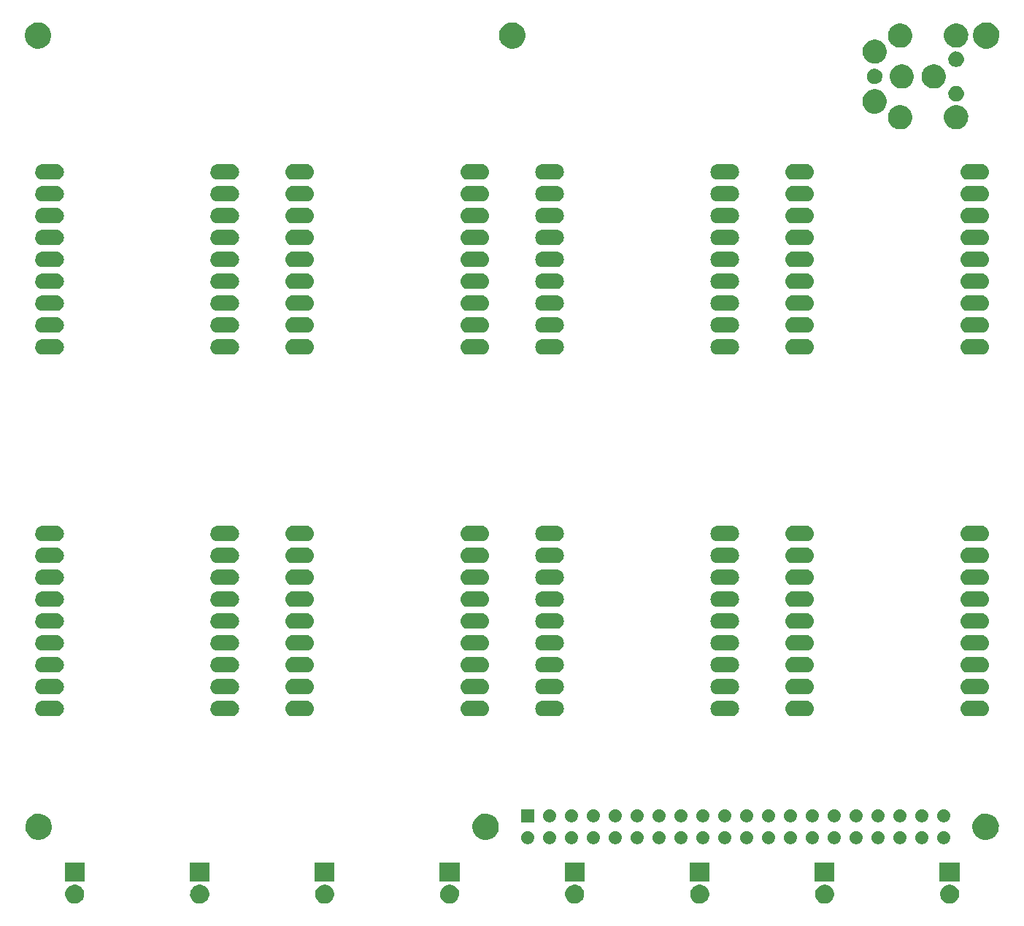
<source format=gbs>
G04 #@! TF.FileFunction,Soldermask,Bot*
%FSLAX46Y46*%
G04 Gerber Fmt 4.6, Leading zero omitted, Abs format (unit mm)*
G04 Created by KiCad (PCBNEW 4.0.2+dfsg1-stable) date Fr 12 Mai 2017 23:59:51 CEST*
%MOMM*%
G01*
G04 APERTURE LIST*
%ADD10C,0.100000*%
G04 APERTURE END LIST*
D10*
G36*
X107365787Y-151588131D02*
X107577568Y-151631603D01*
X107776867Y-151715381D01*
X107956100Y-151836275D01*
X108108434Y-151989676D01*
X108228075Y-152169750D01*
X108310458Y-152369627D01*
X108352346Y-152581176D01*
X108352346Y-152581193D01*
X108352447Y-152581704D01*
X108348999Y-152828636D01*
X108348883Y-152829145D01*
X108348883Y-152829165D01*
X108301107Y-153039454D01*
X108213172Y-153236957D01*
X108088551Y-153413620D01*
X107931992Y-153562708D01*
X107749454Y-153678551D01*
X107547891Y-153756732D01*
X107334985Y-153794274D01*
X107118839Y-153789745D01*
X106907693Y-153743322D01*
X106709579Y-153656768D01*
X106532054Y-153533385D01*
X106381871Y-153377867D01*
X106264761Y-153196145D01*
X106185174Y-152995133D01*
X106146148Y-152782497D01*
X106149167Y-152566320D01*
X106194115Y-152354851D01*
X106279280Y-152156148D01*
X106401426Y-151977758D01*
X106555889Y-151826497D01*
X106736785Y-151708121D01*
X106937243Y-151627131D01*
X107149603Y-151586621D01*
X107365787Y-151588131D01*
X107365787Y-151588131D01*
G37*
G36*
X208865780Y-151588131D02*
X209077561Y-151631603D01*
X209276860Y-151715381D01*
X209456093Y-151836275D01*
X209608427Y-151989676D01*
X209728068Y-152169750D01*
X209810451Y-152369627D01*
X209852339Y-152581176D01*
X209852339Y-152581193D01*
X209852440Y-152581704D01*
X209848992Y-152828636D01*
X209848876Y-152829145D01*
X209848876Y-152829165D01*
X209801100Y-153039454D01*
X209713165Y-153236957D01*
X209588544Y-153413620D01*
X209431985Y-153562708D01*
X209249447Y-153678551D01*
X209047884Y-153756732D01*
X208834978Y-153794274D01*
X208618832Y-153789745D01*
X208407686Y-153743322D01*
X208209572Y-153656768D01*
X208032047Y-153533385D01*
X207881864Y-153377867D01*
X207764754Y-153196145D01*
X207685167Y-152995133D01*
X207646141Y-152782497D01*
X207649160Y-152566320D01*
X207694108Y-152354851D01*
X207779273Y-152156148D01*
X207901419Y-151977758D01*
X208055882Y-151826497D01*
X208236778Y-151708121D01*
X208437236Y-151627131D01*
X208649596Y-151586621D01*
X208865780Y-151588131D01*
X208865780Y-151588131D01*
G37*
G36*
X194365781Y-151588131D02*
X194577562Y-151631603D01*
X194776861Y-151715381D01*
X194956094Y-151836275D01*
X195108428Y-151989676D01*
X195228069Y-152169750D01*
X195310452Y-152369627D01*
X195352340Y-152581176D01*
X195352340Y-152581193D01*
X195352441Y-152581704D01*
X195348993Y-152828636D01*
X195348877Y-152829145D01*
X195348877Y-152829165D01*
X195301101Y-153039454D01*
X195213166Y-153236957D01*
X195088545Y-153413620D01*
X194931986Y-153562708D01*
X194749448Y-153678551D01*
X194547885Y-153756732D01*
X194334979Y-153794274D01*
X194118833Y-153789745D01*
X193907687Y-153743322D01*
X193709573Y-153656768D01*
X193532048Y-153533385D01*
X193381865Y-153377867D01*
X193264755Y-153196145D01*
X193185168Y-152995133D01*
X193146142Y-152782497D01*
X193149161Y-152566320D01*
X193194109Y-152354851D01*
X193279274Y-152156148D01*
X193401420Y-151977758D01*
X193555883Y-151826497D01*
X193736779Y-151708121D01*
X193937237Y-151627131D01*
X194149597Y-151586621D01*
X194365781Y-151588131D01*
X194365781Y-151588131D01*
G37*
G36*
X179865782Y-151588131D02*
X180077563Y-151631603D01*
X180276862Y-151715381D01*
X180456095Y-151836275D01*
X180608429Y-151989676D01*
X180728070Y-152169750D01*
X180810453Y-152369627D01*
X180852341Y-152581176D01*
X180852341Y-152581193D01*
X180852442Y-152581704D01*
X180848994Y-152828636D01*
X180848878Y-152829145D01*
X180848878Y-152829165D01*
X180801102Y-153039454D01*
X180713167Y-153236957D01*
X180588546Y-153413620D01*
X180431987Y-153562708D01*
X180249449Y-153678551D01*
X180047886Y-153756732D01*
X179834980Y-153794274D01*
X179618834Y-153789745D01*
X179407688Y-153743322D01*
X179209574Y-153656768D01*
X179032049Y-153533385D01*
X178881866Y-153377867D01*
X178764756Y-153196145D01*
X178685169Y-152995133D01*
X178646143Y-152782497D01*
X178649162Y-152566320D01*
X178694110Y-152354851D01*
X178779275Y-152156148D01*
X178901421Y-151977758D01*
X179055884Y-151826497D01*
X179236780Y-151708121D01*
X179437238Y-151627131D01*
X179649598Y-151586621D01*
X179865782Y-151588131D01*
X179865782Y-151588131D01*
G37*
G36*
X150865784Y-151588131D02*
X151077565Y-151631603D01*
X151276864Y-151715381D01*
X151456097Y-151836275D01*
X151608431Y-151989676D01*
X151728072Y-152169750D01*
X151810455Y-152369627D01*
X151852343Y-152581176D01*
X151852343Y-152581193D01*
X151852444Y-152581704D01*
X151848996Y-152828636D01*
X151848880Y-152829145D01*
X151848880Y-152829165D01*
X151801104Y-153039454D01*
X151713169Y-153236957D01*
X151588548Y-153413620D01*
X151431989Y-153562708D01*
X151249451Y-153678551D01*
X151047888Y-153756732D01*
X150834982Y-153794274D01*
X150618836Y-153789745D01*
X150407690Y-153743322D01*
X150209576Y-153656768D01*
X150032051Y-153533385D01*
X149881868Y-153377867D01*
X149764758Y-153196145D01*
X149685171Y-152995133D01*
X149646145Y-152782497D01*
X149649164Y-152566320D01*
X149694112Y-152354851D01*
X149779277Y-152156148D01*
X149901423Y-151977758D01*
X150055886Y-151826497D01*
X150236782Y-151708121D01*
X150437240Y-151627131D01*
X150649600Y-151586621D01*
X150865784Y-151588131D01*
X150865784Y-151588131D01*
G37*
G36*
X165365783Y-151588131D02*
X165577564Y-151631603D01*
X165776863Y-151715381D01*
X165956096Y-151836275D01*
X166108430Y-151989676D01*
X166228071Y-152169750D01*
X166310454Y-152369627D01*
X166352342Y-152581176D01*
X166352342Y-152581193D01*
X166352443Y-152581704D01*
X166348995Y-152828636D01*
X166348879Y-152829145D01*
X166348879Y-152829165D01*
X166301103Y-153039454D01*
X166213168Y-153236957D01*
X166088547Y-153413620D01*
X165931988Y-153562708D01*
X165749450Y-153678551D01*
X165547887Y-153756732D01*
X165334981Y-153794274D01*
X165118835Y-153789745D01*
X164907689Y-153743322D01*
X164709575Y-153656768D01*
X164532050Y-153533385D01*
X164381867Y-153377867D01*
X164264757Y-153196145D01*
X164185170Y-152995133D01*
X164146144Y-152782497D01*
X164149163Y-152566320D01*
X164194111Y-152354851D01*
X164279276Y-152156148D01*
X164401422Y-151977758D01*
X164555885Y-151826497D01*
X164736781Y-151708121D01*
X164937239Y-151627131D01*
X165149599Y-151586621D01*
X165365783Y-151588131D01*
X165365783Y-151588131D01*
G37*
G36*
X136365785Y-151588131D02*
X136577566Y-151631603D01*
X136776865Y-151715381D01*
X136956098Y-151836275D01*
X137108432Y-151989676D01*
X137228073Y-152169750D01*
X137310456Y-152369627D01*
X137352344Y-152581176D01*
X137352344Y-152581193D01*
X137352445Y-152581704D01*
X137348997Y-152828636D01*
X137348881Y-152829145D01*
X137348881Y-152829165D01*
X137301105Y-153039454D01*
X137213170Y-153236957D01*
X137088549Y-153413620D01*
X136931990Y-153562708D01*
X136749452Y-153678551D01*
X136547889Y-153756732D01*
X136334983Y-153794274D01*
X136118837Y-153789745D01*
X135907691Y-153743322D01*
X135709577Y-153656768D01*
X135532052Y-153533385D01*
X135381869Y-153377867D01*
X135264759Y-153196145D01*
X135185172Y-152995133D01*
X135146146Y-152782497D01*
X135149165Y-152566320D01*
X135194113Y-152354851D01*
X135279278Y-152156148D01*
X135401424Y-151977758D01*
X135555887Y-151826497D01*
X135736783Y-151708121D01*
X135937241Y-151627131D01*
X136149601Y-151586621D01*
X136365785Y-151588131D01*
X136365785Y-151588131D01*
G37*
G36*
X121865786Y-151588131D02*
X122077567Y-151631603D01*
X122276866Y-151715381D01*
X122456099Y-151836275D01*
X122608433Y-151989676D01*
X122728074Y-152169750D01*
X122810457Y-152369627D01*
X122852345Y-152581176D01*
X122852345Y-152581193D01*
X122852446Y-152581704D01*
X122848998Y-152828636D01*
X122848882Y-152829145D01*
X122848882Y-152829165D01*
X122801106Y-153039454D01*
X122713171Y-153236957D01*
X122588550Y-153413620D01*
X122431991Y-153562708D01*
X122249453Y-153678551D01*
X122047890Y-153756732D01*
X121834984Y-153794274D01*
X121618838Y-153789745D01*
X121407692Y-153743322D01*
X121209578Y-153656768D01*
X121032053Y-153533385D01*
X120881870Y-153377867D01*
X120764760Y-153196145D01*
X120685173Y-152995133D01*
X120646147Y-152782497D01*
X120649166Y-152566320D01*
X120694114Y-152354851D01*
X120779279Y-152156148D01*
X120901425Y-151977758D01*
X121055888Y-151826497D01*
X121236784Y-151708121D01*
X121437242Y-151627131D01*
X121649602Y-151586621D01*
X121865786Y-151588131D01*
X121865786Y-151588131D01*
G37*
G36*
X151902397Y-151252200D02*
X149597597Y-151252200D01*
X149597597Y-149047400D01*
X151902397Y-149047400D01*
X151902397Y-151252200D01*
X151902397Y-151252200D01*
G37*
G36*
X122902399Y-151252200D02*
X120597599Y-151252200D01*
X120597599Y-149047400D01*
X122902399Y-149047400D01*
X122902399Y-151252200D01*
X122902399Y-151252200D01*
G37*
G36*
X137402398Y-151252200D02*
X135097598Y-151252200D01*
X135097598Y-149047400D01*
X137402398Y-149047400D01*
X137402398Y-151252200D01*
X137402398Y-151252200D01*
G37*
G36*
X166402396Y-151252200D02*
X164097596Y-151252200D01*
X164097596Y-149047400D01*
X166402396Y-149047400D01*
X166402396Y-151252200D01*
X166402396Y-151252200D01*
G37*
G36*
X180902395Y-151252200D02*
X178597595Y-151252200D01*
X178597595Y-149047400D01*
X180902395Y-149047400D01*
X180902395Y-151252200D01*
X180902395Y-151252200D01*
G37*
G36*
X195402394Y-151252200D02*
X193097594Y-151252200D01*
X193097594Y-149047400D01*
X195402394Y-149047400D01*
X195402394Y-151252200D01*
X195402394Y-151252200D01*
G37*
G36*
X209902393Y-151252200D02*
X207597593Y-151252200D01*
X207597593Y-149047400D01*
X209902393Y-149047400D01*
X209902393Y-151252200D01*
X209902393Y-151252200D01*
G37*
G36*
X108402400Y-151252200D02*
X106097600Y-151252200D01*
X106097600Y-149047400D01*
X108402400Y-149047400D01*
X108402400Y-151252200D01*
X108402400Y-151252200D01*
G37*
G36*
X195441825Y-145397898D02*
X195586369Y-145427569D01*
X195722393Y-145484748D01*
X195844722Y-145567260D01*
X195948691Y-145671957D01*
X196030348Y-145794861D01*
X196086575Y-145931278D01*
X196115130Y-146075495D01*
X196115130Y-146075502D01*
X196115233Y-146076023D01*
X196112879Y-146244557D01*
X196112763Y-146245066D01*
X196112763Y-146245086D01*
X196080193Y-146388442D01*
X196020176Y-146523240D01*
X195935120Y-146643816D01*
X195828267Y-146745570D01*
X195703682Y-146824634D01*
X195566113Y-146877994D01*
X195420803Y-146903616D01*
X195273281Y-146900525D01*
X195129171Y-146868841D01*
X194993958Y-146809768D01*
X194872794Y-146725557D01*
X194770292Y-146619413D01*
X194690363Y-146495387D01*
X194636044Y-146358193D01*
X194609408Y-146213067D01*
X194611469Y-146065523D01*
X194642147Y-145921193D01*
X194700272Y-145785578D01*
X194783640Y-145663822D01*
X194889059Y-145560588D01*
X195012531Y-145479790D01*
X195149337Y-145424517D01*
X195294277Y-145396868D01*
X195441825Y-145397898D01*
X195441825Y-145397898D01*
G37*
G36*
X159881825Y-145397898D02*
X160026369Y-145427569D01*
X160162393Y-145484748D01*
X160284722Y-145567260D01*
X160388691Y-145671957D01*
X160470348Y-145794861D01*
X160526575Y-145931278D01*
X160555130Y-146075495D01*
X160555130Y-146075502D01*
X160555233Y-146076023D01*
X160552879Y-146244557D01*
X160552763Y-146245066D01*
X160552763Y-146245086D01*
X160520193Y-146388442D01*
X160460176Y-146523240D01*
X160375120Y-146643816D01*
X160268267Y-146745570D01*
X160143682Y-146824634D01*
X160006113Y-146877994D01*
X159860803Y-146903616D01*
X159713281Y-146900525D01*
X159569171Y-146868841D01*
X159433958Y-146809768D01*
X159312794Y-146725557D01*
X159210292Y-146619413D01*
X159130363Y-146495387D01*
X159076044Y-146358193D01*
X159049408Y-146213067D01*
X159051469Y-146065523D01*
X159082147Y-145921193D01*
X159140272Y-145785578D01*
X159223640Y-145663822D01*
X159329059Y-145560588D01*
X159452531Y-145479790D01*
X159589337Y-145424517D01*
X159734277Y-145396868D01*
X159881825Y-145397898D01*
X159881825Y-145397898D01*
G37*
G36*
X182741825Y-145397898D02*
X182886369Y-145427569D01*
X183022393Y-145484748D01*
X183144722Y-145567260D01*
X183248691Y-145671957D01*
X183330348Y-145794861D01*
X183386575Y-145931278D01*
X183415130Y-146075495D01*
X183415130Y-146075502D01*
X183415233Y-146076023D01*
X183412879Y-146244557D01*
X183412763Y-146245066D01*
X183412763Y-146245086D01*
X183380193Y-146388442D01*
X183320176Y-146523240D01*
X183235120Y-146643816D01*
X183128267Y-146745570D01*
X183003682Y-146824634D01*
X182866113Y-146877994D01*
X182720803Y-146903616D01*
X182573281Y-146900525D01*
X182429171Y-146868841D01*
X182293958Y-146809768D01*
X182172794Y-146725557D01*
X182070292Y-146619413D01*
X181990363Y-146495387D01*
X181936044Y-146358193D01*
X181909408Y-146213067D01*
X181911469Y-146065523D01*
X181942147Y-145921193D01*
X182000272Y-145785578D01*
X182083640Y-145663822D01*
X182189059Y-145560588D01*
X182312531Y-145479790D01*
X182449337Y-145424517D01*
X182594277Y-145396868D01*
X182741825Y-145397898D01*
X182741825Y-145397898D01*
G37*
G36*
X180201825Y-145397898D02*
X180346369Y-145427569D01*
X180482393Y-145484748D01*
X180604722Y-145567260D01*
X180708691Y-145671957D01*
X180790348Y-145794861D01*
X180846575Y-145931278D01*
X180875130Y-146075495D01*
X180875130Y-146075502D01*
X180875233Y-146076023D01*
X180872879Y-146244557D01*
X180872763Y-146245066D01*
X180872763Y-146245086D01*
X180840193Y-146388442D01*
X180780176Y-146523240D01*
X180695120Y-146643816D01*
X180588267Y-146745570D01*
X180463682Y-146824634D01*
X180326113Y-146877994D01*
X180180803Y-146903616D01*
X180033281Y-146900525D01*
X179889171Y-146868841D01*
X179753958Y-146809768D01*
X179632794Y-146725557D01*
X179530292Y-146619413D01*
X179450363Y-146495387D01*
X179396044Y-146358193D01*
X179369408Y-146213067D01*
X179371469Y-146065523D01*
X179402147Y-145921193D01*
X179460272Y-145785578D01*
X179543640Y-145663822D01*
X179649059Y-145560588D01*
X179772531Y-145479790D01*
X179909337Y-145424517D01*
X180054277Y-145396868D01*
X180201825Y-145397898D01*
X180201825Y-145397898D01*
G37*
G36*
X177661825Y-145397898D02*
X177806369Y-145427569D01*
X177942393Y-145484748D01*
X178064722Y-145567260D01*
X178168691Y-145671957D01*
X178250348Y-145794861D01*
X178306575Y-145931278D01*
X178335130Y-146075495D01*
X178335130Y-146075502D01*
X178335233Y-146076023D01*
X178332879Y-146244557D01*
X178332763Y-146245066D01*
X178332763Y-146245086D01*
X178300193Y-146388442D01*
X178240176Y-146523240D01*
X178155120Y-146643816D01*
X178048267Y-146745570D01*
X177923682Y-146824634D01*
X177786113Y-146877994D01*
X177640803Y-146903616D01*
X177493281Y-146900525D01*
X177349171Y-146868841D01*
X177213958Y-146809768D01*
X177092794Y-146725557D01*
X176990292Y-146619413D01*
X176910363Y-146495387D01*
X176856044Y-146358193D01*
X176829408Y-146213067D01*
X176831469Y-146065523D01*
X176862147Y-145921193D01*
X176920272Y-145785578D01*
X177003640Y-145663822D01*
X177109059Y-145560588D01*
X177232531Y-145479790D01*
X177369337Y-145424517D01*
X177514277Y-145396868D01*
X177661825Y-145397898D01*
X177661825Y-145397898D01*
G37*
G36*
X175121825Y-145397898D02*
X175266369Y-145427569D01*
X175402393Y-145484748D01*
X175524722Y-145567260D01*
X175628691Y-145671957D01*
X175710348Y-145794861D01*
X175766575Y-145931278D01*
X175795130Y-146075495D01*
X175795130Y-146075502D01*
X175795233Y-146076023D01*
X175792879Y-146244557D01*
X175792763Y-146245066D01*
X175792763Y-146245086D01*
X175760193Y-146388442D01*
X175700176Y-146523240D01*
X175615120Y-146643816D01*
X175508267Y-146745570D01*
X175383682Y-146824634D01*
X175246113Y-146877994D01*
X175100803Y-146903616D01*
X174953281Y-146900525D01*
X174809171Y-146868841D01*
X174673958Y-146809768D01*
X174552794Y-146725557D01*
X174450292Y-146619413D01*
X174370363Y-146495387D01*
X174316044Y-146358193D01*
X174289408Y-146213067D01*
X174291469Y-146065523D01*
X174322147Y-145921193D01*
X174380272Y-145785578D01*
X174463640Y-145663822D01*
X174569059Y-145560588D01*
X174692531Y-145479790D01*
X174829337Y-145424517D01*
X174974277Y-145396868D01*
X175121825Y-145397898D01*
X175121825Y-145397898D01*
G37*
G36*
X172581825Y-145397898D02*
X172726369Y-145427569D01*
X172862393Y-145484748D01*
X172984722Y-145567260D01*
X173088691Y-145671957D01*
X173170348Y-145794861D01*
X173226575Y-145931278D01*
X173255130Y-146075495D01*
X173255130Y-146075502D01*
X173255233Y-146076023D01*
X173252879Y-146244557D01*
X173252763Y-146245066D01*
X173252763Y-146245086D01*
X173220193Y-146388442D01*
X173160176Y-146523240D01*
X173075120Y-146643816D01*
X172968267Y-146745570D01*
X172843682Y-146824634D01*
X172706113Y-146877994D01*
X172560803Y-146903616D01*
X172413281Y-146900525D01*
X172269171Y-146868841D01*
X172133958Y-146809768D01*
X172012794Y-146725557D01*
X171910292Y-146619413D01*
X171830363Y-146495387D01*
X171776044Y-146358193D01*
X171749408Y-146213067D01*
X171751469Y-146065523D01*
X171782147Y-145921193D01*
X171840272Y-145785578D01*
X171923640Y-145663822D01*
X172029059Y-145560588D01*
X172152531Y-145479790D01*
X172289337Y-145424517D01*
X172434277Y-145396868D01*
X172581825Y-145397898D01*
X172581825Y-145397898D01*
G37*
G36*
X170041825Y-145397898D02*
X170186369Y-145427569D01*
X170322393Y-145484748D01*
X170444722Y-145567260D01*
X170548691Y-145671957D01*
X170630348Y-145794861D01*
X170686575Y-145931278D01*
X170715130Y-146075495D01*
X170715130Y-146075502D01*
X170715233Y-146076023D01*
X170712879Y-146244557D01*
X170712763Y-146245066D01*
X170712763Y-146245086D01*
X170680193Y-146388442D01*
X170620176Y-146523240D01*
X170535120Y-146643816D01*
X170428267Y-146745570D01*
X170303682Y-146824634D01*
X170166113Y-146877994D01*
X170020803Y-146903616D01*
X169873281Y-146900525D01*
X169729171Y-146868841D01*
X169593958Y-146809768D01*
X169472794Y-146725557D01*
X169370292Y-146619413D01*
X169290363Y-146495387D01*
X169236044Y-146358193D01*
X169209408Y-146213067D01*
X169211469Y-146065523D01*
X169242147Y-145921193D01*
X169300272Y-145785578D01*
X169383640Y-145663822D01*
X169489059Y-145560588D01*
X169612531Y-145479790D01*
X169749337Y-145424517D01*
X169894277Y-145396868D01*
X170041825Y-145397898D01*
X170041825Y-145397898D01*
G37*
G36*
X167501825Y-145397898D02*
X167646369Y-145427569D01*
X167782393Y-145484748D01*
X167904722Y-145567260D01*
X168008691Y-145671957D01*
X168090348Y-145794861D01*
X168146575Y-145931278D01*
X168175130Y-146075495D01*
X168175130Y-146075502D01*
X168175233Y-146076023D01*
X168172879Y-146244557D01*
X168172763Y-146245066D01*
X168172763Y-146245086D01*
X168140193Y-146388442D01*
X168080176Y-146523240D01*
X167995120Y-146643816D01*
X167888267Y-146745570D01*
X167763682Y-146824634D01*
X167626113Y-146877994D01*
X167480803Y-146903616D01*
X167333281Y-146900525D01*
X167189171Y-146868841D01*
X167053958Y-146809768D01*
X166932794Y-146725557D01*
X166830292Y-146619413D01*
X166750363Y-146495387D01*
X166696044Y-146358193D01*
X166669408Y-146213067D01*
X166671469Y-146065523D01*
X166702147Y-145921193D01*
X166760272Y-145785578D01*
X166843640Y-145663822D01*
X166949059Y-145560588D01*
X167072531Y-145479790D01*
X167209337Y-145424517D01*
X167354277Y-145396868D01*
X167501825Y-145397898D01*
X167501825Y-145397898D01*
G37*
G36*
X164961825Y-145397898D02*
X165106369Y-145427569D01*
X165242393Y-145484748D01*
X165364722Y-145567260D01*
X165468691Y-145671957D01*
X165550348Y-145794861D01*
X165606575Y-145931278D01*
X165635130Y-146075495D01*
X165635130Y-146075502D01*
X165635233Y-146076023D01*
X165632879Y-146244557D01*
X165632763Y-146245066D01*
X165632763Y-146245086D01*
X165600193Y-146388442D01*
X165540176Y-146523240D01*
X165455120Y-146643816D01*
X165348267Y-146745570D01*
X165223682Y-146824634D01*
X165086113Y-146877994D01*
X164940803Y-146903616D01*
X164793281Y-146900525D01*
X164649171Y-146868841D01*
X164513958Y-146809768D01*
X164392794Y-146725557D01*
X164290292Y-146619413D01*
X164210363Y-146495387D01*
X164156044Y-146358193D01*
X164129408Y-146213067D01*
X164131469Y-146065523D01*
X164162147Y-145921193D01*
X164220272Y-145785578D01*
X164303640Y-145663822D01*
X164409059Y-145560588D01*
X164532531Y-145479790D01*
X164669337Y-145424517D01*
X164814277Y-145396868D01*
X164961825Y-145397898D01*
X164961825Y-145397898D01*
G37*
G36*
X192901825Y-145397898D02*
X193046369Y-145427569D01*
X193182393Y-145484748D01*
X193304722Y-145567260D01*
X193408691Y-145671957D01*
X193490348Y-145794861D01*
X193546575Y-145931278D01*
X193575130Y-146075495D01*
X193575130Y-146075502D01*
X193575233Y-146076023D01*
X193572879Y-146244557D01*
X193572763Y-146245066D01*
X193572763Y-146245086D01*
X193540193Y-146388442D01*
X193480176Y-146523240D01*
X193395120Y-146643816D01*
X193288267Y-146745570D01*
X193163682Y-146824634D01*
X193026113Y-146877994D01*
X192880803Y-146903616D01*
X192733281Y-146900525D01*
X192589171Y-146868841D01*
X192453958Y-146809768D01*
X192332794Y-146725557D01*
X192230292Y-146619413D01*
X192150363Y-146495387D01*
X192096044Y-146358193D01*
X192069408Y-146213067D01*
X192071469Y-146065523D01*
X192102147Y-145921193D01*
X192160272Y-145785578D01*
X192243640Y-145663822D01*
X192349059Y-145560588D01*
X192472531Y-145479790D01*
X192609337Y-145424517D01*
X192754277Y-145396868D01*
X192901825Y-145397898D01*
X192901825Y-145397898D01*
G37*
G36*
X185281825Y-145397898D02*
X185426369Y-145427569D01*
X185562393Y-145484748D01*
X185684722Y-145567260D01*
X185788691Y-145671957D01*
X185870348Y-145794861D01*
X185926575Y-145931278D01*
X185955130Y-146075495D01*
X185955130Y-146075502D01*
X185955233Y-146076023D01*
X185952879Y-146244557D01*
X185952763Y-146245066D01*
X185952763Y-146245086D01*
X185920193Y-146388442D01*
X185860176Y-146523240D01*
X185775120Y-146643816D01*
X185668267Y-146745570D01*
X185543682Y-146824634D01*
X185406113Y-146877994D01*
X185260803Y-146903616D01*
X185113281Y-146900525D01*
X184969171Y-146868841D01*
X184833958Y-146809768D01*
X184712794Y-146725557D01*
X184610292Y-146619413D01*
X184530363Y-146495387D01*
X184476044Y-146358193D01*
X184449408Y-146213067D01*
X184451469Y-146065523D01*
X184482147Y-145921193D01*
X184540272Y-145785578D01*
X184623640Y-145663822D01*
X184729059Y-145560588D01*
X184852531Y-145479790D01*
X184989337Y-145424517D01*
X185134277Y-145396868D01*
X185281825Y-145397898D01*
X185281825Y-145397898D01*
G37*
G36*
X190361825Y-145397898D02*
X190506369Y-145427569D01*
X190642393Y-145484748D01*
X190764722Y-145567260D01*
X190868691Y-145671957D01*
X190950348Y-145794861D01*
X191006575Y-145931278D01*
X191035130Y-146075495D01*
X191035130Y-146075502D01*
X191035233Y-146076023D01*
X191032879Y-146244557D01*
X191032763Y-146245066D01*
X191032763Y-146245086D01*
X191000193Y-146388442D01*
X190940176Y-146523240D01*
X190855120Y-146643816D01*
X190748267Y-146745570D01*
X190623682Y-146824634D01*
X190486113Y-146877994D01*
X190340803Y-146903616D01*
X190193281Y-146900525D01*
X190049171Y-146868841D01*
X189913958Y-146809768D01*
X189792794Y-146725557D01*
X189690292Y-146619413D01*
X189610363Y-146495387D01*
X189556044Y-146358193D01*
X189529408Y-146213067D01*
X189531469Y-146065523D01*
X189562147Y-145921193D01*
X189620272Y-145785578D01*
X189703640Y-145663822D01*
X189809059Y-145560588D01*
X189932531Y-145479790D01*
X190069337Y-145424517D01*
X190214277Y-145396868D01*
X190361825Y-145397898D01*
X190361825Y-145397898D01*
G37*
G36*
X197981825Y-145397898D02*
X198126369Y-145427569D01*
X198262393Y-145484748D01*
X198384722Y-145567260D01*
X198488691Y-145671957D01*
X198570348Y-145794861D01*
X198626575Y-145931278D01*
X198655130Y-146075495D01*
X198655130Y-146075502D01*
X198655233Y-146076023D01*
X198652879Y-146244557D01*
X198652763Y-146245066D01*
X198652763Y-146245086D01*
X198620193Y-146388442D01*
X198560176Y-146523240D01*
X198475120Y-146643816D01*
X198368267Y-146745570D01*
X198243682Y-146824634D01*
X198106113Y-146877994D01*
X197960803Y-146903616D01*
X197813281Y-146900525D01*
X197669171Y-146868841D01*
X197533958Y-146809768D01*
X197412794Y-146725557D01*
X197310292Y-146619413D01*
X197230363Y-146495387D01*
X197176044Y-146358193D01*
X197149408Y-146213067D01*
X197151469Y-146065523D01*
X197182147Y-145921193D01*
X197240272Y-145785578D01*
X197323640Y-145663822D01*
X197429059Y-145560588D01*
X197552531Y-145479790D01*
X197689337Y-145424517D01*
X197834277Y-145396868D01*
X197981825Y-145397898D01*
X197981825Y-145397898D01*
G37*
G36*
X200521825Y-145397898D02*
X200666369Y-145427569D01*
X200802393Y-145484748D01*
X200924722Y-145567260D01*
X201028691Y-145671957D01*
X201110348Y-145794861D01*
X201166575Y-145931278D01*
X201195130Y-146075495D01*
X201195130Y-146075502D01*
X201195233Y-146076023D01*
X201192879Y-146244557D01*
X201192763Y-146245066D01*
X201192763Y-146245086D01*
X201160193Y-146388442D01*
X201100176Y-146523240D01*
X201015120Y-146643816D01*
X200908267Y-146745570D01*
X200783682Y-146824634D01*
X200646113Y-146877994D01*
X200500803Y-146903616D01*
X200353281Y-146900525D01*
X200209171Y-146868841D01*
X200073958Y-146809768D01*
X199952794Y-146725557D01*
X199850292Y-146619413D01*
X199770363Y-146495387D01*
X199716044Y-146358193D01*
X199689408Y-146213067D01*
X199691469Y-146065523D01*
X199722147Y-145921193D01*
X199780272Y-145785578D01*
X199863640Y-145663822D01*
X199969059Y-145560588D01*
X200092531Y-145479790D01*
X200229337Y-145424517D01*
X200374277Y-145396868D01*
X200521825Y-145397898D01*
X200521825Y-145397898D01*
G37*
G36*
X203061825Y-145397898D02*
X203206369Y-145427569D01*
X203342393Y-145484748D01*
X203464722Y-145567260D01*
X203568691Y-145671957D01*
X203650348Y-145794861D01*
X203706575Y-145931278D01*
X203735130Y-146075495D01*
X203735130Y-146075502D01*
X203735233Y-146076023D01*
X203732879Y-146244557D01*
X203732763Y-146245066D01*
X203732763Y-146245086D01*
X203700193Y-146388442D01*
X203640176Y-146523240D01*
X203555120Y-146643816D01*
X203448267Y-146745570D01*
X203323682Y-146824634D01*
X203186113Y-146877994D01*
X203040803Y-146903616D01*
X202893281Y-146900525D01*
X202749171Y-146868841D01*
X202613958Y-146809768D01*
X202492794Y-146725557D01*
X202390292Y-146619413D01*
X202310363Y-146495387D01*
X202256044Y-146358193D01*
X202229408Y-146213067D01*
X202231469Y-146065523D01*
X202262147Y-145921193D01*
X202320272Y-145785578D01*
X202403640Y-145663822D01*
X202509059Y-145560588D01*
X202632531Y-145479790D01*
X202769337Y-145424517D01*
X202914277Y-145396868D01*
X203061825Y-145397898D01*
X203061825Y-145397898D01*
G37*
G36*
X205601825Y-145397898D02*
X205746369Y-145427569D01*
X205882393Y-145484748D01*
X206004722Y-145567260D01*
X206108691Y-145671957D01*
X206190348Y-145794861D01*
X206246575Y-145931278D01*
X206275130Y-146075495D01*
X206275130Y-146075502D01*
X206275233Y-146076023D01*
X206272879Y-146244557D01*
X206272763Y-146245066D01*
X206272763Y-146245086D01*
X206240193Y-146388442D01*
X206180176Y-146523240D01*
X206095120Y-146643816D01*
X205988267Y-146745570D01*
X205863682Y-146824634D01*
X205726113Y-146877994D01*
X205580803Y-146903616D01*
X205433281Y-146900525D01*
X205289171Y-146868841D01*
X205153958Y-146809768D01*
X205032794Y-146725557D01*
X204930292Y-146619413D01*
X204850363Y-146495387D01*
X204796044Y-146358193D01*
X204769408Y-146213067D01*
X204771469Y-146065523D01*
X204802147Y-145921193D01*
X204860272Y-145785578D01*
X204943640Y-145663822D01*
X205049059Y-145560588D01*
X205172531Y-145479790D01*
X205309337Y-145424517D01*
X205454277Y-145396868D01*
X205601825Y-145397898D01*
X205601825Y-145397898D01*
G37*
G36*
X208141825Y-145397898D02*
X208286369Y-145427569D01*
X208422393Y-145484748D01*
X208544722Y-145567260D01*
X208648691Y-145671957D01*
X208730348Y-145794861D01*
X208786575Y-145931278D01*
X208815130Y-146075495D01*
X208815130Y-146075502D01*
X208815233Y-146076023D01*
X208812879Y-146244557D01*
X208812763Y-146245066D01*
X208812763Y-146245086D01*
X208780193Y-146388442D01*
X208720176Y-146523240D01*
X208635120Y-146643816D01*
X208528267Y-146745570D01*
X208403682Y-146824634D01*
X208266113Y-146877994D01*
X208120803Y-146903616D01*
X207973281Y-146900525D01*
X207829171Y-146868841D01*
X207693958Y-146809768D01*
X207572794Y-146725557D01*
X207470292Y-146619413D01*
X207390363Y-146495387D01*
X207336044Y-146358193D01*
X207309408Y-146213067D01*
X207311469Y-146065523D01*
X207342147Y-145921193D01*
X207400272Y-145785578D01*
X207483640Y-145663822D01*
X207589059Y-145560588D01*
X207712531Y-145479790D01*
X207849337Y-145424517D01*
X207994277Y-145396868D01*
X208141825Y-145397898D01*
X208141825Y-145397898D01*
G37*
G36*
X187821825Y-145397898D02*
X187966369Y-145427569D01*
X188102393Y-145484748D01*
X188224722Y-145567260D01*
X188328691Y-145671957D01*
X188410348Y-145794861D01*
X188466575Y-145931278D01*
X188495130Y-146075495D01*
X188495130Y-146075502D01*
X188495233Y-146076023D01*
X188492879Y-146244557D01*
X188492763Y-146245066D01*
X188492763Y-146245086D01*
X188460193Y-146388442D01*
X188400176Y-146523240D01*
X188315120Y-146643816D01*
X188208267Y-146745570D01*
X188083682Y-146824634D01*
X187946113Y-146877994D01*
X187800803Y-146903616D01*
X187653281Y-146900525D01*
X187509171Y-146868841D01*
X187373958Y-146809768D01*
X187252794Y-146725557D01*
X187150292Y-146619413D01*
X187070363Y-146495387D01*
X187016044Y-146358193D01*
X186989408Y-146213067D01*
X186991469Y-146065523D01*
X187022147Y-145921193D01*
X187080272Y-145785578D01*
X187163640Y-145663822D01*
X187269059Y-145560588D01*
X187392531Y-145479790D01*
X187529337Y-145424517D01*
X187674277Y-145396868D01*
X187821825Y-145397898D01*
X187821825Y-145397898D01*
G37*
G36*
X162421825Y-145397898D02*
X162566369Y-145427569D01*
X162702393Y-145484748D01*
X162824722Y-145567260D01*
X162928691Y-145671957D01*
X163010348Y-145794861D01*
X163066575Y-145931278D01*
X163095130Y-146075495D01*
X163095130Y-146075502D01*
X163095233Y-146076023D01*
X163092879Y-146244557D01*
X163092763Y-146245066D01*
X163092763Y-146245086D01*
X163060193Y-146388442D01*
X163000176Y-146523240D01*
X162915120Y-146643816D01*
X162808267Y-146745570D01*
X162683682Y-146824634D01*
X162546113Y-146877994D01*
X162400803Y-146903616D01*
X162253281Y-146900525D01*
X162109171Y-146868841D01*
X161973958Y-146809768D01*
X161852794Y-146725557D01*
X161750292Y-146619413D01*
X161670363Y-146495387D01*
X161616044Y-146358193D01*
X161589408Y-146213067D01*
X161591469Y-146065523D01*
X161622147Y-145921193D01*
X161680272Y-145785578D01*
X161763640Y-145663822D01*
X161869059Y-145560588D01*
X161992531Y-145479790D01*
X162129337Y-145424517D01*
X162274277Y-145396868D01*
X162421825Y-145397898D01*
X162421825Y-145397898D01*
G37*
G36*
X155093227Y-143353414D02*
X155386652Y-143413646D01*
X155662783Y-143529720D01*
X155911118Y-143697225D01*
X156122179Y-143909764D01*
X156287945Y-144159261D01*
X156402086Y-144436192D01*
X156460164Y-144729503D01*
X156460164Y-144729520D01*
X156460265Y-144730031D01*
X156455488Y-145072160D01*
X156455372Y-145072669D01*
X156455372Y-145072689D01*
X156389129Y-145364256D01*
X156267295Y-145637900D01*
X156094633Y-145882664D01*
X155877714Y-146089233D01*
X155624804Y-146249735D01*
X155345534Y-146358057D01*
X155050548Y-146410071D01*
X154751074Y-146403797D01*
X154458524Y-146339476D01*
X154184037Y-146219556D01*
X153938070Y-146048605D01*
X153729990Y-145833132D01*
X153567730Y-145581352D01*
X153457461Y-145302846D01*
X153403389Y-145008231D01*
X153407572Y-144708717D01*
X153469850Y-144415723D01*
X153587849Y-144140409D01*
X153757080Y-143893253D01*
X153971094Y-143683676D01*
X154221735Y-143519661D01*
X154499464Y-143407451D01*
X154793696Y-143351323D01*
X155093227Y-143353414D01*
X155093227Y-143353414D01*
G37*
G36*
X103227627Y-143353414D02*
X103521052Y-143413646D01*
X103797183Y-143529720D01*
X104045518Y-143697225D01*
X104256579Y-143909764D01*
X104422345Y-144159261D01*
X104536486Y-144436192D01*
X104594564Y-144729503D01*
X104594564Y-144729520D01*
X104594665Y-144730031D01*
X104589888Y-145072160D01*
X104589772Y-145072669D01*
X104589772Y-145072689D01*
X104523529Y-145364256D01*
X104401695Y-145637900D01*
X104229033Y-145882664D01*
X104012114Y-146089233D01*
X103759204Y-146249735D01*
X103479934Y-146358057D01*
X103184948Y-146410071D01*
X102885474Y-146403797D01*
X102592924Y-146339476D01*
X102318437Y-146219556D01*
X102072470Y-146048605D01*
X101864390Y-145833132D01*
X101702130Y-145581352D01*
X101591861Y-145302846D01*
X101537789Y-145008231D01*
X101541972Y-144708717D01*
X101604250Y-144415723D01*
X101722249Y-144140409D01*
X101891480Y-143893253D01*
X102105494Y-143683676D01*
X102356135Y-143519661D01*
X102633864Y-143407451D01*
X102928096Y-143351323D01*
X103227627Y-143353414D01*
X103227627Y-143353414D01*
G37*
G36*
X213093227Y-143353414D02*
X213386652Y-143413646D01*
X213662783Y-143529720D01*
X213911118Y-143697225D01*
X214122179Y-143909764D01*
X214287945Y-144159261D01*
X214402086Y-144436192D01*
X214460164Y-144729503D01*
X214460164Y-144729520D01*
X214460265Y-144730031D01*
X214455488Y-145072160D01*
X214455372Y-145072669D01*
X214455372Y-145072689D01*
X214389129Y-145364256D01*
X214267295Y-145637900D01*
X214094633Y-145882664D01*
X213877714Y-146089233D01*
X213624804Y-146249735D01*
X213345534Y-146358057D01*
X213050548Y-146410071D01*
X212751074Y-146403797D01*
X212458524Y-146339476D01*
X212184037Y-146219556D01*
X211938070Y-146048605D01*
X211729990Y-145833132D01*
X211567730Y-145581352D01*
X211457461Y-145302846D01*
X211403389Y-145008231D01*
X211407572Y-144708717D01*
X211469850Y-144415723D01*
X211587849Y-144140409D01*
X211757080Y-143893253D01*
X211971094Y-143683676D01*
X212221735Y-143519661D01*
X212499464Y-143407451D01*
X212793696Y-143351323D01*
X213093227Y-143353414D01*
X213093227Y-143353414D01*
G37*
G36*
X170041825Y-142857898D02*
X170186369Y-142887569D01*
X170322393Y-142944748D01*
X170444722Y-143027260D01*
X170548691Y-143131957D01*
X170630348Y-143254861D01*
X170686575Y-143391278D01*
X170715130Y-143535495D01*
X170715130Y-143535502D01*
X170715233Y-143536023D01*
X170712879Y-143704557D01*
X170712763Y-143705066D01*
X170712763Y-143705086D01*
X170680193Y-143848442D01*
X170620176Y-143983240D01*
X170535120Y-144103816D01*
X170428267Y-144205570D01*
X170303682Y-144284634D01*
X170166113Y-144337994D01*
X170020803Y-144363616D01*
X169873281Y-144360525D01*
X169729171Y-144328841D01*
X169593958Y-144269768D01*
X169472794Y-144185557D01*
X169370292Y-144079413D01*
X169290363Y-143955387D01*
X169236044Y-143818193D01*
X169209408Y-143673067D01*
X169211469Y-143525523D01*
X169242147Y-143381193D01*
X169300272Y-143245578D01*
X169383640Y-143123822D01*
X169489059Y-143020588D01*
X169612531Y-142939790D01*
X169749337Y-142884517D01*
X169894277Y-142856868D01*
X170041825Y-142857898D01*
X170041825Y-142857898D01*
G37*
G36*
X205601825Y-142857898D02*
X205746369Y-142887569D01*
X205882393Y-142944748D01*
X206004722Y-143027260D01*
X206108691Y-143131957D01*
X206190348Y-143254861D01*
X206246575Y-143391278D01*
X206275130Y-143535495D01*
X206275130Y-143535502D01*
X206275233Y-143536023D01*
X206272879Y-143704557D01*
X206272763Y-143705066D01*
X206272763Y-143705086D01*
X206240193Y-143848442D01*
X206180176Y-143983240D01*
X206095120Y-144103816D01*
X205988267Y-144205570D01*
X205863682Y-144284634D01*
X205726113Y-144337994D01*
X205580803Y-144363616D01*
X205433281Y-144360525D01*
X205289171Y-144328841D01*
X205153958Y-144269768D01*
X205032794Y-144185557D01*
X204930292Y-144079413D01*
X204850363Y-143955387D01*
X204796044Y-143818193D01*
X204769408Y-143673067D01*
X204771469Y-143525523D01*
X204802147Y-143381193D01*
X204860272Y-143245578D01*
X204943640Y-143123822D01*
X205049059Y-143020588D01*
X205172531Y-142939790D01*
X205309337Y-142884517D01*
X205454277Y-142856868D01*
X205601825Y-142857898D01*
X205601825Y-142857898D01*
G37*
G36*
X208141825Y-142857898D02*
X208286369Y-142887569D01*
X208422393Y-142944748D01*
X208544722Y-143027260D01*
X208648691Y-143131957D01*
X208730348Y-143254861D01*
X208786575Y-143391278D01*
X208815130Y-143535495D01*
X208815130Y-143535502D01*
X208815233Y-143536023D01*
X208812879Y-143704557D01*
X208812763Y-143705066D01*
X208812763Y-143705086D01*
X208780193Y-143848442D01*
X208720176Y-143983240D01*
X208635120Y-144103816D01*
X208528267Y-144205570D01*
X208403682Y-144284634D01*
X208266113Y-144337994D01*
X208120803Y-144363616D01*
X207973281Y-144360525D01*
X207829171Y-144328841D01*
X207693958Y-144269768D01*
X207572794Y-144185557D01*
X207470292Y-144079413D01*
X207390363Y-143955387D01*
X207336044Y-143818193D01*
X207309408Y-143673067D01*
X207311469Y-143525523D01*
X207342147Y-143381193D01*
X207400272Y-143245578D01*
X207483640Y-143123822D01*
X207589059Y-143020588D01*
X207712531Y-142939790D01*
X207849337Y-142884517D01*
X207994277Y-142856868D01*
X208141825Y-142857898D01*
X208141825Y-142857898D01*
G37*
G36*
X164961825Y-142857898D02*
X165106369Y-142887569D01*
X165242393Y-142944748D01*
X165364722Y-143027260D01*
X165468691Y-143131957D01*
X165550348Y-143254861D01*
X165606575Y-143391278D01*
X165635130Y-143535495D01*
X165635130Y-143535502D01*
X165635233Y-143536023D01*
X165632879Y-143704557D01*
X165632763Y-143705066D01*
X165632763Y-143705086D01*
X165600193Y-143848442D01*
X165540176Y-143983240D01*
X165455120Y-144103816D01*
X165348267Y-144205570D01*
X165223682Y-144284634D01*
X165086113Y-144337994D01*
X164940803Y-144363616D01*
X164793281Y-144360525D01*
X164649171Y-144328841D01*
X164513958Y-144269768D01*
X164392794Y-144185557D01*
X164290292Y-144079413D01*
X164210363Y-143955387D01*
X164156044Y-143818193D01*
X164129408Y-143673067D01*
X164131469Y-143525523D01*
X164162147Y-143381193D01*
X164220272Y-143245578D01*
X164303640Y-143123822D01*
X164409059Y-143020588D01*
X164532531Y-142939790D01*
X164669337Y-142884517D01*
X164814277Y-142856868D01*
X164961825Y-142857898D01*
X164961825Y-142857898D01*
G37*
G36*
X185281825Y-142857898D02*
X185426369Y-142887569D01*
X185562393Y-142944748D01*
X185684722Y-143027260D01*
X185788691Y-143131957D01*
X185870348Y-143254861D01*
X185926575Y-143391278D01*
X185955130Y-143535495D01*
X185955130Y-143535502D01*
X185955233Y-143536023D01*
X185952879Y-143704557D01*
X185952763Y-143705066D01*
X185952763Y-143705086D01*
X185920193Y-143848442D01*
X185860176Y-143983240D01*
X185775120Y-144103816D01*
X185668267Y-144205570D01*
X185543682Y-144284634D01*
X185406113Y-144337994D01*
X185260803Y-144363616D01*
X185113281Y-144360525D01*
X184969171Y-144328841D01*
X184833958Y-144269768D01*
X184712794Y-144185557D01*
X184610292Y-144079413D01*
X184530363Y-143955387D01*
X184476044Y-143818193D01*
X184449408Y-143673067D01*
X184451469Y-143525523D01*
X184482147Y-143381193D01*
X184540272Y-143245578D01*
X184623640Y-143123822D01*
X184729059Y-143020588D01*
X184852531Y-142939790D01*
X184989337Y-142884517D01*
X185134277Y-142856868D01*
X185281825Y-142857898D01*
X185281825Y-142857898D01*
G37*
G36*
X167501825Y-142857898D02*
X167646369Y-142887569D01*
X167782393Y-142944748D01*
X167904722Y-143027260D01*
X168008691Y-143131957D01*
X168090348Y-143254861D01*
X168146575Y-143391278D01*
X168175130Y-143535495D01*
X168175130Y-143535502D01*
X168175233Y-143536023D01*
X168172879Y-143704557D01*
X168172763Y-143705066D01*
X168172763Y-143705086D01*
X168140193Y-143848442D01*
X168080176Y-143983240D01*
X167995120Y-144103816D01*
X167888267Y-144205570D01*
X167763682Y-144284634D01*
X167626113Y-144337994D01*
X167480803Y-144363616D01*
X167333281Y-144360525D01*
X167189171Y-144328841D01*
X167053958Y-144269768D01*
X166932794Y-144185557D01*
X166830292Y-144079413D01*
X166750363Y-143955387D01*
X166696044Y-143818193D01*
X166669408Y-143673067D01*
X166671469Y-143525523D01*
X166702147Y-143381193D01*
X166760272Y-143245578D01*
X166843640Y-143123822D01*
X166949059Y-143020588D01*
X167072531Y-142939790D01*
X167209337Y-142884517D01*
X167354277Y-142856868D01*
X167501825Y-142857898D01*
X167501825Y-142857898D01*
G37*
G36*
X203061825Y-142857898D02*
X203206369Y-142887569D01*
X203342393Y-142944748D01*
X203464722Y-143027260D01*
X203568691Y-143131957D01*
X203650348Y-143254861D01*
X203706575Y-143391278D01*
X203735130Y-143535495D01*
X203735130Y-143535502D01*
X203735233Y-143536023D01*
X203732879Y-143704557D01*
X203732763Y-143705066D01*
X203732763Y-143705086D01*
X203700193Y-143848442D01*
X203640176Y-143983240D01*
X203555120Y-144103816D01*
X203448267Y-144205570D01*
X203323682Y-144284634D01*
X203186113Y-144337994D01*
X203040803Y-144363616D01*
X202893281Y-144360525D01*
X202749171Y-144328841D01*
X202613958Y-144269768D01*
X202492794Y-144185557D01*
X202390292Y-144079413D01*
X202310363Y-143955387D01*
X202256044Y-143818193D01*
X202229408Y-143673067D01*
X202231469Y-143525523D01*
X202262147Y-143381193D01*
X202320272Y-143245578D01*
X202403640Y-143123822D01*
X202509059Y-143020588D01*
X202632531Y-142939790D01*
X202769337Y-142884517D01*
X202914277Y-142856868D01*
X203061825Y-142857898D01*
X203061825Y-142857898D01*
G37*
G36*
X172581825Y-142857898D02*
X172726369Y-142887569D01*
X172862393Y-142944748D01*
X172984722Y-143027260D01*
X173088691Y-143131957D01*
X173170348Y-143254861D01*
X173226575Y-143391278D01*
X173255130Y-143535495D01*
X173255130Y-143535502D01*
X173255233Y-143536023D01*
X173252879Y-143704557D01*
X173252763Y-143705066D01*
X173252763Y-143705086D01*
X173220193Y-143848442D01*
X173160176Y-143983240D01*
X173075120Y-144103816D01*
X172968267Y-144205570D01*
X172843682Y-144284634D01*
X172706113Y-144337994D01*
X172560803Y-144363616D01*
X172413281Y-144360525D01*
X172269171Y-144328841D01*
X172133958Y-144269768D01*
X172012794Y-144185557D01*
X171910292Y-144079413D01*
X171830363Y-143955387D01*
X171776044Y-143818193D01*
X171749408Y-143673067D01*
X171751469Y-143525523D01*
X171782147Y-143381193D01*
X171840272Y-143245578D01*
X171923640Y-143123822D01*
X172029059Y-143020588D01*
X172152531Y-142939790D01*
X172289337Y-142884517D01*
X172434277Y-142856868D01*
X172581825Y-142857898D01*
X172581825Y-142857898D01*
G37*
G36*
X197981825Y-142857898D02*
X198126369Y-142887569D01*
X198262393Y-142944748D01*
X198384722Y-143027260D01*
X198488691Y-143131957D01*
X198570348Y-143254861D01*
X198626575Y-143391278D01*
X198655130Y-143535495D01*
X198655130Y-143535502D01*
X198655233Y-143536023D01*
X198652879Y-143704557D01*
X198652763Y-143705066D01*
X198652763Y-143705086D01*
X198620193Y-143848442D01*
X198560176Y-143983240D01*
X198475120Y-144103816D01*
X198368267Y-144205570D01*
X198243682Y-144284634D01*
X198106113Y-144337994D01*
X197960803Y-144363616D01*
X197813281Y-144360525D01*
X197669171Y-144328841D01*
X197533958Y-144269768D01*
X197412794Y-144185557D01*
X197310292Y-144079413D01*
X197230363Y-143955387D01*
X197176044Y-143818193D01*
X197149408Y-143673067D01*
X197151469Y-143525523D01*
X197182147Y-143381193D01*
X197240272Y-143245578D01*
X197323640Y-143123822D01*
X197429059Y-143020588D01*
X197552531Y-142939790D01*
X197689337Y-142884517D01*
X197834277Y-142856868D01*
X197981825Y-142857898D01*
X197981825Y-142857898D01*
G37*
G36*
X195441825Y-142857898D02*
X195586369Y-142887569D01*
X195722393Y-142944748D01*
X195844722Y-143027260D01*
X195948691Y-143131957D01*
X196030348Y-143254861D01*
X196086575Y-143391278D01*
X196115130Y-143535495D01*
X196115130Y-143535502D01*
X196115233Y-143536023D01*
X196112879Y-143704557D01*
X196112763Y-143705066D01*
X196112763Y-143705086D01*
X196080193Y-143848442D01*
X196020176Y-143983240D01*
X195935120Y-144103816D01*
X195828267Y-144205570D01*
X195703682Y-144284634D01*
X195566113Y-144337994D01*
X195420803Y-144363616D01*
X195273281Y-144360525D01*
X195129171Y-144328841D01*
X194993958Y-144269768D01*
X194872794Y-144185557D01*
X194770292Y-144079413D01*
X194690363Y-143955387D01*
X194636044Y-143818193D01*
X194609408Y-143673067D01*
X194611469Y-143525523D01*
X194642147Y-143381193D01*
X194700272Y-143245578D01*
X194783640Y-143123822D01*
X194889059Y-143020588D01*
X195012531Y-142939790D01*
X195149337Y-142884517D01*
X195294277Y-142856868D01*
X195441825Y-142857898D01*
X195441825Y-142857898D01*
G37*
G36*
X175121825Y-142857898D02*
X175266369Y-142887569D01*
X175402393Y-142944748D01*
X175524722Y-143027260D01*
X175628691Y-143131957D01*
X175710348Y-143254861D01*
X175766575Y-143391278D01*
X175795130Y-143535495D01*
X175795130Y-143535502D01*
X175795233Y-143536023D01*
X175792879Y-143704557D01*
X175792763Y-143705066D01*
X175792763Y-143705086D01*
X175760193Y-143848442D01*
X175700176Y-143983240D01*
X175615120Y-144103816D01*
X175508267Y-144205570D01*
X175383682Y-144284634D01*
X175246113Y-144337994D01*
X175100803Y-144363616D01*
X174953281Y-144360525D01*
X174809171Y-144328841D01*
X174673958Y-144269768D01*
X174552794Y-144185557D01*
X174450292Y-144079413D01*
X174370363Y-143955387D01*
X174316044Y-143818193D01*
X174289408Y-143673067D01*
X174291469Y-143525523D01*
X174322147Y-143381193D01*
X174380272Y-143245578D01*
X174463640Y-143123822D01*
X174569059Y-143020588D01*
X174692531Y-142939790D01*
X174829337Y-142884517D01*
X174974277Y-142856868D01*
X175121825Y-142857898D01*
X175121825Y-142857898D01*
G37*
G36*
X182741825Y-142857898D02*
X182886369Y-142887569D01*
X183022393Y-142944748D01*
X183144722Y-143027260D01*
X183248691Y-143131957D01*
X183330348Y-143254861D01*
X183386575Y-143391278D01*
X183415130Y-143535495D01*
X183415130Y-143535502D01*
X183415233Y-143536023D01*
X183412879Y-143704557D01*
X183412763Y-143705066D01*
X183412763Y-143705086D01*
X183380193Y-143848442D01*
X183320176Y-143983240D01*
X183235120Y-144103816D01*
X183128267Y-144205570D01*
X183003682Y-144284634D01*
X182866113Y-144337994D01*
X182720803Y-144363616D01*
X182573281Y-144360525D01*
X182429171Y-144328841D01*
X182293958Y-144269768D01*
X182172794Y-144185557D01*
X182070292Y-144079413D01*
X181990363Y-143955387D01*
X181936044Y-143818193D01*
X181909408Y-143673067D01*
X181911469Y-143525523D01*
X181942147Y-143381193D01*
X182000272Y-143245578D01*
X182083640Y-143123822D01*
X182189059Y-143020588D01*
X182312531Y-142939790D01*
X182449337Y-142884517D01*
X182594277Y-142856868D01*
X182741825Y-142857898D01*
X182741825Y-142857898D01*
G37*
G36*
X162421825Y-142857898D02*
X162566369Y-142887569D01*
X162702393Y-142944748D01*
X162824722Y-143027260D01*
X162928691Y-143131957D01*
X163010348Y-143254861D01*
X163066575Y-143391278D01*
X163095130Y-143535495D01*
X163095130Y-143535502D01*
X163095233Y-143536023D01*
X163092879Y-143704557D01*
X163092763Y-143705066D01*
X163092763Y-143705086D01*
X163060193Y-143848442D01*
X163000176Y-143983240D01*
X162915120Y-144103816D01*
X162808267Y-144205570D01*
X162683682Y-144284634D01*
X162546113Y-144337994D01*
X162400803Y-144363616D01*
X162253281Y-144360525D01*
X162109171Y-144328841D01*
X161973958Y-144269768D01*
X161852794Y-144185557D01*
X161750292Y-144079413D01*
X161670363Y-143955387D01*
X161616044Y-143818193D01*
X161589408Y-143673067D01*
X161591469Y-143525523D01*
X161622147Y-143381193D01*
X161680272Y-143245578D01*
X161763640Y-143123822D01*
X161869059Y-143020588D01*
X161992531Y-142939790D01*
X162129337Y-142884517D01*
X162274277Y-142856868D01*
X162421825Y-142857898D01*
X162421825Y-142857898D01*
G37*
G36*
X200521825Y-142857898D02*
X200666369Y-142887569D01*
X200802393Y-142944748D01*
X200924722Y-143027260D01*
X201028691Y-143131957D01*
X201110348Y-143254861D01*
X201166575Y-143391278D01*
X201195130Y-143535495D01*
X201195130Y-143535502D01*
X201195233Y-143536023D01*
X201192879Y-143704557D01*
X201192763Y-143705066D01*
X201192763Y-143705086D01*
X201160193Y-143848442D01*
X201100176Y-143983240D01*
X201015120Y-144103816D01*
X200908267Y-144205570D01*
X200783682Y-144284634D01*
X200646113Y-144337994D01*
X200500803Y-144363616D01*
X200353281Y-144360525D01*
X200209171Y-144328841D01*
X200073958Y-144269768D01*
X199952794Y-144185557D01*
X199850292Y-144079413D01*
X199770363Y-143955387D01*
X199716044Y-143818193D01*
X199689408Y-143673067D01*
X199691469Y-143525523D01*
X199722147Y-143381193D01*
X199780272Y-143245578D01*
X199863640Y-143123822D01*
X199969059Y-143020588D01*
X200092531Y-142939790D01*
X200229337Y-142884517D01*
X200374277Y-142856868D01*
X200521825Y-142857898D01*
X200521825Y-142857898D01*
G37*
G36*
X180201825Y-142857898D02*
X180346369Y-142887569D01*
X180482393Y-142944748D01*
X180604722Y-143027260D01*
X180708691Y-143131957D01*
X180790348Y-143254861D01*
X180846575Y-143391278D01*
X180875130Y-143535495D01*
X180875130Y-143535502D01*
X180875233Y-143536023D01*
X180872879Y-143704557D01*
X180872763Y-143705066D01*
X180872763Y-143705086D01*
X180840193Y-143848442D01*
X180780176Y-143983240D01*
X180695120Y-144103816D01*
X180588267Y-144205570D01*
X180463682Y-144284634D01*
X180326113Y-144337994D01*
X180180803Y-144363616D01*
X180033281Y-144360525D01*
X179889171Y-144328841D01*
X179753958Y-144269768D01*
X179632794Y-144185557D01*
X179530292Y-144079413D01*
X179450363Y-143955387D01*
X179396044Y-143818193D01*
X179369408Y-143673067D01*
X179371469Y-143525523D01*
X179402147Y-143381193D01*
X179460272Y-143245578D01*
X179543640Y-143123822D01*
X179649059Y-143020588D01*
X179772531Y-142939790D01*
X179909337Y-142884517D01*
X180054277Y-142856868D01*
X180201825Y-142857898D01*
X180201825Y-142857898D01*
G37*
G36*
X190361825Y-142857898D02*
X190506369Y-142887569D01*
X190642393Y-142944748D01*
X190764722Y-143027260D01*
X190868691Y-143131957D01*
X190950348Y-143254861D01*
X191006575Y-143391278D01*
X191035130Y-143535495D01*
X191035130Y-143535502D01*
X191035233Y-143536023D01*
X191032879Y-143704557D01*
X191032763Y-143705066D01*
X191032763Y-143705086D01*
X191000193Y-143848442D01*
X190940176Y-143983240D01*
X190855120Y-144103816D01*
X190748267Y-144205570D01*
X190623682Y-144284634D01*
X190486113Y-144337994D01*
X190340803Y-144363616D01*
X190193281Y-144360525D01*
X190049171Y-144328841D01*
X189913958Y-144269768D01*
X189792794Y-144185557D01*
X189690292Y-144079413D01*
X189610363Y-143955387D01*
X189556044Y-143818193D01*
X189529408Y-143673067D01*
X189531469Y-143525523D01*
X189562147Y-143381193D01*
X189620272Y-143245578D01*
X189703640Y-143123822D01*
X189809059Y-143020588D01*
X189932531Y-142939790D01*
X190069337Y-142884517D01*
X190214277Y-142856868D01*
X190361825Y-142857898D01*
X190361825Y-142857898D01*
G37*
G36*
X177661825Y-142857898D02*
X177806369Y-142887569D01*
X177942393Y-142944748D01*
X178064722Y-143027260D01*
X178168691Y-143131957D01*
X178250348Y-143254861D01*
X178306575Y-143391278D01*
X178335130Y-143535495D01*
X178335130Y-143535502D01*
X178335233Y-143536023D01*
X178332879Y-143704557D01*
X178332763Y-143705066D01*
X178332763Y-143705086D01*
X178300193Y-143848442D01*
X178240176Y-143983240D01*
X178155120Y-144103816D01*
X178048267Y-144205570D01*
X177923682Y-144284634D01*
X177786113Y-144337994D01*
X177640803Y-144363616D01*
X177493281Y-144360525D01*
X177349171Y-144328841D01*
X177213958Y-144269768D01*
X177092794Y-144185557D01*
X176990292Y-144079413D01*
X176910363Y-143955387D01*
X176856044Y-143818193D01*
X176829408Y-143673067D01*
X176831469Y-143525523D01*
X176862147Y-143381193D01*
X176920272Y-143245578D01*
X177003640Y-143123822D01*
X177109059Y-143020588D01*
X177232531Y-142939790D01*
X177369337Y-142884517D01*
X177514277Y-142856868D01*
X177661825Y-142857898D01*
X177661825Y-142857898D01*
G37*
G36*
X192901825Y-142857898D02*
X193046369Y-142887569D01*
X193182393Y-142944748D01*
X193304722Y-143027260D01*
X193408691Y-143131957D01*
X193490348Y-143254861D01*
X193546575Y-143391278D01*
X193575130Y-143535495D01*
X193575130Y-143535502D01*
X193575233Y-143536023D01*
X193572879Y-143704557D01*
X193572763Y-143705066D01*
X193572763Y-143705086D01*
X193540193Y-143848442D01*
X193480176Y-143983240D01*
X193395120Y-144103816D01*
X193288267Y-144205570D01*
X193163682Y-144284634D01*
X193026113Y-144337994D01*
X192880803Y-144363616D01*
X192733281Y-144360525D01*
X192589171Y-144328841D01*
X192453958Y-144269768D01*
X192332794Y-144185557D01*
X192230292Y-144079413D01*
X192150363Y-143955387D01*
X192096044Y-143818193D01*
X192069408Y-143673067D01*
X192071469Y-143525523D01*
X192102147Y-143381193D01*
X192160272Y-143245578D01*
X192243640Y-143123822D01*
X192349059Y-143020588D01*
X192472531Y-142939790D01*
X192609337Y-142884517D01*
X192754277Y-142856868D01*
X192901825Y-142857898D01*
X192901825Y-142857898D01*
G37*
G36*
X187821825Y-142857898D02*
X187966369Y-142887569D01*
X188102393Y-142944748D01*
X188224722Y-143027260D01*
X188328691Y-143131957D01*
X188410348Y-143254861D01*
X188466575Y-143391278D01*
X188495130Y-143535495D01*
X188495130Y-143535502D01*
X188495233Y-143536023D01*
X188492879Y-143704557D01*
X188492763Y-143705066D01*
X188492763Y-143705086D01*
X188460193Y-143848442D01*
X188400176Y-143983240D01*
X188315120Y-144103816D01*
X188208267Y-144205570D01*
X188083682Y-144284634D01*
X187946113Y-144337994D01*
X187800803Y-144363616D01*
X187653281Y-144360525D01*
X187509171Y-144328841D01*
X187373958Y-144269768D01*
X187252794Y-144185557D01*
X187150292Y-144079413D01*
X187070363Y-143955387D01*
X187016044Y-143818193D01*
X186989408Y-143673067D01*
X186991469Y-143525523D01*
X187022147Y-143381193D01*
X187080272Y-143245578D01*
X187163640Y-143123822D01*
X187269059Y-143020588D01*
X187392531Y-142939790D01*
X187529337Y-142884517D01*
X187674277Y-142856868D01*
X187821825Y-142857898D01*
X187821825Y-142857898D01*
G37*
G36*
X160555200Y-144362200D02*
X159050400Y-144362200D01*
X159050400Y-142857400D01*
X160555200Y-142857400D01*
X160555200Y-144362200D01*
X160555200Y-144362200D01*
G37*
G36*
X212427502Y-130257665D02*
X212427515Y-130257666D01*
X212430594Y-130257688D01*
X212605615Y-130277320D01*
X212773488Y-130330572D01*
X212927821Y-130415418D01*
X213062735Y-130528624D01*
X213173091Y-130665879D01*
X213254686Y-130821955D01*
X213304411Y-130990907D01*
X213304416Y-130990962D01*
X213304421Y-130990979D01*
X213320376Y-131166293D01*
X213301974Y-131341382D01*
X213301970Y-131341394D01*
X213301964Y-131341453D01*
X213249884Y-131509694D01*
X213166119Y-131664616D01*
X213053857Y-131800317D01*
X212917376Y-131911628D01*
X212761873Y-131994310D01*
X212593272Y-132045214D01*
X212417995Y-132062400D01*
X210901878Y-132062400D01*
X210892498Y-132062335D01*
X210892485Y-132062334D01*
X210889406Y-132062312D01*
X210714385Y-132042680D01*
X210546512Y-131989428D01*
X210392179Y-131904582D01*
X210257265Y-131791376D01*
X210146909Y-131654121D01*
X210065314Y-131498045D01*
X210015589Y-131329093D01*
X210015584Y-131329038D01*
X210015579Y-131329021D01*
X209999624Y-131153707D01*
X210018026Y-130978618D01*
X210018030Y-130978606D01*
X210018036Y-130978547D01*
X210070116Y-130810306D01*
X210153881Y-130655384D01*
X210266143Y-130519683D01*
X210402624Y-130408372D01*
X210558127Y-130325690D01*
X210726728Y-130274786D01*
X210902005Y-130257600D01*
X212418122Y-130257600D01*
X212427502Y-130257665D01*
X212427502Y-130257665D01*
G37*
G36*
X134107502Y-130257665D02*
X134107515Y-130257666D01*
X134110594Y-130257688D01*
X134285615Y-130277320D01*
X134453488Y-130330572D01*
X134607821Y-130415418D01*
X134742735Y-130528624D01*
X134853091Y-130665879D01*
X134934686Y-130821955D01*
X134984411Y-130990907D01*
X134984416Y-130990962D01*
X134984421Y-130990979D01*
X135000376Y-131166293D01*
X134981974Y-131341382D01*
X134981970Y-131341394D01*
X134981964Y-131341453D01*
X134929884Y-131509694D01*
X134846119Y-131664616D01*
X134733857Y-131800317D01*
X134597376Y-131911628D01*
X134441873Y-131994310D01*
X134273272Y-132045214D01*
X134097995Y-132062400D01*
X132581878Y-132062400D01*
X132572498Y-132062335D01*
X132572485Y-132062334D01*
X132569406Y-132062312D01*
X132394385Y-132042680D01*
X132226512Y-131989428D01*
X132072179Y-131904582D01*
X131937265Y-131791376D01*
X131826909Y-131654121D01*
X131745314Y-131498045D01*
X131695589Y-131329093D01*
X131695584Y-131329038D01*
X131695579Y-131329021D01*
X131679624Y-131153707D01*
X131698026Y-130978618D01*
X131698030Y-130978606D01*
X131698036Y-130978547D01*
X131750116Y-130810306D01*
X131833881Y-130655384D01*
X131946143Y-130519683D01*
X132082624Y-130408372D01*
X132238127Y-130325690D01*
X132406728Y-130274786D01*
X132582005Y-130257600D01*
X134098122Y-130257600D01*
X134107502Y-130257665D01*
X134107502Y-130257665D01*
G37*
G36*
X154427502Y-130257665D02*
X154427515Y-130257666D01*
X154430594Y-130257688D01*
X154605615Y-130277320D01*
X154773488Y-130330572D01*
X154927821Y-130415418D01*
X155062735Y-130528624D01*
X155173091Y-130665879D01*
X155254686Y-130821955D01*
X155304411Y-130990907D01*
X155304416Y-130990962D01*
X155304421Y-130990979D01*
X155320376Y-131166293D01*
X155301974Y-131341382D01*
X155301970Y-131341394D01*
X155301964Y-131341453D01*
X155249884Y-131509694D01*
X155166119Y-131664616D01*
X155053857Y-131800317D01*
X154917376Y-131911628D01*
X154761873Y-131994310D01*
X154593272Y-132045214D01*
X154417995Y-132062400D01*
X152901878Y-132062400D01*
X152892498Y-132062335D01*
X152892485Y-132062334D01*
X152889406Y-132062312D01*
X152714385Y-132042680D01*
X152546512Y-131989428D01*
X152392179Y-131904582D01*
X152257265Y-131791376D01*
X152146909Y-131654121D01*
X152065314Y-131498045D01*
X152015589Y-131329093D01*
X152015584Y-131329038D01*
X152015579Y-131329021D01*
X151999624Y-131153707D01*
X152018026Y-130978618D01*
X152018030Y-130978606D01*
X152018036Y-130978547D01*
X152070116Y-130810306D01*
X152153881Y-130655384D01*
X152266143Y-130519683D01*
X152402624Y-130408372D01*
X152558127Y-130325690D01*
X152726728Y-130274786D01*
X152902005Y-130257600D01*
X154418122Y-130257600D01*
X154427502Y-130257665D01*
X154427502Y-130257665D01*
G37*
G36*
X163107502Y-130257665D02*
X163107515Y-130257666D01*
X163110594Y-130257688D01*
X163285615Y-130277320D01*
X163453488Y-130330572D01*
X163607821Y-130415418D01*
X163742735Y-130528624D01*
X163853091Y-130665879D01*
X163934686Y-130821955D01*
X163984411Y-130990907D01*
X163984416Y-130990962D01*
X163984421Y-130990979D01*
X164000376Y-131166293D01*
X163981974Y-131341382D01*
X163981970Y-131341394D01*
X163981964Y-131341453D01*
X163929884Y-131509694D01*
X163846119Y-131664616D01*
X163733857Y-131800317D01*
X163597376Y-131911628D01*
X163441873Y-131994310D01*
X163273272Y-132045214D01*
X163097995Y-132062400D01*
X161581878Y-132062400D01*
X161572498Y-132062335D01*
X161572485Y-132062334D01*
X161569406Y-132062312D01*
X161394385Y-132042680D01*
X161226512Y-131989428D01*
X161072179Y-131904582D01*
X160937265Y-131791376D01*
X160826909Y-131654121D01*
X160745314Y-131498045D01*
X160695589Y-131329093D01*
X160695584Y-131329038D01*
X160695579Y-131329021D01*
X160679624Y-131153707D01*
X160698026Y-130978618D01*
X160698030Y-130978606D01*
X160698036Y-130978547D01*
X160750116Y-130810306D01*
X160833881Y-130655384D01*
X160946143Y-130519683D01*
X161082624Y-130408372D01*
X161238127Y-130325690D01*
X161406728Y-130274786D01*
X161582005Y-130257600D01*
X163098122Y-130257600D01*
X163107502Y-130257665D01*
X163107502Y-130257665D01*
G37*
G36*
X183427502Y-130257665D02*
X183427515Y-130257666D01*
X183430594Y-130257688D01*
X183605615Y-130277320D01*
X183773488Y-130330572D01*
X183927821Y-130415418D01*
X184062735Y-130528624D01*
X184173091Y-130665879D01*
X184254686Y-130821955D01*
X184304411Y-130990907D01*
X184304416Y-130990962D01*
X184304421Y-130990979D01*
X184320376Y-131166293D01*
X184301974Y-131341382D01*
X184301970Y-131341394D01*
X184301964Y-131341453D01*
X184249884Y-131509694D01*
X184166119Y-131664616D01*
X184053857Y-131800317D01*
X183917376Y-131911628D01*
X183761873Y-131994310D01*
X183593272Y-132045214D01*
X183417995Y-132062400D01*
X181901878Y-132062400D01*
X181892498Y-132062335D01*
X181892485Y-132062334D01*
X181889406Y-132062312D01*
X181714385Y-132042680D01*
X181546512Y-131989428D01*
X181392179Y-131904582D01*
X181257265Y-131791376D01*
X181146909Y-131654121D01*
X181065314Y-131498045D01*
X181015589Y-131329093D01*
X181015584Y-131329038D01*
X181015579Y-131329021D01*
X180999624Y-131153707D01*
X181018026Y-130978618D01*
X181018030Y-130978606D01*
X181018036Y-130978547D01*
X181070116Y-130810306D01*
X181153881Y-130655384D01*
X181266143Y-130519683D01*
X181402624Y-130408372D01*
X181558127Y-130325690D01*
X181726728Y-130274786D01*
X181902005Y-130257600D01*
X183418122Y-130257600D01*
X183427502Y-130257665D01*
X183427502Y-130257665D01*
G37*
G36*
X192107502Y-130257665D02*
X192107515Y-130257666D01*
X192110594Y-130257688D01*
X192285615Y-130277320D01*
X192453488Y-130330572D01*
X192607821Y-130415418D01*
X192742735Y-130528624D01*
X192853091Y-130665879D01*
X192934686Y-130821955D01*
X192984411Y-130990907D01*
X192984416Y-130990962D01*
X192984421Y-130990979D01*
X193000376Y-131166293D01*
X192981974Y-131341382D01*
X192981970Y-131341394D01*
X192981964Y-131341453D01*
X192929884Y-131509694D01*
X192846119Y-131664616D01*
X192733857Y-131800317D01*
X192597376Y-131911628D01*
X192441873Y-131994310D01*
X192273272Y-132045214D01*
X192097995Y-132062400D01*
X190581878Y-132062400D01*
X190572498Y-132062335D01*
X190572485Y-132062334D01*
X190569406Y-132062312D01*
X190394385Y-132042680D01*
X190226512Y-131989428D01*
X190072179Y-131904582D01*
X189937265Y-131791376D01*
X189826909Y-131654121D01*
X189745314Y-131498045D01*
X189695589Y-131329093D01*
X189695584Y-131329038D01*
X189695579Y-131329021D01*
X189679624Y-131153707D01*
X189698026Y-130978618D01*
X189698030Y-130978606D01*
X189698036Y-130978547D01*
X189750116Y-130810306D01*
X189833881Y-130655384D01*
X189946143Y-130519683D01*
X190082624Y-130408372D01*
X190238127Y-130325690D01*
X190406728Y-130274786D01*
X190582005Y-130257600D01*
X192098122Y-130257600D01*
X192107502Y-130257665D01*
X192107502Y-130257665D01*
G37*
G36*
X105107502Y-130257665D02*
X105107515Y-130257666D01*
X105110594Y-130257688D01*
X105285615Y-130277320D01*
X105453488Y-130330572D01*
X105607821Y-130415418D01*
X105742735Y-130528624D01*
X105853091Y-130665879D01*
X105934686Y-130821955D01*
X105984411Y-130990907D01*
X105984416Y-130990962D01*
X105984421Y-130990979D01*
X106000376Y-131166293D01*
X105981974Y-131341382D01*
X105981970Y-131341394D01*
X105981964Y-131341453D01*
X105929884Y-131509694D01*
X105846119Y-131664616D01*
X105733857Y-131800317D01*
X105597376Y-131911628D01*
X105441873Y-131994310D01*
X105273272Y-132045214D01*
X105097995Y-132062400D01*
X103581878Y-132062400D01*
X103572498Y-132062335D01*
X103572485Y-132062334D01*
X103569406Y-132062312D01*
X103394385Y-132042680D01*
X103226512Y-131989428D01*
X103072179Y-131904582D01*
X102937265Y-131791376D01*
X102826909Y-131654121D01*
X102745314Y-131498045D01*
X102695589Y-131329093D01*
X102695584Y-131329038D01*
X102695579Y-131329021D01*
X102679624Y-131153707D01*
X102698026Y-130978618D01*
X102698030Y-130978606D01*
X102698036Y-130978547D01*
X102750116Y-130810306D01*
X102833881Y-130655384D01*
X102946143Y-130519683D01*
X103082624Y-130408372D01*
X103238127Y-130325690D01*
X103406728Y-130274786D01*
X103582005Y-130257600D01*
X105098122Y-130257600D01*
X105107502Y-130257665D01*
X105107502Y-130257665D01*
G37*
G36*
X125427502Y-130257665D02*
X125427515Y-130257666D01*
X125430594Y-130257688D01*
X125605615Y-130277320D01*
X125773488Y-130330572D01*
X125927821Y-130415418D01*
X126062735Y-130528624D01*
X126173091Y-130665879D01*
X126254686Y-130821955D01*
X126304411Y-130990907D01*
X126304416Y-130990962D01*
X126304421Y-130990979D01*
X126320376Y-131166293D01*
X126301974Y-131341382D01*
X126301970Y-131341394D01*
X126301964Y-131341453D01*
X126249884Y-131509694D01*
X126166119Y-131664616D01*
X126053857Y-131800317D01*
X125917376Y-131911628D01*
X125761873Y-131994310D01*
X125593272Y-132045214D01*
X125417995Y-132062400D01*
X123901878Y-132062400D01*
X123892498Y-132062335D01*
X123892485Y-132062334D01*
X123889406Y-132062312D01*
X123714385Y-132042680D01*
X123546512Y-131989428D01*
X123392179Y-131904582D01*
X123257265Y-131791376D01*
X123146909Y-131654121D01*
X123065314Y-131498045D01*
X123015589Y-131329093D01*
X123015584Y-131329038D01*
X123015579Y-131329021D01*
X122999624Y-131153707D01*
X123018026Y-130978618D01*
X123018030Y-130978606D01*
X123018036Y-130978547D01*
X123070116Y-130810306D01*
X123153881Y-130655384D01*
X123266143Y-130519683D01*
X123402624Y-130408372D01*
X123558127Y-130325690D01*
X123726728Y-130274786D01*
X123902005Y-130257600D01*
X125418122Y-130257600D01*
X125427502Y-130257665D01*
X125427502Y-130257665D01*
G37*
G36*
X212427502Y-127717665D02*
X212427515Y-127717666D01*
X212430594Y-127717688D01*
X212605615Y-127737320D01*
X212773488Y-127790572D01*
X212927821Y-127875418D01*
X213062735Y-127988624D01*
X213173091Y-128125879D01*
X213254686Y-128281955D01*
X213304411Y-128450907D01*
X213304416Y-128450962D01*
X213304421Y-128450979D01*
X213320376Y-128626293D01*
X213301974Y-128801382D01*
X213301970Y-128801394D01*
X213301964Y-128801453D01*
X213249884Y-128969694D01*
X213166119Y-129124616D01*
X213053857Y-129260317D01*
X212917376Y-129371628D01*
X212761873Y-129454310D01*
X212593272Y-129505214D01*
X212417995Y-129522400D01*
X210901878Y-129522400D01*
X210892498Y-129522335D01*
X210892485Y-129522334D01*
X210889406Y-129522312D01*
X210714385Y-129502680D01*
X210546512Y-129449428D01*
X210392179Y-129364582D01*
X210257265Y-129251376D01*
X210146909Y-129114121D01*
X210065314Y-128958045D01*
X210015589Y-128789093D01*
X210015584Y-128789038D01*
X210015579Y-128789021D01*
X209999624Y-128613707D01*
X210018026Y-128438618D01*
X210018030Y-128438606D01*
X210018036Y-128438547D01*
X210070116Y-128270306D01*
X210153881Y-128115384D01*
X210266143Y-127979683D01*
X210402624Y-127868372D01*
X210558127Y-127785690D01*
X210726728Y-127734786D01*
X210902005Y-127717600D01*
X212418122Y-127717600D01*
X212427502Y-127717665D01*
X212427502Y-127717665D01*
G37*
G36*
X183427502Y-127717665D02*
X183427515Y-127717666D01*
X183430594Y-127717688D01*
X183605615Y-127737320D01*
X183773488Y-127790572D01*
X183927821Y-127875418D01*
X184062735Y-127988624D01*
X184173091Y-128125879D01*
X184254686Y-128281955D01*
X184304411Y-128450907D01*
X184304416Y-128450962D01*
X184304421Y-128450979D01*
X184320376Y-128626293D01*
X184301974Y-128801382D01*
X184301970Y-128801394D01*
X184301964Y-128801453D01*
X184249884Y-128969694D01*
X184166119Y-129124616D01*
X184053857Y-129260317D01*
X183917376Y-129371628D01*
X183761873Y-129454310D01*
X183593272Y-129505214D01*
X183417995Y-129522400D01*
X181901878Y-129522400D01*
X181892498Y-129522335D01*
X181892485Y-129522334D01*
X181889406Y-129522312D01*
X181714385Y-129502680D01*
X181546512Y-129449428D01*
X181392179Y-129364582D01*
X181257265Y-129251376D01*
X181146909Y-129114121D01*
X181065314Y-128958045D01*
X181015589Y-128789093D01*
X181015584Y-128789038D01*
X181015579Y-128789021D01*
X180999624Y-128613707D01*
X181018026Y-128438618D01*
X181018030Y-128438606D01*
X181018036Y-128438547D01*
X181070116Y-128270306D01*
X181153881Y-128115384D01*
X181266143Y-127979683D01*
X181402624Y-127868372D01*
X181558127Y-127785690D01*
X181726728Y-127734786D01*
X181902005Y-127717600D01*
X183418122Y-127717600D01*
X183427502Y-127717665D01*
X183427502Y-127717665D01*
G37*
G36*
X163107502Y-127717665D02*
X163107515Y-127717666D01*
X163110594Y-127717688D01*
X163285615Y-127737320D01*
X163453488Y-127790572D01*
X163607821Y-127875418D01*
X163742735Y-127988624D01*
X163853091Y-128125879D01*
X163934686Y-128281955D01*
X163984411Y-128450907D01*
X163984416Y-128450962D01*
X163984421Y-128450979D01*
X164000376Y-128626293D01*
X163981974Y-128801382D01*
X163981970Y-128801394D01*
X163981964Y-128801453D01*
X163929884Y-128969694D01*
X163846119Y-129124616D01*
X163733857Y-129260317D01*
X163597376Y-129371628D01*
X163441873Y-129454310D01*
X163273272Y-129505214D01*
X163097995Y-129522400D01*
X161581878Y-129522400D01*
X161572498Y-129522335D01*
X161572485Y-129522334D01*
X161569406Y-129522312D01*
X161394385Y-129502680D01*
X161226512Y-129449428D01*
X161072179Y-129364582D01*
X160937265Y-129251376D01*
X160826909Y-129114121D01*
X160745314Y-128958045D01*
X160695589Y-128789093D01*
X160695584Y-128789038D01*
X160695579Y-128789021D01*
X160679624Y-128613707D01*
X160698026Y-128438618D01*
X160698030Y-128438606D01*
X160698036Y-128438547D01*
X160750116Y-128270306D01*
X160833881Y-128115384D01*
X160946143Y-127979683D01*
X161082624Y-127868372D01*
X161238127Y-127785690D01*
X161406728Y-127734786D01*
X161582005Y-127717600D01*
X163098122Y-127717600D01*
X163107502Y-127717665D01*
X163107502Y-127717665D01*
G37*
G36*
X192107502Y-127717665D02*
X192107515Y-127717666D01*
X192110594Y-127717688D01*
X192285615Y-127737320D01*
X192453488Y-127790572D01*
X192607821Y-127875418D01*
X192742735Y-127988624D01*
X192853091Y-128125879D01*
X192934686Y-128281955D01*
X192984411Y-128450907D01*
X192984416Y-128450962D01*
X192984421Y-128450979D01*
X193000376Y-128626293D01*
X192981974Y-128801382D01*
X192981970Y-128801394D01*
X192981964Y-128801453D01*
X192929884Y-128969694D01*
X192846119Y-129124616D01*
X192733857Y-129260317D01*
X192597376Y-129371628D01*
X192441873Y-129454310D01*
X192273272Y-129505214D01*
X192097995Y-129522400D01*
X190581878Y-129522400D01*
X190572498Y-129522335D01*
X190572485Y-129522334D01*
X190569406Y-129522312D01*
X190394385Y-129502680D01*
X190226512Y-129449428D01*
X190072179Y-129364582D01*
X189937265Y-129251376D01*
X189826909Y-129114121D01*
X189745314Y-128958045D01*
X189695589Y-128789093D01*
X189695584Y-128789038D01*
X189695579Y-128789021D01*
X189679624Y-128613707D01*
X189698026Y-128438618D01*
X189698030Y-128438606D01*
X189698036Y-128438547D01*
X189750116Y-128270306D01*
X189833881Y-128115384D01*
X189946143Y-127979683D01*
X190082624Y-127868372D01*
X190238127Y-127785690D01*
X190406728Y-127734786D01*
X190582005Y-127717600D01*
X192098122Y-127717600D01*
X192107502Y-127717665D01*
X192107502Y-127717665D01*
G37*
G36*
X134107502Y-127717665D02*
X134107515Y-127717666D01*
X134110594Y-127717688D01*
X134285615Y-127737320D01*
X134453488Y-127790572D01*
X134607821Y-127875418D01*
X134742735Y-127988624D01*
X134853091Y-128125879D01*
X134934686Y-128281955D01*
X134984411Y-128450907D01*
X134984416Y-128450962D01*
X134984421Y-128450979D01*
X135000376Y-128626293D01*
X134981974Y-128801382D01*
X134981970Y-128801394D01*
X134981964Y-128801453D01*
X134929884Y-128969694D01*
X134846119Y-129124616D01*
X134733857Y-129260317D01*
X134597376Y-129371628D01*
X134441873Y-129454310D01*
X134273272Y-129505214D01*
X134097995Y-129522400D01*
X132581878Y-129522400D01*
X132572498Y-129522335D01*
X132572485Y-129522334D01*
X132569406Y-129522312D01*
X132394385Y-129502680D01*
X132226512Y-129449428D01*
X132072179Y-129364582D01*
X131937265Y-129251376D01*
X131826909Y-129114121D01*
X131745314Y-128958045D01*
X131695589Y-128789093D01*
X131695584Y-128789038D01*
X131695579Y-128789021D01*
X131679624Y-128613707D01*
X131698026Y-128438618D01*
X131698030Y-128438606D01*
X131698036Y-128438547D01*
X131750116Y-128270306D01*
X131833881Y-128115384D01*
X131946143Y-127979683D01*
X132082624Y-127868372D01*
X132238127Y-127785690D01*
X132406728Y-127734786D01*
X132582005Y-127717600D01*
X134098122Y-127717600D01*
X134107502Y-127717665D01*
X134107502Y-127717665D01*
G37*
G36*
X154427502Y-127717665D02*
X154427515Y-127717666D01*
X154430594Y-127717688D01*
X154605615Y-127737320D01*
X154773488Y-127790572D01*
X154927821Y-127875418D01*
X155062735Y-127988624D01*
X155173091Y-128125879D01*
X155254686Y-128281955D01*
X155304411Y-128450907D01*
X155304416Y-128450962D01*
X155304421Y-128450979D01*
X155320376Y-128626293D01*
X155301974Y-128801382D01*
X155301970Y-128801394D01*
X155301964Y-128801453D01*
X155249884Y-128969694D01*
X155166119Y-129124616D01*
X155053857Y-129260317D01*
X154917376Y-129371628D01*
X154761873Y-129454310D01*
X154593272Y-129505214D01*
X154417995Y-129522400D01*
X152901878Y-129522400D01*
X152892498Y-129522335D01*
X152892485Y-129522334D01*
X152889406Y-129522312D01*
X152714385Y-129502680D01*
X152546512Y-129449428D01*
X152392179Y-129364582D01*
X152257265Y-129251376D01*
X152146909Y-129114121D01*
X152065314Y-128958045D01*
X152015589Y-128789093D01*
X152015584Y-128789038D01*
X152015579Y-128789021D01*
X151999624Y-128613707D01*
X152018026Y-128438618D01*
X152018030Y-128438606D01*
X152018036Y-128438547D01*
X152070116Y-128270306D01*
X152153881Y-128115384D01*
X152266143Y-127979683D01*
X152402624Y-127868372D01*
X152558127Y-127785690D01*
X152726728Y-127734786D01*
X152902005Y-127717600D01*
X154418122Y-127717600D01*
X154427502Y-127717665D01*
X154427502Y-127717665D01*
G37*
G36*
X125427502Y-127717665D02*
X125427515Y-127717666D01*
X125430594Y-127717688D01*
X125605615Y-127737320D01*
X125773488Y-127790572D01*
X125927821Y-127875418D01*
X126062735Y-127988624D01*
X126173091Y-128125879D01*
X126254686Y-128281955D01*
X126304411Y-128450907D01*
X126304416Y-128450962D01*
X126304421Y-128450979D01*
X126320376Y-128626293D01*
X126301974Y-128801382D01*
X126301970Y-128801394D01*
X126301964Y-128801453D01*
X126249884Y-128969694D01*
X126166119Y-129124616D01*
X126053857Y-129260317D01*
X125917376Y-129371628D01*
X125761873Y-129454310D01*
X125593272Y-129505214D01*
X125417995Y-129522400D01*
X123901878Y-129522400D01*
X123892498Y-129522335D01*
X123892485Y-129522334D01*
X123889406Y-129522312D01*
X123714385Y-129502680D01*
X123546512Y-129449428D01*
X123392179Y-129364582D01*
X123257265Y-129251376D01*
X123146909Y-129114121D01*
X123065314Y-128958045D01*
X123015589Y-128789093D01*
X123015584Y-128789038D01*
X123015579Y-128789021D01*
X122999624Y-128613707D01*
X123018026Y-128438618D01*
X123018030Y-128438606D01*
X123018036Y-128438547D01*
X123070116Y-128270306D01*
X123153881Y-128115384D01*
X123266143Y-127979683D01*
X123402624Y-127868372D01*
X123558127Y-127785690D01*
X123726728Y-127734786D01*
X123902005Y-127717600D01*
X125418122Y-127717600D01*
X125427502Y-127717665D01*
X125427502Y-127717665D01*
G37*
G36*
X105107502Y-127717665D02*
X105107515Y-127717666D01*
X105110594Y-127717688D01*
X105285615Y-127737320D01*
X105453488Y-127790572D01*
X105607821Y-127875418D01*
X105742735Y-127988624D01*
X105853091Y-128125879D01*
X105934686Y-128281955D01*
X105984411Y-128450907D01*
X105984416Y-128450962D01*
X105984421Y-128450979D01*
X106000376Y-128626293D01*
X105981974Y-128801382D01*
X105981970Y-128801394D01*
X105981964Y-128801453D01*
X105929884Y-128969694D01*
X105846119Y-129124616D01*
X105733857Y-129260317D01*
X105597376Y-129371628D01*
X105441873Y-129454310D01*
X105273272Y-129505214D01*
X105097995Y-129522400D01*
X103581878Y-129522400D01*
X103572498Y-129522335D01*
X103572485Y-129522334D01*
X103569406Y-129522312D01*
X103394385Y-129502680D01*
X103226512Y-129449428D01*
X103072179Y-129364582D01*
X102937265Y-129251376D01*
X102826909Y-129114121D01*
X102745314Y-128958045D01*
X102695589Y-128789093D01*
X102695584Y-128789038D01*
X102695579Y-128789021D01*
X102679624Y-128613707D01*
X102698026Y-128438618D01*
X102698030Y-128438606D01*
X102698036Y-128438547D01*
X102750116Y-128270306D01*
X102833881Y-128115384D01*
X102946143Y-127979683D01*
X103082624Y-127868372D01*
X103238127Y-127785690D01*
X103406728Y-127734786D01*
X103582005Y-127717600D01*
X105098122Y-127717600D01*
X105107502Y-127717665D01*
X105107502Y-127717665D01*
G37*
G36*
X134107502Y-125177665D02*
X134107515Y-125177666D01*
X134110594Y-125177688D01*
X134285615Y-125197320D01*
X134453488Y-125250572D01*
X134607821Y-125335418D01*
X134742735Y-125448624D01*
X134853091Y-125585879D01*
X134934686Y-125741955D01*
X134984411Y-125910907D01*
X134984416Y-125910962D01*
X134984421Y-125910979D01*
X135000376Y-126086293D01*
X134981974Y-126261382D01*
X134981970Y-126261394D01*
X134981964Y-126261453D01*
X134929884Y-126429694D01*
X134846119Y-126584616D01*
X134733857Y-126720317D01*
X134597376Y-126831628D01*
X134441873Y-126914310D01*
X134273272Y-126965214D01*
X134097995Y-126982400D01*
X132581878Y-126982400D01*
X132572498Y-126982335D01*
X132572485Y-126982334D01*
X132569406Y-126982312D01*
X132394385Y-126962680D01*
X132226512Y-126909428D01*
X132072179Y-126824582D01*
X131937265Y-126711376D01*
X131826909Y-126574121D01*
X131745314Y-126418045D01*
X131695589Y-126249093D01*
X131695584Y-126249038D01*
X131695579Y-126249021D01*
X131679624Y-126073707D01*
X131698026Y-125898618D01*
X131698030Y-125898606D01*
X131698036Y-125898547D01*
X131750116Y-125730306D01*
X131833881Y-125575384D01*
X131946143Y-125439683D01*
X132082624Y-125328372D01*
X132238127Y-125245690D01*
X132406728Y-125194786D01*
X132582005Y-125177600D01*
X134098122Y-125177600D01*
X134107502Y-125177665D01*
X134107502Y-125177665D01*
G37*
G36*
X154427502Y-125177665D02*
X154427515Y-125177666D01*
X154430594Y-125177688D01*
X154605615Y-125197320D01*
X154773488Y-125250572D01*
X154927821Y-125335418D01*
X155062735Y-125448624D01*
X155173091Y-125585879D01*
X155254686Y-125741955D01*
X155304411Y-125910907D01*
X155304416Y-125910962D01*
X155304421Y-125910979D01*
X155320376Y-126086293D01*
X155301974Y-126261382D01*
X155301970Y-126261394D01*
X155301964Y-126261453D01*
X155249884Y-126429694D01*
X155166119Y-126584616D01*
X155053857Y-126720317D01*
X154917376Y-126831628D01*
X154761873Y-126914310D01*
X154593272Y-126965214D01*
X154417995Y-126982400D01*
X152901878Y-126982400D01*
X152892498Y-126982335D01*
X152892485Y-126982334D01*
X152889406Y-126982312D01*
X152714385Y-126962680D01*
X152546512Y-126909428D01*
X152392179Y-126824582D01*
X152257265Y-126711376D01*
X152146909Y-126574121D01*
X152065314Y-126418045D01*
X152015589Y-126249093D01*
X152015584Y-126249038D01*
X152015579Y-126249021D01*
X151999624Y-126073707D01*
X152018026Y-125898618D01*
X152018030Y-125898606D01*
X152018036Y-125898547D01*
X152070116Y-125730306D01*
X152153881Y-125575384D01*
X152266143Y-125439683D01*
X152402624Y-125328372D01*
X152558127Y-125245690D01*
X152726728Y-125194786D01*
X152902005Y-125177600D01*
X154418122Y-125177600D01*
X154427502Y-125177665D01*
X154427502Y-125177665D01*
G37*
G36*
X105107502Y-125177665D02*
X105107515Y-125177666D01*
X105110594Y-125177688D01*
X105285615Y-125197320D01*
X105453488Y-125250572D01*
X105607821Y-125335418D01*
X105742735Y-125448624D01*
X105853091Y-125585879D01*
X105934686Y-125741955D01*
X105984411Y-125910907D01*
X105984416Y-125910962D01*
X105984421Y-125910979D01*
X106000376Y-126086293D01*
X105981974Y-126261382D01*
X105981970Y-126261394D01*
X105981964Y-126261453D01*
X105929884Y-126429694D01*
X105846119Y-126584616D01*
X105733857Y-126720317D01*
X105597376Y-126831628D01*
X105441873Y-126914310D01*
X105273272Y-126965214D01*
X105097995Y-126982400D01*
X103581878Y-126982400D01*
X103572498Y-126982335D01*
X103572485Y-126982334D01*
X103569406Y-126982312D01*
X103394385Y-126962680D01*
X103226512Y-126909428D01*
X103072179Y-126824582D01*
X102937265Y-126711376D01*
X102826909Y-126574121D01*
X102745314Y-126418045D01*
X102695589Y-126249093D01*
X102695584Y-126249038D01*
X102695579Y-126249021D01*
X102679624Y-126073707D01*
X102698026Y-125898618D01*
X102698030Y-125898606D01*
X102698036Y-125898547D01*
X102750116Y-125730306D01*
X102833881Y-125575384D01*
X102946143Y-125439683D01*
X103082624Y-125328372D01*
X103238127Y-125245690D01*
X103406728Y-125194786D01*
X103582005Y-125177600D01*
X105098122Y-125177600D01*
X105107502Y-125177665D01*
X105107502Y-125177665D01*
G37*
G36*
X125427502Y-125177665D02*
X125427515Y-125177666D01*
X125430594Y-125177688D01*
X125605615Y-125197320D01*
X125773488Y-125250572D01*
X125927821Y-125335418D01*
X126062735Y-125448624D01*
X126173091Y-125585879D01*
X126254686Y-125741955D01*
X126304411Y-125910907D01*
X126304416Y-125910962D01*
X126304421Y-125910979D01*
X126320376Y-126086293D01*
X126301974Y-126261382D01*
X126301970Y-126261394D01*
X126301964Y-126261453D01*
X126249884Y-126429694D01*
X126166119Y-126584616D01*
X126053857Y-126720317D01*
X125917376Y-126831628D01*
X125761873Y-126914310D01*
X125593272Y-126965214D01*
X125417995Y-126982400D01*
X123901878Y-126982400D01*
X123892498Y-126982335D01*
X123892485Y-126982334D01*
X123889406Y-126982312D01*
X123714385Y-126962680D01*
X123546512Y-126909428D01*
X123392179Y-126824582D01*
X123257265Y-126711376D01*
X123146909Y-126574121D01*
X123065314Y-126418045D01*
X123015589Y-126249093D01*
X123015584Y-126249038D01*
X123015579Y-126249021D01*
X122999624Y-126073707D01*
X123018026Y-125898618D01*
X123018030Y-125898606D01*
X123018036Y-125898547D01*
X123070116Y-125730306D01*
X123153881Y-125575384D01*
X123266143Y-125439683D01*
X123402624Y-125328372D01*
X123558127Y-125245690D01*
X123726728Y-125194786D01*
X123902005Y-125177600D01*
X125418122Y-125177600D01*
X125427502Y-125177665D01*
X125427502Y-125177665D01*
G37*
G36*
X192107502Y-125177665D02*
X192107515Y-125177666D01*
X192110594Y-125177688D01*
X192285615Y-125197320D01*
X192453488Y-125250572D01*
X192607821Y-125335418D01*
X192742735Y-125448624D01*
X192853091Y-125585879D01*
X192934686Y-125741955D01*
X192984411Y-125910907D01*
X192984416Y-125910962D01*
X192984421Y-125910979D01*
X193000376Y-126086293D01*
X192981974Y-126261382D01*
X192981970Y-126261394D01*
X192981964Y-126261453D01*
X192929884Y-126429694D01*
X192846119Y-126584616D01*
X192733857Y-126720317D01*
X192597376Y-126831628D01*
X192441873Y-126914310D01*
X192273272Y-126965214D01*
X192097995Y-126982400D01*
X190581878Y-126982400D01*
X190572498Y-126982335D01*
X190572485Y-126982334D01*
X190569406Y-126982312D01*
X190394385Y-126962680D01*
X190226512Y-126909428D01*
X190072179Y-126824582D01*
X189937265Y-126711376D01*
X189826909Y-126574121D01*
X189745314Y-126418045D01*
X189695589Y-126249093D01*
X189695584Y-126249038D01*
X189695579Y-126249021D01*
X189679624Y-126073707D01*
X189698026Y-125898618D01*
X189698030Y-125898606D01*
X189698036Y-125898547D01*
X189750116Y-125730306D01*
X189833881Y-125575384D01*
X189946143Y-125439683D01*
X190082624Y-125328372D01*
X190238127Y-125245690D01*
X190406728Y-125194786D01*
X190582005Y-125177600D01*
X192098122Y-125177600D01*
X192107502Y-125177665D01*
X192107502Y-125177665D01*
G37*
G36*
X163107502Y-125177665D02*
X163107515Y-125177666D01*
X163110594Y-125177688D01*
X163285615Y-125197320D01*
X163453488Y-125250572D01*
X163607821Y-125335418D01*
X163742735Y-125448624D01*
X163853091Y-125585879D01*
X163934686Y-125741955D01*
X163984411Y-125910907D01*
X163984416Y-125910962D01*
X163984421Y-125910979D01*
X164000376Y-126086293D01*
X163981974Y-126261382D01*
X163981970Y-126261394D01*
X163981964Y-126261453D01*
X163929884Y-126429694D01*
X163846119Y-126584616D01*
X163733857Y-126720317D01*
X163597376Y-126831628D01*
X163441873Y-126914310D01*
X163273272Y-126965214D01*
X163097995Y-126982400D01*
X161581878Y-126982400D01*
X161572498Y-126982335D01*
X161572485Y-126982334D01*
X161569406Y-126982312D01*
X161394385Y-126962680D01*
X161226512Y-126909428D01*
X161072179Y-126824582D01*
X160937265Y-126711376D01*
X160826909Y-126574121D01*
X160745314Y-126418045D01*
X160695589Y-126249093D01*
X160695584Y-126249038D01*
X160695579Y-126249021D01*
X160679624Y-126073707D01*
X160698026Y-125898618D01*
X160698030Y-125898606D01*
X160698036Y-125898547D01*
X160750116Y-125730306D01*
X160833881Y-125575384D01*
X160946143Y-125439683D01*
X161082624Y-125328372D01*
X161238127Y-125245690D01*
X161406728Y-125194786D01*
X161582005Y-125177600D01*
X163098122Y-125177600D01*
X163107502Y-125177665D01*
X163107502Y-125177665D01*
G37*
G36*
X183427502Y-125177665D02*
X183427515Y-125177666D01*
X183430594Y-125177688D01*
X183605615Y-125197320D01*
X183773488Y-125250572D01*
X183927821Y-125335418D01*
X184062735Y-125448624D01*
X184173091Y-125585879D01*
X184254686Y-125741955D01*
X184304411Y-125910907D01*
X184304416Y-125910962D01*
X184304421Y-125910979D01*
X184320376Y-126086293D01*
X184301974Y-126261382D01*
X184301970Y-126261394D01*
X184301964Y-126261453D01*
X184249884Y-126429694D01*
X184166119Y-126584616D01*
X184053857Y-126720317D01*
X183917376Y-126831628D01*
X183761873Y-126914310D01*
X183593272Y-126965214D01*
X183417995Y-126982400D01*
X181901878Y-126982400D01*
X181892498Y-126982335D01*
X181892485Y-126982334D01*
X181889406Y-126982312D01*
X181714385Y-126962680D01*
X181546512Y-126909428D01*
X181392179Y-126824582D01*
X181257265Y-126711376D01*
X181146909Y-126574121D01*
X181065314Y-126418045D01*
X181015589Y-126249093D01*
X181015584Y-126249038D01*
X181015579Y-126249021D01*
X180999624Y-126073707D01*
X181018026Y-125898618D01*
X181018030Y-125898606D01*
X181018036Y-125898547D01*
X181070116Y-125730306D01*
X181153881Y-125575384D01*
X181266143Y-125439683D01*
X181402624Y-125328372D01*
X181558127Y-125245690D01*
X181726728Y-125194786D01*
X181902005Y-125177600D01*
X183418122Y-125177600D01*
X183427502Y-125177665D01*
X183427502Y-125177665D01*
G37*
G36*
X212427502Y-125177665D02*
X212427515Y-125177666D01*
X212430594Y-125177688D01*
X212605615Y-125197320D01*
X212773488Y-125250572D01*
X212927821Y-125335418D01*
X213062735Y-125448624D01*
X213173091Y-125585879D01*
X213254686Y-125741955D01*
X213304411Y-125910907D01*
X213304416Y-125910962D01*
X213304421Y-125910979D01*
X213320376Y-126086293D01*
X213301974Y-126261382D01*
X213301970Y-126261394D01*
X213301964Y-126261453D01*
X213249884Y-126429694D01*
X213166119Y-126584616D01*
X213053857Y-126720317D01*
X212917376Y-126831628D01*
X212761873Y-126914310D01*
X212593272Y-126965214D01*
X212417995Y-126982400D01*
X210901878Y-126982400D01*
X210892498Y-126982335D01*
X210892485Y-126982334D01*
X210889406Y-126982312D01*
X210714385Y-126962680D01*
X210546512Y-126909428D01*
X210392179Y-126824582D01*
X210257265Y-126711376D01*
X210146909Y-126574121D01*
X210065314Y-126418045D01*
X210015589Y-126249093D01*
X210015584Y-126249038D01*
X210015579Y-126249021D01*
X209999624Y-126073707D01*
X210018026Y-125898618D01*
X210018030Y-125898606D01*
X210018036Y-125898547D01*
X210070116Y-125730306D01*
X210153881Y-125575384D01*
X210266143Y-125439683D01*
X210402624Y-125328372D01*
X210558127Y-125245690D01*
X210726728Y-125194786D01*
X210902005Y-125177600D01*
X212418122Y-125177600D01*
X212427502Y-125177665D01*
X212427502Y-125177665D01*
G37*
G36*
X134107502Y-122637665D02*
X134107515Y-122637666D01*
X134110594Y-122637688D01*
X134285615Y-122657320D01*
X134453488Y-122710572D01*
X134607821Y-122795418D01*
X134742735Y-122908624D01*
X134853091Y-123045879D01*
X134934686Y-123201955D01*
X134984411Y-123370907D01*
X134984416Y-123370962D01*
X134984421Y-123370979D01*
X135000376Y-123546293D01*
X134981974Y-123721382D01*
X134981970Y-123721394D01*
X134981964Y-123721453D01*
X134929884Y-123889694D01*
X134846119Y-124044616D01*
X134733857Y-124180317D01*
X134597376Y-124291628D01*
X134441873Y-124374310D01*
X134273272Y-124425214D01*
X134097995Y-124442400D01*
X132581878Y-124442400D01*
X132572498Y-124442335D01*
X132572485Y-124442334D01*
X132569406Y-124442312D01*
X132394385Y-124422680D01*
X132226512Y-124369428D01*
X132072179Y-124284582D01*
X131937265Y-124171376D01*
X131826909Y-124034121D01*
X131745314Y-123878045D01*
X131695589Y-123709093D01*
X131695584Y-123709038D01*
X131695579Y-123709021D01*
X131679624Y-123533707D01*
X131698026Y-123358618D01*
X131698030Y-123358606D01*
X131698036Y-123358547D01*
X131750116Y-123190306D01*
X131833881Y-123035384D01*
X131946143Y-122899683D01*
X132082624Y-122788372D01*
X132238127Y-122705690D01*
X132406728Y-122654786D01*
X132582005Y-122637600D01*
X134098122Y-122637600D01*
X134107502Y-122637665D01*
X134107502Y-122637665D01*
G37*
G36*
X125427502Y-122637665D02*
X125427515Y-122637666D01*
X125430594Y-122637688D01*
X125605615Y-122657320D01*
X125773488Y-122710572D01*
X125927821Y-122795418D01*
X126062735Y-122908624D01*
X126173091Y-123045879D01*
X126254686Y-123201955D01*
X126304411Y-123370907D01*
X126304416Y-123370962D01*
X126304421Y-123370979D01*
X126320376Y-123546293D01*
X126301974Y-123721382D01*
X126301970Y-123721394D01*
X126301964Y-123721453D01*
X126249884Y-123889694D01*
X126166119Y-124044616D01*
X126053857Y-124180317D01*
X125917376Y-124291628D01*
X125761873Y-124374310D01*
X125593272Y-124425214D01*
X125417995Y-124442400D01*
X123901878Y-124442400D01*
X123892498Y-124442335D01*
X123892485Y-124442334D01*
X123889406Y-124442312D01*
X123714385Y-124422680D01*
X123546512Y-124369428D01*
X123392179Y-124284582D01*
X123257265Y-124171376D01*
X123146909Y-124034121D01*
X123065314Y-123878045D01*
X123015589Y-123709093D01*
X123015584Y-123709038D01*
X123015579Y-123709021D01*
X122999624Y-123533707D01*
X123018026Y-123358618D01*
X123018030Y-123358606D01*
X123018036Y-123358547D01*
X123070116Y-123190306D01*
X123153881Y-123035384D01*
X123266143Y-122899683D01*
X123402624Y-122788372D01*
X123558127Y-122705690D01*
X123726728Y-122654786D01*
X123902005Y-122637600D01*
X125418122Y-122637600D01*
X125427502Y-122637665D01*
X125427502Y-122637665D01*
G37*
G36*
X105107502Y-122637665D02*
X105107515Y-122637666D01*
X105110594Y-122637688D01*
X105285615Y-122657320D01*
X105453488Y-122710572D01*
X105607821Y-122795418D01*
X105742735Y-122908624D01*
X105853091Y-123045879D01*
X105934686Y-123201955D01*
X105984411Y-123370907D01*
X105984416Y-123370962D01*
X105984421Y-123370979D01*
X106000376Y-123546293D01*
X105981974Y-123721382D01*
X105981970Y-123721394D01*
X105981964Y-123721453D01*
X105929884Y-123889694D01*
X105846119Y-124044616D01*
X105733857Y-124180317D01*
X105597376Y-124291628D01*
X105441873Y-124374310D01*
X105273272Y-124425214D01*
X105097995Y-124442400D01*
X103581878Y-124442400D01*
X103572498Y-124442335D01*
X103572485Y-124442334D01*
X103569406Y-124442312D01*
X103394385Y-124422680D01*
X103226512Y-124369428D01*
X103072179Y-124284582D01*
X102937265Y-124171376D01*
X102826909Y-124034121D01*
X102745314Y-123878045D01*
X102695589Y-123709093D01*
X102695584Y-123709038D01*
X102695579Y-123709021D01*
X102679624Y-123533707D01*
X102698026Y-123358618D01*
X102698030Y-123358606D01*
X102698036Y-123358547D01*
X102750116Y-123190306D01*
X102833881Y-123035384D01*
X102946143Y-122899683D01*
X103082624Y-122788372D01*
X103238127Y-122705690D01*
X103406728Y-122654786D01*
X103582005Y-122637600D01*
X105098122Y-122637600D01*
X105107502Y-122637665D01*
X105107502Y-122637665D01*
G37*
G36*
X192107502Y-122637665D02*
X192107515Y-122637666D01*
X192110594Y-122637688D01*
X192285615Y-122657320D01*
X192453488Y-122710572D01*
X192607821Y-122795418D01*
X192742735Y-122908624D01*
X192853091Y-123045879D01*
X192934686Y-123201955D01*
X192984411Y-123370907D01*
X192984416Y-123370962D01*
X192984421Y-123370979D01*
X193000376Y-123546293D01*
X192981974Y-123721382D01*
X192981970Y-123721394D01*
X192981964Y-123721453D01*
X192929884Y-123889694D01*
X192846119Y-124044616D01*
X192733857Y-124180317D01*
X192597376Y-124291628D01*
X192441873Y-124374310D01*
X192273272Y-124425214D01*
X192097995Y-124442400D01*
X190581878Y-124442400D01*
X190572498Y-124442335D01*
X190572485Y-124442334D01*
X190569406Y-124442312D01*
X190394385Y-124422680D01*
X190226512Y-124369428D01*
X190072179Y-124284582D01*
X189937265Y-124171376D01*
X189826909Y-124034121D01*
X189745314Y-123878045D01*
X189695589Y-123709093D01*
X189695584Y-123709038D01*
X189695579Y-123709021D01*
X189679624Y-123533707D01*
X189698026Y-123358618D01*
X189698030Y-123358606D01*
X189698036Y-123358547D01*
X189750116Y-123190306D01*
X189833881Y-123035384D01*
X189946143Y-122899683D01*
X190082624Y-122788372D01*
X190238127Y-122705690D01*
X190406728Y-122654786D01*
X190582005Y-122637600D01*
X192098122Y-122637600D01*
X192107502Y-122637665D01*
X192107502Y-122637665D01*
G37*
G36*
X212427502Y-122637665D02*
X212427515Y-122637666D01*
X212430594Y-122637688D01*
X212605615Y-122657320D01*
X212773488Y-122710572D01*
X212927821Y-122795418D01*
X213062735Y-122908624D01*
X213173091Y-123045879D01*
X213254686Y-123201955D01*
X213304411Y-123370907D01*
X213304416Y-123370962D01*
X213304421Y-123370979D01*
X213320376Y-123546293D01*
X213301974Y-123721382D01*
X213301970Y-123721394D01*
X213301964Y-123721453D01*
X213249884Y-123889694D01*
X213166119Y-124044616D01*
X213053857Y-124180317D01*
X212917376Y-124291628D01*
X212761873Y-124374310D01*
X212593272Y-124425214D01*
X212417995Y-124442400D01*
X210901878Y-124442400D01*
X210892498Y-124442335D01*
X210892485Y-124442334D01*
X210889406Y-124442312D01*
X210714385Y-124422680D01*
X210546512Y-124369428D01*
X210392179Y-124284582D01*
X210257265Y-124171376D01*
X210146909Y-124034121D01*
X210065314Y-123878045D01*
X210015589Y-123709093D01*
X210015584Y-123709038D01*
X210015579Y-123709021D01*
X209999624Y-123533707D01*
X210018026Y-123358618D01*
X210018030Y-123358606D01*
X210018036Y-123358547D01*
X210070116Y-123190306D01*
X210153881Y-123035384D01*
X210266143Y-122899683D01*
X210402624Y-122788372D01*
X210558127Y-122705690D01*
X210726728Y-122654786D01*
X210902005Y-122637600D01*
X212418122Y-122637600D01*
X212427502Y-122637665D01*
X212427502Y-122637665D01*
G37*
G36*
X154427502Y-122637665D02*
X154427515Y-122637666D01*
X154430594Y-122637688D01*
X154605615Y-122657320D01*
X154773488Y-122710572D01*
X154927821Y-122795418D01*
X155062735Y-122908624D01*
X155173091Y-123045879D01*
X155254686Y-123201955D01*
X155304411Y-123370907D01*
X155304416Y-123370962D01*
X155304421Y-123370979D01*
X155320376Y-123546293D01*
X155301974Y-123721382D01*
X155301970Y-123721394D01*
X155301964Y-123721453D01*
X155249884Y-123889694D01*
X155166119Y-124044616D01*
X155053857Y-124180317D01*
X154917376Y-124291628D01*
X154761873Y-124374310D01*
X154593272Y-124425214D01*
X154417995Y-124442400D01*
X152901878Y-124442400D01*
X152892498Y-124442335D01*
X152892485Y-124442334D01*
X152889406Y-124442312D01*
X152714385Y-124422680D01*
X152546512Y-124369428D01*
X152392179Y-124284582D01*
X152257265Y-124171376D01*
X152146909Y-124034121D01*
X152065314Y-123878045D01*
X152015589Y-123709093D01*
X152015584Y-123709038D01*
X152015579Y-123709021D01*
X151999624Y-123533707D01*
X152018026Y-123358618D01*
X152018030Y-123358606D01*
X152018036Y-123358547D01*
X152070116Y-123190306D01*
X152153881Y-123035384D01*
X152266143Y-122899683D01*
X152402624Y-122788372D01*
X152558127Y-122705690D01*
X152726728Y-122654786D01*
X152902005Y-122637600D01*
X154418122Y-122637600D01*
X154427502Y-122637665D01*
X154427502Y-122637665D01*
G37*
G36*
X163107502Y-122637665D02*
X163107515Y-122637666D01*
X163110594Y-122637688D01*
X163285615Y-122657320D01*
X163453488Y-122710572D01*
X163607821Y-122795418D01*
X163742735Y-122908624D01*
X163853091Y-123045879D01*
X163934686Y-123201955D01*
X163984411Y-123370907D01*
X163984416Y-123370962D01*
X163984421Y-123370979D01*
X164000376Y-123546293D01*
X163981974Y-123721382D01*
X163981970Y-123721394D01*
X163981964Y-123721453D01*
X163929884Y-123889694D01*
X163846119Y-124044616D01*
X163733857Y-124180317D01*
X163597376Y-124291628D01*
X163441873Y-124374310D01*
X163273272Y-124425214D01*
X163097995Y-124442400D01*
X161581878Y-124442400D01*
X161572498Y-124442335D01*
X161572485Y-124442334D01*
X161569406Y-124442312D01*
X161394385Y-124422680D01*
X161226512Y-124369428D01*
X161072179Y-124284582D01*
X160937265Y-124171376D01*
X160826909Y-124034121D01*
X160745314Y-123878045D01*
X160695589Y-123709093D01*
X160695584Y-123709038D01*
X160695579Y-123709021D01*
X160679624Y-123533707D01*
X160698026Y-123358618D01*
X160698030Y-123358606D01*
X160698036Y-123358547D01*
X160750116Y-123190306D01*
X160833881Y-123035384D01*
X160946143Y-122899683D01*
X161082624Y-122788372D01*
X161238127Y-122705690D01*
X161406728Y-122654786D01*
X161582005Y-122637600D01*
X163098122Y-122637600D01*
X163107502Y-122637665D01*
X163107502Y-122637665D01*
G37*
G36*
X183427502Y-122637665D02*
X183427515Y-122637666D01*
X183430594Y-122637688D01*
X183605615Y-122657320D01*
X183773488Y-122710572D01*
X183927821Y-122795418D01*
X184062735Y-122908624D01*
X184173091Y-123045879D01*
X184254686Y-123201955D01*
X184304411Y-123370907D01*
X184304416Y-123370962D01*
X184304421Y-123370979D01*
X184320376Y-123546293D01*
X184301974Y-123721382D01*
X184301970Y-123721394D01*
X184301964Y-123721453D01*
X184249884Y-123889694D01*
X184166119Y-124044616D01*
X184053857Y-124180317D01*
X183917376Y-124291628D01*
X183761873Y-124374310D01*
X183593272Y-124425214D01*
X183417995Y-124442400D01*
X181901878Y-124442400D01*
X181892498Y-124442335D01*
X181892485Y-124442334D01*
X181889406Y-124442312D01*
X181714385Y-124422680D01*
X181546512Y-124369428D01*
X181392179Y-124284582D01*
X181257265Y-124171376D01*
X181146909Y-124034121D01*
X181065314Y-123878045D01*
X181015589Y-123709093D01*
X181015584Y-123709038D01*
X181015579Y-123709021D01*
X180999624Y-123533707D01*
X181018026Y-123358618D01*
X181018030Y-123358606D01*
X181018036Y-123358547D01*
X181070116Y-123190306D01*
X181153881Y-123035384D01*
X181266143Y-122899683D01*
X181402624Y-122788372D01*
X181558127Y-122705690D01*
X181726728Y-122654786D01*
X181902005Y-122637600D01*
X183418122Y-122637600D01*
X183427502Y-122637665D01*
X183427502Y-122637665D01*
G37*
G36*
X125427502Y-120097665D02*
X125427515Y-120097666D01*
X125430594Y-120097688D01*
X125605615Y-120117320D01*
X125773488Y-120170572D01*
X125927821Y-120255418D01*
X126062735Y-120368624D01*
X126173091Y-120505879D01*
X126254686Y-120661955D01*
X126304411Y-120830907D01*
X126304416Y-120830962D01*
X126304421Y-120830979D01*
X126320376Y-121006293D01*
X126301974Y-121181382D01*
X126301970Y-121181394D01*
X126301964Y-121181453D01*
X126249884Y-121349694D01*
X126166119Y-121504616D01*
X126053857Y-121640317D01*
X125917376Y-121751628D01*
X125761873Y-121834310D01*
X125593272Y-121885214D01*
X125417995Y-121902400D01*
X123901878Y-121902400D01*
X123892498Y-121902335D01*
X123892485Y-121902334D01*
X123889406Y-121902312D01*
X123714385Y-121882680D01*
X123546512Y-121829428D01*
X123392179Y-121744582D01*
X123257265Y-121631376D01*
X123146909Y-121494121D01*
X123065314Y-121338045D01*
X123015589Y-121169093D01*
X123015584Y-121169038D01*
X123015579Y-121169021D01*
X122999624Y-120993707D01*
X123018026Y-120818618D01*
X123018030Y-120818606D01*
X123018036Y-120818547D01*
X123070116Y-120650306D01*
X123153881Y-120495384D01*
X123266143Y-120359683D01*
X123402624Y-120248372D01*
X123558127Y-120165690D01*
X123726728Y-120114786D01*
X123902005Y-120097600D01*
X125418122Y-120097600D01*
X125427502Y-120097665D01*
X125427502Y-120097665D01*
G37*
G36*
X212427502Y-120097665D02*
X212427515Y-120097666D01*
X212430594Y-120097688D01*
X212605615Y-120117320D01*
X212773488Y-120170572D01*
X212927821Y-120255418D01*
X213062735Y-120368624D01*
X213173091Y-120505879D01*
X213254686Y-120661955D01*
X213304411Y-120830907D01*
X213304416Y-120830962D01*
X213304421Y-120830979D01*
X213320376Y-121006293D01*
X213301974Y-121181382D01*
X213301970Y-121181394D01*
X213301964Y-121181453D01*
X213249884Y-121349694D01*
X213166119Y-121504616D01*
X213053857Y-121640317D01*
X212917376Y-121751628D01*
X212761873Y-121834310D01*
X212593272Y-121885214D01*
X212417995Y-121902400D01*
X210901878Y-121902400D01*
X210892498Y-121902335D01*
X210892485Y-121902334D01*
X210889406Y-121902312D01*
X210714385Y-121882680D01*
X210546512Y-121829428D01*
X210392179Y-121744582D01*
X210257265Y-121631376D01*
X210146909Y-121494121D01*
X210065314Y-121338045D01*
X210015589Y-121169093D01*
X210015584Y-121169038D01*
X210015579Y-121169021D01*
X209999624Y-120993707D01*
X210018026Y-120818618D01*
X210018030Y-120818606D01*
X210018036Y-120818547D01*
X210070116Y-120650306D01*
X210153881Y-120495384D01*
X210266143Y-120359683D01*
X210402624Y-120248372D01*
X210558127Y-120165690D01*
X210726728Y-120114786D01*
X210902005Y-120097600D01*
X212418122Y-120097600D01*
X212427502Y-120097665D01*
X212427502Y-120097665D01*
G37*
G36*
X192107502Y-120097665D02*
X192107515Y-120097666D01*
X192110594Y-120097688D01*
X192285615Y-120117320D01*
X192453488Y-120170572D01*
X192607821Y-120255418D01*
X192742735Y-120368624D01*
X192853091Y-120505879D01*
X192934686Y-120661955D01*
X192984411Y-120830907D01*
X192984416Y-120830962D01*
X192984421Y-120830979D01*
X193000376Y-121006293D01*
X192981974Y-121181382D01*
X192981970Y-121181394D01*
X192981964Y-121181453D01*
X192929884Y-121349694D01*
X192846119Y-121504616D01*
X192733857Y-121640317D01*
X192597376Y-121751628D01*
X192441873Y-121834310D01*
X192273272Y-121885214D01*
X192097995Y-121902400D01*
X190581878Y-121902400D01*
X190572498Y-121902335D01*
X190572485Y-121902334D01*
X190569406Y-121902312D01*
X190394385Y-121882680D01*
X190226512Y-121829428D01*
X190072179Y-121744582D01*
X189937265Y-121631376D01*
X189826909Y-121494121D01*
X189745314Y-121338045D01*
X189695589Y-121169093D01*
X189695584Y-121169038D01*
X189695579Y-121169021D01*
X189679624Y-120993707D01*
X189698026Y-120818618D01*
X189698030Y-120818606D01*
X189698036Y-120818547D01*
X189750116Y-120650306D01*
X189833881Y-120495384D01*
X189946143Y-120359683D01*
X190082624Y-120248372D01*
X190238127Y-120165690D01*
X190406728Y-120114786D01*
X190582005Y-120097600D01*
X192098122Y-120097600D01*
X192107502Y-120097665D01*
X192107502Y-120097665D01*
G37*
G36*
X183427502Y-120097665D02*
X183427515Y-120097666D01*
X183430594Y-120097688D01*
X183605615Y-120117320D01*
X183773488Y-120170572D01*
X183927821Y-120255418D01*
X184062735Y-120368624D01*
X184173091Y-120505879D01*
X184254686Y-120661955D01*
X184304411Y-120830907D01*
X184304416Y-120830962D01*
X184304421Y-120830979D01*
X184320376Y-121006293D01*
X184301974Y-121181382D01*
X184301970Y-121181394D01*
X184301964Y-121181453D01*
X184249884Y-121349694D01*
X184166119Y-121504616D01*
X184053857Y-121640317D01*
X183917376Y-121751628D01*
X183761873Y-121834310D01*
X183593272Y-121885214D01*
X183417995Y-121902400D01*
X181901878Y-121902400D01*
X181892498Y-121902335D01*
X181892485Y-121902334D01*
X181889406Y-121902312D01*
X181714385Y-121882680D01*
X181546512Y-121829428D01*
X181392179Y-121744582D01*
X181257265Y-121631376D01*
X181146909Y-121494121D01*
X181065314Y-121338045D01*
X181015589Y-121169093D01*
X181015584Y-121169038D01*
X181015579Y-121169021D01*
X180999624Y-120993707D01*
X181018026Y-120818618D01*
X181018030Y-120818606D01*
X181018036Y-120818547D01*
X181070116Y-120650306D01*
X181153881Y-120495384D01*
X181266143Y-120359683D01*
X181402624Y-120248372D01*
X181558127Y-120165690D01*
X181726728Y-120114786D01*
X181902005Y-120097600D01*
X183418122Y-120097600D01*
X183427502Y-120097665D01*
X183427502Y-120097665D01*
G37*
G36*
X134107502Y-120097665D02*
X134107515Y-120097666D01*
X134110594Y-120097688D01*
X134285615Y-120117320D01*
X134453488Y-120170572D01*
X134607821Y-120255418D01*
X134742735Y-120368624D01*
X134853091Y-120505879D01*
X134934686Y-120661955D01*
X134984411Y-120830907D01*
X134984416Y-120830962D01*
X134984421Y-120830979D01*
X135000376Y-121006293D01*
X134981974Y-121181382D01*
X134981970Y-121181394D01*
X134981964Y-121181453D01*
X134929884Y-121349694D01*
X134846119Y-121504616D01*
X134733857Y-121640317D01*
X134597376Y-121751628D01*
X134441873Y-121834310D01*
X134273272Y-121885214D01*
X134097995Y-121902400D01*
X132581878Y-121902400D01*
X132572498Y-121902335D01*
X132572485Y-121902334D01*
X132569406Y-121902312D01*
X132394385Y-121882680D01*
X132226512Y-121829428D01*
X132072179Y-121744582D01*
X131937265Y-121631376D01*
X131826909Y-121494121D01*
X131745314Y-121338045D01*
X131695589Y-121169093D01*
X131695584Y-121169038D01*
X131695579Y-121169021D01*
X131679624Y-120993707D01*
X131698026Y-120818618D01*
X131698030Y-120818606D01*
X131698036Y-120818547D01*
X131750116Y-120650306D01*
X131833881Y-120495384D01*
X131946143Y-120359683D01*
X132082624Y-120248372D01*
X132238127Y-120165690D01*
X132406728Y-120114786D01*
X132582005Y-120097600D01*
X134098122Y-120097600D01*
X134107502Y-120097665D01*
X134107502Y-120097665D01*
G37*
G36*
X163107502Y-120097665D02*
X163107515Y-120097666D01*
X163110594Y-120097688D01*
X163285615Y-120117320D01*
X163453488Y-120170572D01*
X163607821Y-120255418D01*
X163742735Y-120368624D01*
X163853091Y-120505879D01*
X163934686Y-120661955D01*
X163984411Y-120830907D01*
X163984416Y-120830962D01*
X163984421Y-120830979D01*
X164000376Y-121006293D01*
X163981974Y-121181382D01*
X163981970Y-121181394D01*
X163981964Y-121181453D01*
X163929884Y-121349694D01*
X163846119Y-121504616D01*
X163733857Y-121640317D01*
X163597376Y-121751628D01*
X163441873Y-121834310D01*
X163273272Y-121885214D01*
X163097995Y-121902400D01*
X161581878Y-121902400D01*
X161572498Y-121902335D01*
X161572485Y-121902334D01*
X161569406Y-121902312D01*
X161394385Y-121882680D01*
X161226512Y-121829428D01*
X161072179Y-121744582D01*
X160937265Y-121631376D01*
X160826909Y-121494121D01*
X160745314Y-121338045D01*
X160695589Y-121169093D01*
X160695584Y-121169038D01*
X160695579Y-121169021D01*
X160679624Y-120993707D01*
X160698026Y-120818618D01*
X160698030Y-120818606D01*
X160698036Y-120818547D01*
X160750116Y-120650306D01*
X160833881Y-120495384D01*
X160946143Y-120359683D01*
X161082624Y-120248372D01*
X161238127Y-120165690D01*
X161406728Y-120114786D01*
X161582005Y-120097600D01*
X163098122Y-120097600D01*
X163107502Y-120097665D01*
X163107502Y-120097665D01*
G37*
G36*
X105107502Y-120097665D02*
X105107515Y-120097666D01*
X105110594Y-120097688D01*
X105285615Y-120117320D01*
X105453488Y-120170572D01*
X105607821Y-120255418D01*
X105742735Y-120368624D01*
X105853091Y-120505879D01*
X105934686Y-120661955D01*
X105984411Y-120830907D01*
X105984416Y-120830962D01*
X105984421Y-120830979D01*
X106000376Y-121006293D01*
X105981974Y-121181382D01*
X105981970Y-121181394D01*
X105981964Y-121181453D01*
X105929884Y-121349694D01*
X105846119Y-121504616D01*
X105733857Y-121640317D01*
X105597376Y-121751628D01*
X105441873Y-121834310D01*
X105273272Y-121885214D01*
X105097995Y-121902400D01*
X103581878Y-121902400D01*
X103572498Y-121902335D01*
X103572485Y-121902334D01*
X103569406Y-121902312D01*
X103394385Y-121882680D01*
X103226512Y-121829428D01*
X103072179Y-121744582D01*
X102937265Y-121631376D01*
X102826909Y-121494121D01*
X102745314Y-121338045D01*
X102695589Y-121169093D01*
X102695584Y-121169038D01*
X102695579Y-121169021D01*
X102679624Y-120993707D01*
X102698026Y-120818618D01*
X102698030Y-120818606D01*
X102698036Y-120818547D01*
X102750116Y-120650306D01*
X102833881Y-120495384D01*
X102946143Y-120359683D01*
X103082624Y-120248372D01*
X103238127Y-120165690D01*
X103406728Y-120114786D01*
X103582005Y-120097600D01*
X105098122Y-120097600D01*
X105107502Y-120097665D01*
X105107502Y-120097665D01*
G37*
G36*
X154427502Y-120097665D02*
X154427515Y-120097666D01*
X154430594Y-120097688D01*
X154605615Y-120117320D01*
X154773488Y-120170572D01*
X154927821Y-120255418D01*
X155062735Y-120368624D01*
X155173091Y-120505879D01*
X155254686Y-120661955D01*
X155304411Y-120830907D01*
X155304416Y-120830962D01*
X155304421Y-120830979D01*
X155320376Y-121006293D01*
X155301974Y-121181382D01*
X155301970Y-121181394D01*
X155301964Y-121181453D01*
X155249884Y-121349694D01*
X155166119Y-121504616D01*
X155053857Y-121640317D01*
X154917376Y-121751628D01*
X154761873Y-121834310D01*
X154593272Y-121885214D01*
X154417995Y-121902400D01*
X152901878Y-121902400D01*
X152892498Y-121902335D01*
X152892485Y-121902334D01*
X152889406Y-121902312D01*
X152714385Y-121882680D01*
X152546512Y-121829428D01*
X152392179Y-121744582D01*
X152257265Y-121631376D01*
X152146909Y-121494121D01*
X152065314Y-121338045D01*
X152015589Y-121169093D01*
X152015584Y-121169038D01*
X152015579Y-121169021D01*
X151999624Y-120993707D01*
X152018026Y-120818618D01*
X152018030Y-120818606D01*
X152018036Y-120818547D01*
X152070116Y-120650306D01*
X152153881Y-120495384D01*
X152266143Y-120359683D01*
X152402624Y-120248372D01*
X152558127Y-120165690D01*
X152726728Y-120114786D01*
X152902005Y-120097600D01*
X154418122Y-120097600D01*
X154427502Y-120097665D01*
X154427502Y-120097665D01*
G37*
G36*
X134107502Y-117557665D02*
X134107515Y-117557666D01*
X134110594Y-117557688D01*
X134285615Y-117577320D01*
X134453488Y-117630572D01*
X134607821Y-117715418D01*
X134742735Y-117828624D01*
X134853091Y-117965879D01*
X134934686Y-118121955D01*
X134984411Y-118290907D01*
X134984416Y-118290962D01*
X134984421Y-118290979D01*
X135000376Y-118466293D01*
X134981974Y-118641382D01*
X134981970Y-118641394D01*
X134981964Y-118641453D01*
X134929884Y-118809694D01*
X134846119Y-118964616D01*
X134733857Y-119100317D01*
X134597376Y-119211628D01*
X134441873Y-119294310D01*
X134273272Y-119345214D01*
X134097995Y-119362400D01*
X132581878Y-119362400D01*
X132572498Y-119362335D01*
X132572485Y-119362334D01*
X132569406Y-119362312D01*
X132394385Y-119342680D01*
X132226512Y-119289428D01*
X132072179Y-119204582D01*
X131937265Y-119091376D01*
X131826909Y-118954121D01*
X131745314Y-118798045D01*
X131695589Y-118629093D01*
X131695584Y-118629038D01*
X131695579Y-118629021D01*
X131679624Y-118453707D01*
X131698026Y-118278618D01*
X131698030Y-118278606D01*
X131698036Y-118278547D01*
X131750116Y-118110306D01*
X131833881Y-117955384D01*
X131946143Y-117819683D01*
X132082624Y-117708372D01*
X132238127Y-117625690D01*
X132406728Y-117574786D01*
X132582005Y-117557600D01*
X134098122Y-117557600D01*
X134107502Y-117557665D01*
X134107502Y-117557665D01*
G37*
G36*
X105107502Y-117557665D02*
X105107515Y-117557666D01*
X105110594Y-117557688D01*
X105285615Y-117577320D01*
X105453488Y-117630572D01*
X105607821Y-117715418D01*
X105742735Y-117828624D01*
X105853091Y-117965879D01*
X105934686Y-118121955D01*
X105984411Y-118290907D01*
X105984416Y-118290962D01*
X105984421Y-118290979D01*
X106000376Y-118466293D01*
X105981974Y-118641382D01*
X105981970Y-118641394D01*
X105981964Y-118641453D01*
X105929884Y-118809694D01*
X105846119Y-118964616D01*
X105733857Y-119100317D01*
X105597376Y-119211628D01*
X105441873Y-119294310D01*
X105273272Y-119345214D01*
X105097995Y-119362400D01*
X103581878Y-119362400D01*
X103572498Y-119362335D01*
X103572485Y-119362334D01*
X103569406Y-119362312D01*
X103394385Y-119342680D01*
X103226512Y-119289428D01*
X103072179Y-119204582D01*
X102937265Y-119091376D01*
X102826909Y-118954121D01*
X102745314Y-118798045D01*
X102695589Y-118629093D01*
X102695584Y-118629038D01*
X102695579Y-118629021D01*
X102679624Y-118453707D01*
X102698026Y-118278618D01*
X102698030Y-118278606D01*
X102698036Y-118278547D01*
X102750116Y-118110306D01*
X102833881Y-117955384D01*
X102946143Y-117819683D01*
X103082624Y-117708372D01*
X103238127Y-117625690D01*
X103406728Y-117574786D01*
X103582005Y-117557600D01*
X105098122Y-117557600D01*
X105107502Y-117557665D01*
X105107502Y-117557665D01*
G37*
G36*
X125427502Y-117557665D02*
X125427515Y-117557666D01*
X125430594Y-117557688D01*
X125605615Y-117577320D01*
X125773488Y-117630572D01*
X125927821Y-117715418D01*
X126062735Y-117828624D01*
X126173091Y-117965879D01*
X126254686Y-118121955D01*
X126304411Y-118290907D01*
X126304416Y-118290962D01*
X126304421Y-118290979D01*
X126320376Y-118466293D01*
X126301974Y-118641382D01*
X126301970Y-118641394D01*
X126301964Y-118641453D01*
X126249884Y-118809694D01*
X126166119Y-118964616D01*
X126053857Y-119100317D01*
X125917376Y-119211628D01*
X125761873Y-119294310D01*
X125593272Y-119345214D01*
X125417995Y-119362400D01*
X123901878Y-119362400D01*
X123892498Y-119362335D01*
X123892485Y-119362334D01*
X123889406Y-119362312D01*
X123714385Y-119342680D01*
X123546512Y-119289428D01*
X123392179Y-119204582D01*
X123257265Y-119091376D01*
X123146909Y-118954121D01*
X123065314Y-118798045D01*
X123015589Y-118629093D01*
X123015584Y-118629038D01*
X123015579Y-118629021D01*
X122999624Y-118453707D01*
X123018026Y-118278618D01*
X123018030Y-118278606D01*
X123018036Y-118278547D01*
X123070116Y-118110306D01*
X123153881Y-117955384D01*
X123266143Y-117819683D01*
X123402624Y-117708372D01*
X123558127Y-117625690D01*
X123726728Y-117574786D01*
X123902005Y-117557600D01*
X125418122Y-117557600D01*
X125427502Y-117557665D01*
X125427502Y-117557665D01*
G37*
G36*
X154427502Y-117557665D02*
X154427515Y-117557666D01*
X154430594Y-117557688D01*
X154605615Y-117577320D01*
X154773488Y-117630572D01*
X154927821Y-117715418D01*
X155062735Y-117828624D01*
X155173091Y-117965879D01*
X155254686Y-118121955D01*
X155304411Y-118290907D01*
X155304416Y-118290962D01*
X155304421Y-118290979D01*
X155320376Y-118466293D01*
X155301974Y-118641382D01*
X155301970Y-118641394D01*
X155301964Y-118641453D01*
X155249884Y-118809694D01*
X155166119Y-118964616D01*
X155053857Y-119100317D01*
X154917376Y-119211628D01*
X154761873Y-119294310D01*
X154593272Y-119345214D01*
X154417995Y-119362400D01*
X152901878Y-119362400D01*
X152892498Y-119362335D01*
X152892485Y-119362334D01*
X152889406Y-119362312D01*
X152714385Y-119342680D01*
X152546512Y-119289428D01*
X152392179Y-119204582D01*
X152257265Y-119091376D01*
X152146909Y-118954121D01*
X152065314Y-118798045D01*
X152015589Y-118629093D01*
X152015584Y-118629038D01*
X152015579Y-118629021D01*
X151999624Y-118453707D01*
X152018026Y-118278618D01*
X152018030Y-118278606D01*
X152018036Y-118278547D01*
X152070116Y-118110306D01*
X152153881Y-117955384D01*
X152266143Y-117819683D01*
X152402624Y-117708372D01*
X152558127Y-117625690D01*
X152726728Y-117574786D01*
X152902005Y-117557600D01*
X154418122Y-117557600D01*
X154427502Y-117557665D01*
X154427502Y-117557665D01*
G37*
G36*
X163107502Y-117557665D02*
X163107515Y-117557666D01*
X163110594Y-117557688D01*
X163285615Y-117577320D01*
X163453488Y-117630572D01*
X163607821Y-117715418D01*
X163742735Y-117828624D01*
X163853091Y-117965879D01*
X163934686Y-118121955D01*
X163984411Y-118290907D01*
X163984416Y-118290962D01*
X163984421Y-118290979D01*
X164000376Y-118466293D01*
X163981974Y-118641382D01*
X163981970Y-118641394D01*
X163981964Y-118641453D01*
X163929884Y-118809694D01*
X163846119Y-118964616D01*
X163733857Y-119100317D01*
X163597376Y-119211628D01*
X163441873Y-119294310D01*
X163273272Y-119345214D01*
X163097995Y-119362400D01*
X161581878Y-119362400D01*
X161572498Y-119362335D01*
X161572485Y-119362334D01*
X161569406Y-119362312D01*
X161394385Y-119342680D01*
X161226512Y-119289428D01*
X161072179Y-119204582D01*
X160937265Y-119091376D01*
X160826909Y-118954121D01*
X160745314Y-118798045D01*
X160695589Y-118629093D01*
X160695584Y-118629038D01*
X160695579Y-118629021D01*
X160679624Y-118453707D01*
X160698026Y-118278618D01*
X160698030Y-118278606D01*
X160698036Y-118278547D01*
X160750116Y-118110306D01*
X160833881Y-117955384D01*
X160946143Y-117819683D01*
X161082624Y-117708372D01*
X161238127Y-117625690D01*
X161406728Y-117574786D01*
X161582005Y-117557600D01*
X163098122Y-117557600D01*
X163107502Y-117557665D01*
X163107502Y-117557665D01*
G37*
G36*
X183427502Y-117557665D02*
X183427515Y-117557666D01*
X183430594Y-117557688D01*
X183605615Y-117577320D01*
X183773488Y-117630572D01*
X183927821Y-117715418D01*
X184062735Y-117828624D01*
X184173091Y-117965879D01*
X184254686Y-118121955D01*
X184304411Y-118290907D01*
X184304416Y-118290962D01*
X184304421Y-118290979D01*
X184320376Y-118466293D01*
X184301974Y-118641382D01*
X184301970Y-118641394D01*
X184301964Y-118641453D01*
X184249884Y-118809694D01*
X184166119Y-118964616D01*
X184053857Y-119100317D01*
X183917376Y-119211628D01*
X183761873Y-119294310D01*
X183593272Y-119345214D01*
X183417995Y-119362400D01*
X181901878Y-119362400D01*
X181892498Y-119362335D01*
X181892485Y-119362334D01*
X181889406Y-119362312D01*
X181714385Y-119342680D01*
X181546512Y-119289428D01*
X181392179Y-119204582D01*
X181257265Y-119091376D01*
X181146909Y-118954121D01*
X181065314Y-118798045D01*
X181015589Y-118629093D01*
X181015584Y-118629038D01*
X181015579Y-118629021D01*
X180999624Y-118453707D01*
X181018026Y-118278618D01*
X181018030Y-118278606D01*
X181018036Y-118278547D01*
X181070116Y-118110306D01*
X181153881Y-117955384D01*
X181266143Y-117819683D01*
X181402624Y-117708372D01*
X181558127Y-117625690D01*
X181726728Y-117574786D01*
X181902005Y-117557600D01*
X183418122Y-117557600D01*
X183427502Y-117557665D01*
X183427502Y-117557665D01*
G37*
G36*
X192107502Y-117557665D02*
X192107515Y-117557666D01*
X192110594Y-117557688D01*
X192285615Y-117577320D01*
X192453488Y-117630572D01*
X192607821Y-117715418D01*
X192742735Y-117828624D01*
X192853091Y-117965879D01*
X192934686Y-118121955D01*
X192984411Y-118290907D01*
X192984416Y-118290962D01*
X192984421Y-118290979D01*
X193000376Y-118466293D01*
X192981974Y-118641382D01*
X192981970Y-118641394D01*
X192981964Y-118641453D01*
X192929884Y-118809694D01*
X192846119Y-118964616D01*
X192733857Y-119100317D01*
X192597376Y-119211628D01*
X192441873Y-119294310D01*
X192273272Y-119345214D01*
X192097995Y-119362400D01*
X190581878Y-119362400D01*
X190572498Y-119362335D01*
X190572485Y-119362334D01*
X190569406Y-119362312D01*
X190394385Y-119342680D01*
X190226512Y-119289428D01*
X190072179Y-119204582D01*
X189937265Y-119091376D01*
X189826909Y-118954121D01*
X189745314Y-118798045D01*
X189695589Y-118629093D01*
X189695584Y-118629038D01*
X189695579Y-118629021D01*
X189679624Y-118453707D01*
X189698026Y-118278618D01*
X189698030Y-118278606D01*
X189698036Y-118278547D01*
X189750116Y-118110306D01*
X189833881Y-117955384D01*
X189946143Y-117819683D01*
X190082624Y-117708372D01*
X190238127Y-117625690D01*
X190406728Y-117574786D01*
X190582005Y-117557600D01*
X192098122Y-117557600D01*
X192107502Y-117557665D01*
X192107502Y-117557665D01*
G37*
G36*
X212427502Y-117557665D02*
X212427515Y-117557666D01*
X212430594Y-117557688D01*
X212605615Y-117577320D01*
X212773488Y-117630572D01*
X212927821Y-117715418D01*
X213062735Y-117828624D01*
X213173091Y-117965879D01*
X213254686Y-118121955D01*
X213304411Y-118290907D01*
X213304416Y-118290962D01*
X213304421Y-118290979D01*
X213320376Y-118466293D01*
X213301974Y-118641382D01*
X213301970Y-118641394D01*
X213301964Y-118641453D01*
X213249884Y-118809694D01*
X213166119Y-118964616D01*
X213053857Y-119100317D01*
X212917376Y-119211628D01*
X212761873Y-119294310D01*
X212593272Y-119345214D01*
X212417995Y-119362400D01*
X210901878Y-119362400D01*
X210892498Y-119362335D01*
X210892485Y-119362334D01*
X210889406Y-119362312D01*
X210714385Y-119342680D01*
X210546512Y-119289428D01*
X210392179Y-119204582D01*
X210257265Y-119091376D01*
X210146909Y-118954121D01*
X210065314Y-118798045D01*
X210015589Y-118629093D01*
X210015584Y-118629038D01*
X210015579Y-118629021D01*
X209999624Y-118453707D01*
X210018026Y-118278618D01*
X210018030Y-118278606D01*
X210018036Y-118278547D01*
X210070116Y-118110306D01*
X210153881Y-117955384D01*
X210266143Y-117819683D01*
X210402624Y-117708372D01*
X210558127Y-117625690D01*
X210726728Y-117574786D01*
X210902005Y-117557600D01*
X212418122Y-117557600D01*
X212427502Y-117557665D01*
X212427502Y-117557665D01*
G37*
G36*
X125427502Y-115017665D02*
X125427515Y-115017666D01*
X125430594Y-115017688D01*
X125605615Y-115037320D01*
X125773488Y-115090572D01*
X125927821Y-115175418D01*
X126062735Y-115288624D01*
X126173091Y-115425879D01*
X126254686Y-115581955D01*
X126304411Y-115750907D01*
X126304416Y-115750962D01*
X126304421Y-115750979D01*
X126320376Y-115926293D01*
X126301974Y-116101382D01*
X126301970Y-116101394D01*
X126301964Y-116101453D01*
X126249884Y-116269694D01*
X126166119Y-116424616D01*
X126053857Y-116560317D01*
X125917376Y-116671628D01*
X125761873Y-116754310D01*
X125593272Y-116805214D01*
X125417995Y-116822400D01*
X123901878Y-116822400D01*
X123892498Y-116822335D01*
X123892485Y-116822334D01*
X123889406Y-116822312D01*
X123714385Y-116802680D01*
X123546512Y-116749428D01*
X123392179Y-116664582D01*
X123257265Y-116551376D01*
X123146909Y-116414121D01*
X123065314Y-116258045D01*
X123015589Y-116089093D01*
X123015584Y-116089038D01*
X123015579Y-116089021D01*
X122999624Y-115913707D01*
X123018026Y-115738618D01*
X123018030Y-115738606D01*
X123018036Y-115738547D01*
X123070116Y-115570306D01*
X123153881Y-115415384D01*
X123266143Y-115279683D01*
X123402624Y-115168372D01*
X123558127Y-115085690D01*
X123726728Y-115034786D01*
X123902005Y-115017600D01*
X125418122Y-115017600D01*
X125427502Y-115017665D01*
X125427502Y-115017665D01*
G37*
G36*
X212427502Y-115017665D02*
X212427515Y-115017666D01*
X212430594Y-115017688D01*
X212605615Y-115037320D01*
X212773488Y-115090572D01*
X212927821Y-115175418D01*
X213062735Y-115288624D01*
X213173091Y-115425879D01*
X213254686Y-115581955D01*
X213304411Y-115750907D01*
X213304416Y-115750962D01*
X213304421Y-115750979D01*
X213320376Y-115926293D01*
X213301974Y-116101382D01*
X213301970Y-116101394D01*
X213301964Y-116101453D01*
X213249884Y-116269694D01*
X213166119Y-116424616D01*
X213053857Y-116560317D01*
X212917376Y-116671628D01*
X212761873Y-116754310D01*
X212593272Y-116805214D01*
X212417995Y-116822400D01*
X210901878Y-116822400D01*
X210892498Y-116822335D01*
X210892485Y-116822334D01*
X210889406Y-116822312D01*
X210714385Y-116802680D01*
X210546512Y-116749428D01*
X210392179Y-116664582D01*
X210257265Y-116551376D01*
X210146909Y-116414121D01*
X210065314Y-116258045D01*
X210015589Y-116089093D01*
X210015584Y-116089038D01*
X210015579Y-116089021D01*
X209999624Y-115913707D01*
X210018026Y-115738618D01*
X210018030Y-115738606D01*
X210018036Y-115738547D01*
X210070116Y-115570306D01*
X210153881Y-115415384D01*
X210266143Y-115279683D01*
X210402624Y-115168372D01*
X210558127Y-115085690D01*
X210726728Y-115034786D01*
X210902005Y-115017600D01*
X212418122Y-115017600D01*
X212427502Y-115017665D01*
X212427502Y-115017665D01*
G37*
G36*
X105107502Y-115017665D02*
X105107515Y-115017666D01*
X105110594Y-115017688D01*
X105285615Y-115037320D01*
X105453488Y-115090572D01*
X105607821Y-115175418D01*
X105742735Y-115288624D01*
X105853091Y-115425879D01*
X105934686Y-115581955D01*
X105984411Y-115750907D01*
X105984416Y-115750962D01*
X105984421Y-115750979D01*
X106000376Y-115926293D01*
X105981974Y-116101382D01*
X105981970Y-116101394D01*
X105981964Y-116101453D01*
X105929884Y-116269694D01*
X105846119Y-116424616D01*
X105733857Y-116560317D01*
X105597376Y-116671628D01*
X105441873Y-116754310D01*
X105273272Y-116805214D01*
X105097995Y-116822400D01*
X103581878Y-116822400D01*
X103572498Y-116822335D01*
X103572485Y-116822334D01*
X103569406Y-116822312D01*
X103394385Y-116802680D01*
X103226512Y-116749428D01*
X103072179Y-116664582D01*
X102937265Y-116551376D01*
X102826909Y-116414121D01*
X102745314Y-116258045D01*
X102695589Y-116089093D01*
X102695584Y-116089038D01*
X102695579Y-116089021D01*
X102679624Y-115913707D01*
X102698026Y-115738618D01*
X102698030Y-115738606D01*
X102698036Y-115738547D01*
X102750116Y-115570306D01*
X102833881Y-115415384D01*
X102946143Y-115279683D01*
X103082624Y-115168372D01*
X103238127Y-115085690D01*
X103406728Y-115034786D01*
X103582005Y-115017600D01*
X105098122Y-115017600D01*
X105107502Y-115017665D01*
X105107502Y-115017665D01*
G37*
G36*
X154427502Y-115017665D02*
X154427515Y-115017666D01*
X154430594Y-115017688D01*
X154605615Y-115037320D01*
X154773488Y-115090572D01*
X154927821Y-115175418D01*
X155062735Y-115288624D01*
X155173091Y-115425879D01*
X155254686Y-115581955D01*
X155304411Y-115750907D01*
X155304416Y-115750962D01*
X155304421Y-115750979D01*
X155320376Y-115926293D01*
X155301974Y-116101382D01*
X155301970Y-116101394D01*
X155301964Y-116101453D01*
X155249884Y-116269694D01*
X155166119Y-116424616D01*
X155053857Y-116560317D01*
X154917376Y-116671628D01*
X154761873Y-116754310D01*
X154593272Y-116805214D01*
X154417995Y-116822400D01*
X152901878Y-116822400D01*
X152892498Y-116822335D01*
X152892485Y-116822334D01*
X152889406Y-116822312D01*
X152714385Y-116802680D01*
X152546512Y-116749428D01*
X152392179Y-116664582D01*
X152257265Y-116551376D01*
X152146909Y-116414121D01*
X152065314Y-116258045D01*
X152015589Y-116089093D01*
X152015584Y-116089038D01*
X152015579Y-116089021D01*
X151999624Y-115913707D01*
X152018026Y-115738618D01*
X152018030Y-115738606D01*
X152018036Y-115738547D01*
X152070116Y-115570306D01*
X152153881Y-115415384D01*
X152266143Y-115279683D01*
X152402624Y-115168372D01*
X152558127Y-115085690D01*
X152726728Y-115034786D01*
X152902005Y-115017600D01*
X154418122Y-115017600D01*
X154427502Y-115017665D01*
X154427502Y-115017665D01*
G37*
G36*
X183427502Y-115017665D02*
X183427515Y-115017666D01*
X183430594Y-115017688D01*
X183605615Y-115037320D01*
X183773488Y-115090572D01*
X183927821Y-115175418D01*
X184062735Y-115288624D01*
X184173091Y-115425879D01*
X184254686Y-115581955D01*
X184304411Y-115750907D01*
X184304416Y-115750962D01*
X184304421Y-115750979D01*
X184320376Y-115926293D01*
X184301974Y-116101382D01*
X184301970Y-116101394D01*
X184301964Y-116101453D01*
X184249884Y-116269694D01*
X184166119Y-116424616D01*
X184053857Y-116560317D01*
X183917376Y-116671628D01*
X183761873Y-116754310D01*
X183593272Y-116805214D01*
X183417995Y-116822400D01*
X181901878Y-116822400D01*
X181892498Y-116822335D01*
X181892485Y-116822334D01*
X181889406Y-116822312D01*
X181714385Y-116802680D01*
X181546512Y-116749428D01*
X181392179Y-116664582D01*
X181257265Y-116551376D01*
X181146909Y-116414121D01*
X181065314Y-116258045D01*
X181015589Y-116089093D01*
X181015584Y-116089038D01*
X181015579Y-116089021D01*
X180999624Y-115913707D01*
X181018026Y-115738618D01*
X181018030Y-115738606D01*
X181018036Y-115738547D01*
X181070116Y-115570306D01*
X181153881Y-115415384D01*
X181266143Y-115279683D01*
X181402624Y-115168372D01*
X181558127Y-115085690D01*
X181726728Y-115034786D01*
X181902005Y-115017600D01*
X183418122Y-115017600D01*
X183427502Y-115017665D01*
X183427502Y-115017665D01*
G37*
G36*
X192107502Y-115017665D02*
X192107515Y-115017666D01*
X192110594Y-115017688D01*
X192285615Y-115037320D01*
X192453488Y-115090572D01*
X192607821Y-115175418D01*
X192742735Y-115288624D01*
X192853091Y-115425879D01*
X192934686Y-115581955D01*
X192984411Y-115750907D01*
X192984416Y-115750962D01*
X192984421Y-115750979D01*
X193000376Y-115926293D01*
X192981974Y-116101382D01*
X192981970Y-116101394D01*
X192981964Y-116101453D01*
X192929884Y-116269694D01*
X192846119Y-116424616D01*
X192733857Y-116560317D01*
X192597376Y-116671628D01*
X192441873Y-116754310D01*
X192273272Y-116805214D01*
X192097995Y-116822400D01*
X190581878Y-116822400D01*
X190572498Y-116822335D01*
X190572485Y-116822334D01*
X190569406Y-116822312D01*
X190394385Y-116802680D01*
X190226512Y-116749428D01*
X190072179Y-116664582D01*
X189937265Y-116551376D01*
X189826909Y-116414121D01*
X189745314Y-116258045D01*
X189695589Y-116089093D01*
X189695584Y-116089038D01*
X189695579Y-116089021D01*
X189679624Y-115913707D01*
X189698026Y-115738618D01*
X189698030Y-115738606D01*
X189698036Y-115738547D01*
X189750116Y-115570306D01*
X189833881Y-115415384D01*
X189946143Y-115279683D01*
X190082624Y-115168372D01*
X190238127Y-115085690D01*
X190406728Y-115034786D01*
X190582005Y-115017600D01*
X192098122Y-115017600D01*
X192107502Y-115017665D01*
X192107502Y-115017665D01*
G37*
G36*
X163107502Y-115017665D02*
X163107515Y-115017666D01*
X163110594Y-115017688D01*
X163285615Y-115037320D01*
X163453488Y-115090572D01*
X163607821Y-115175418D01*
X163742735Y-115288624D01*
X163853091Y-115425879D01*
X163934686Y-115581955D01*
X163984411Y-115750907D01*
X163984416Y-115750962D01*
X163984421Y-115750979D01*
X164000376Y-115926293D01*
X163981974Y-116101382D01*
X163981970Y-116101394D01*
X163981964Y-116101453D01*
X163929884Y-116269694D01*
X163846119Y-116424616D01*
X163733857Y-116560317D01*
X163597376Y-116671628D01*
X163441873Y-116754310D01*
X163273272Y-116805214D01*
X163097995Y-116822400D01*
X161581878Y-116822400D01*
X161572498Y-116822335D01*
X161572485Y-116822334D01*
X161569406Y-116822312D01*
X161394385Y-116802680D01*
X161226512Y-116749428D01*
X161072179Y-116664582D01*
X160937265Y-116551376D01*
X160826909Y-116414121D01*
X160745314Y-116258045D01*
X160695589Y-116089093D01*
X160695584Y-116089038D01*
X160695579Y-116089021D01*
X160679624Y-115913707D01*
X160698026Y-115738618D01*
X160698030Y-115738606D01*
X160698036Y-115738547D01*
X160750116Y-115570306D01*
X160833881Y-115415384D01*
X160946143Y-115279683D01*
X161082624Y-115168372D01*
X161238127Y-115085690D01*
X161406728Y-115034786D01*
X161582005Y-115017600D01*
X163098122Y-115017600D01*
X163107502Y-115017665D01*
X163107502Y-115017665D01*
G37*
G36*
X134107502Y-115017665D02*
X134107515Y-115017666D01*
X134110594Y-115017688D01*
X134285615Y-115037320D01*
X134453488Y-115090572D01*
X134607821Y-115175418D01*
X134742735Y-115288624D01*
X134853091Y-115425879D01*
X134934686Y-115581955D01*
X134984411Y-115750907D01*
X134984416Y-115750962D01*
X134984421Y-115750979D01*
X135000376Y-115926293D01*
X134981974Y-116101382D01*
X134981970Y-116101394D01*
X134981964Y-116101453D01*
X134929884Y-116269694D01*
X134846119Y-116424616D01*
X134733857Y-116560317D01*
X134597376Y-116671628D01*
X134441873Y-116754310D01*
X134273272Y-116805214D01*
X134097995Y-116822400D01*
X132581878Y-116822400D01*
X132572498Y-116822335D01*
X132572485Y-116822334D01*
X132569406Y-116822312D01*
X132394385Y-116802680D01*
X132226512Y-116749428D01*
X132072179Y-116664582D01*
X131937265Y-116551376D01*
X131826909Y-116414121D01*
X131745314Y-116258045D01*
X131695589Y-116089093D01*
X131695584Y-116089038D01*
X131695579Y-116089021D01*
X131679624Y-115913707D01*
X131698026Y-115738618D01*
X131698030Y-115738606D01*
X131698036Y-115738547D01*
X131750116Y-115570306D01*
X131833881Y-115415384D01*
X131946143Y-115279683D01*
X132082624Y-115168372D01*
X132238127Y-115085690D01*
X132406728Y-115034786D01*
X132582005Y-115017600D01*
X134098122Y-115017600D01*
X134107502Y-115017665D01*
X134107502Y-115017665D01*
G37*
G36*
X183427502Y-112477665D02*
X183427515Y-112477666D01*
X183430594Y-112477688D01*
X183605615Y-112497320D01*
X183773488Y-112550572D01*
X183927821Y-112635418D01*
X184062735Y-112748624D01*
X184173091Y-112885879D01*
X184254686Y-113041955D01*
X184304411Y-113210907D01*
X184304416Y-113210962D01*
X184304421Y-113210979D01*
X184320376Y-113386293D01*
X184301974Y-113561382D01*
X184301970Y-113561394D01*
X184301964Y-113561453D01*
X184249884Y-113729694D01*
X184166119Y-113884616D01*
X184053857Y-114020317D01*
X183917376Y-114131628D01*
X183761873Y-114214310D01*
X183593272Y-114265214D01*
X183417995Y-114282400D01*
X181901878Y-114282400D01*
X181892498Y-114282335D01*
X181892485Y-114282334D01*
X181889406Y-114282312D01*
X181714385Y-114262680D01*
X181546512Y-114209428D01*
X181392179Y-114124582D01*
X181257265Y-114011376D01*
X181146909Y-113874121D01*
X181065314Y-113718045D01*
X181015589Y-113549093D01*
X181015584Y-113549038D01*
X181015579Y-113549021D01*
X180999624Y-113373707D01*
X181018026Y-113198618D01*
X181018030Y-113198606D01*
X181018036Y-113198547D01*
X181070116Y-113030306D01*
X181153881Y-112875384D01*
X181266143Y-112739683D01*
X181402624Y-112628372D01*
X181558127Y-112545690D01*
X181726728Y-112494786D01*
X181902005Y-112477600D01*
X183418122Y-112477600D01*
X183427502Y-112477665D01*
X183427502Y-112477665D01*
G37*
G36*
X163107502Y-112477665D02*
X163107515Y-112477666D01*
X163110594Y-112477688D01*
X163285615Y-112497320D01*
X163453488Y-112550572D01*
X163607821Y-112635418D01*
X163742735Y-112748624D01*
X163853091Y-112885879D01*
X163934686Y-113041955D01*
X163984411Y-113210907D01*
X163984416Y-113210962D01*
X163984421Y-113210979D01*
X164000376Y-113386293D01*
X163981974Y-113561382D01*
X163981970Y-113561394D01*
X163981964Y-113561453D01*
X163929884Y-113729694D01*
X163846119Y-113884616D01*
X163733857Y-114020317D01*
X163597376Y-114131628D01*
X163441873Y-114214310D01*
X163273272Y-114265214D01*
X163097995Y-114282400D01*
X161581878Y-114282400D01*
X161572498Y-114282335D01*
X161572485Y-114282334D01*
X161569406Y-114282312D01*
X161394385Y-114262680D01*
X161226512Y-114209428D01*
X161072179Y-114124582D01*
X160937265Y-114011376D01*
X160826909Y-113874121D01*
X160745314Y-113718045D01*
X160695589Y-113549093D01*
X160695584Y-113549038D01*
X160695579Y-113549021D01*
X160679624Y-113373707D01*
X160698026Y-113198618D01*
X160698030Y-113198606D01*
X160698036Y-113198547D01*
X160750116Y-113030306D01*
X160833881Y-112875384D01*
X160946143Y-112739683D01*
X161082624Y-112628372D01*
X161238127Y-112545690D01*
X161406728Y-112494786D01*
X161582005Y-112477600D01*
X163098122Y-112477600D01*
X163107502Y-112477665D01*
X163107502Y-112477665D01*
G37*
G36*
X154427502Y-112477665D02*
X154427515Y-112477666D01*
X154430594Y-112477688D01*
X154605615Y-112497320D01*
X154773488Y-112550572D01*
X154927821Y-112635418D01*
X155062735Y-112748624D01*
X155173091Y-112885879D01*
X155254686Y-113041955D01*
X155304411Y-113210907D01*
X155304416Y-113210962D01*
X155304421Y-113210979D01*
X155320376Y-113386293D01*
X155301974Y-113561382D01*
X155301970Y-113561394D01*
X155301964Y-113561453D01*
X155249884Y-113729694D01*
X155166119Y-113884616D01*
X155053857Y-114020317D01*
X154917376Y-114131628D01*
X154761873Y-114214310D01*
X154593272Y-114265214D01*
X154417995Y-114282400D01*
X152901878Y-114282400D01*
X152892498Y-114282335D01*
X152892485Y-114282334D01*
X152889406Y-114282312D01*
X152714385Y-114262680D01*
X152546512Y-114209428D01*
X152392179Y-114124582D01*
X152257265Y-114011376D01*
X152146909Y-113874121D01*
X152065314Y-113718045D01*
X152015589Y-113549093D01*
X152015584Y-113549038D01*
X152015579Y-113549021D01*
X151999624Y-113373707D01*
X152018026Y-113198618D01*
X152018030Y-113198606D01*
X152018036Y-113198547D01*
X152070116Y-113030306D01*
X152153881Y-112875384D01*
X152266143Y-112739683D01*
X152402624Y-112628372D01*
X152558127Y-112545690D01*
X152726728Y-112494786D01*
X152902005Y-112477600D01*
X154418122Y-112477600D01*
X154427502Y-112477665D01*
X154427502Y-112477665D01*
G37*
G36*
X134107502Y-112477665D02*
X134107515Y-112477666D01*
X134110594Y-112477688D01*
X134285615Y-112497320D01*
X134453488Y-112550572D01*
X134607821Y-112635418D01*
X134742735Y-112748624D01*
X134853091Y-112885879D01*
X134934686Y-113041955D01*
X134984411Y-113210907D01*
X134984416Y-113210962D01*
X134984421Y-113210979D01*
X135000376Y-113386293D01*
X134981974Y-113561382D01*
X134981970Y-113561394D01*
X134981964Y-113561453D01*
X134929884Y-113729694D01*
X134846119Y-113884616D01*
X134733857Y-114020317D01*
X134597376Y-114131628D01*
X134441873Y-114214310D01*
X134273272Y-114265214D01*
X134097995Y-114282400D01*
X132581878Y-114282400D01*
X132572498Y-114282335D01*
X132572485Y-114282334D01*
X132569406Y-114282312D01*
X132394385Y-114262680D01*
X132226512Y-114209428D01*
X132072179Y-114124582D01*
X131937265Y-114011376D01*
X131826909Y-113874121D01*
X131745314Y-113718045D01*
X131695589Y-113549093D01*
X131695584Y-113549038D01*
X131695579Y-113549021D01*
X131679624Y-113373707D01*
X131698026Y-113198618D01*
X131698030Y-113198606D01*
X131698036Y-113198547D01*
X131750116Y-113030306D01*
X131833881Y-112875384D01*
X131946143Y-112739683D01*
X132082624Y-112628372D01*
X132238127Y-112545690D01*
X132406728Y-112494786D01*
X132582005Y-112477600D01*
X134098122Y-112477600D01*
X134107502Y-112477665D01*
X134107502Y-112477665D01*
G37*
G36*
X125427502Y-112477665D02*
X125427515Y-112477666D01*
X125430594Y-112477688D01*
X125605615Y-112497320D01*
X125773488Y-112550572D01*
X125927821Y-112635418D01*
X126062735Y-112748624D01*
X126173091Y-112885879D01*
X126254686Y-113041955D01*
X126304411Y-113210907D01*
X126304416Y-113210962D01*
X126304421Y-113210979D01*
X126320376Y-113386293D01*
X126301974Y-113561382D01*
X126301970Y-113561394D01*
X126301964Y-113561453D01*
X126249884Y-113729694D01*
X126166119Y-113884616D01*
X126053857Y-114020317D01*
X125917376Y-114131628D01*
X125761873Y-114214310D01*
X125593272Y-114265214D01*
X125417995Y-114282400D01*
X123901878Y-114282400D01*
X123892498Y-114282335D01*
X123892485Y-114282334D01*
X123889406Y-114282312D01*
X123714385Y-114262680D01*
X123546512Y-114209428D01*
X123392179Y-114124582D01*
X123257265Y-114011376D01*
X123146909Y-113874121D01*
X123065314Y-113718045D01*
X123015589Y-113549093D01*
X123015584Y-113549038D01*
X123015579Y-113549021D01*
X122999624Y-113373707D01*
X123018026Y-113198618D01*
X123018030Y-113198606D01*
X123018036Y-113198547D01*
X123070116Y-113030306D01*
X123153881Y-112875384D01*
X123266143Y-112739683D01*
X123402624Y-112628372D01*
X123558127Y-112545690D01*
X123726728Y-112494786D01*
X123902005Y-112477600D01*
X125418122Y-112477600D01*
X125427502Y-112477665D01*
X125427502Y-112477665D01*
G37*
G36*
X105107502Y-112477665D02*
X105107515Y-112477666D01*
X105110594Y-112477688D01*
X105285615Y-112497320D01*
X105453488Y-112550572D01*
X105607821Y-112635418D01*
X105742735Y-112748624D01*
X105853091Y-112885879D01*
X105934686Y-113041955D01*
X105984411Y-113210907D01*
X105984416Y-113210962D01*
X105984421Y-113210979D01*
X106000376Y-113386293D01*
X105981974Y-113561382D01*
X105981970Y-113561394D01*
X105981964Y-113561453D01*
X105929884Y-113729694D01*
X105846119Y-113884616D01*
X105733857Y-114020317D01*
X105597376Y-114131628D01*
X105441873Y-114214310D01*
X105273272Y-114265214D01*
X105097995Y-114282400D01*
X103581878Y-114282400D01*
X103572498Y-114282335D01*
X103572485Y-114282334D01*
X103569406Y-114282312D01*
X103394385Y-114262680D01*
X103226512Y-114209428D01*
X103072179Y-114124582D01*
X102937265Y-114011376D01*
X102826909Y-113874121D01*
X102745314Y-113718045D01*
X102695589Y-113549093D01*
X102695584Y-113549038D01*
X102695579Y-113549021D01*
X102679624Y-113373707D01*
X102698026Y-113198618D01*
X102698030Y-113198606D01*
X102698036Y-113198547D01*
X102750116Y-113030306D01*
X102833881Y-112875384D01*
X102946143Y-112739683D01*
X103082624Y-112628372D01*
X103238127Y-112545690D01*
X103406728Y-112494786D01*
X103582005Y-112477600D01*
X105098122Y-112477600D01*
X105107502Y-112477665D01*
X105107502Y-112477665D01*
G37*
G36*
X192107502Y-112477665D02*
X192107515Y-112477666D01*
X192110594Y-112477688D01*
X192285615Y-112497320D01*
X192453488Y-112550572D01*
X192607821Y-112635418D01*
X192742735Y-112748624D01*
X192853091Y-112885879D01*
X192934686Y-113041955D01*
X192984411Y-113210907D01*
X192984416Y-113210962D01*
X192984421Y-113210979D01*
X193000376Y-113386293D01*
X192981974Y-113561382D01*
X192981970Y-113561394D01*
X192981964Y-113561453D01*
X192929884Y-113729694D01*
X192846119Y-113884616D01*
X192733857Y-114020317D01*
X192597376Y-114131628D01*
X192441873Y-114214310D01*
X192273272Y-114265214D01*
X192097995Y-114282400D01*
X190581878Y-114282400D01*
X190572498Y-114282335D01*
X190572485Y-114282334D01*
X190569406Y-114282312D01*
X190394385Y-114262680D01*
X190226512Y-114209428D01*
X190072179Y-114124582D01*
X189937265Y-114011376D01*
X189826909Y-113874121D01*
X189745314Y-113718045D01*
X189695589Y-113549093D01*
X189695584Y-113549038D01*
X189695579Y-113549021D01*
X189679624Y-113373707D01*
X189698026Y-113198618D01*
X189698030Y-113198606D01*
X189698036Y-113198547D01*
X189750116Y-113030306D01*
X189833881Y-112875384D01*
X189946143Y-112739683D01*
X190082624Y-112628372D01*
X190238127Y-112545690D01*
X190406728Y-112494786D01*
X190582005Y-112477600D01*
X192098122Y-112477600D01*
X192107502Y-112477665D01*
X192107502Y-112477665D01*
G37*
G36*
X212427502Y-112477665D02*
X212427515Y-112477666D01*
X212430594Y-112477688D01*
X212605615Y-112497320D01*
X212773488Y-112550572D01*
X212927821Y-112635418D01*
X213062735Y-112748624D01*
X213173091Y-112885879D01*
X213254686Y-113041955D01*
X213304411Y-113210907D01*
X213304416Y-113210962D01*
X213304421Y-113210979D01*
X213320376Y-113386293D01*
X213301974Y-113561382D01*
X213301970Y-113561394D01*
X213301964Y-113561453D01*
X213249884Y-113729694D01*
X213166119Y-113884616D01*
X213053857Y-114020317D01*
X212917376Y-114131628D01*
X212761873Y-114214310D01*
X212593272Y-114265214D01*
X212417995Y-114282400D01*
X210901878Y-114282400D01*
X210892498Y-114282335D01*
X210892485Y-114282334D01*
X210889406Y-114282312D01*
X210714385Y-114262680D01*
X210546512Y-114209428D01*
X210392179Y-114124582D01*
X210257265Y-114011376D01*
X210146909Y-113874121D01*
X210065314Y-113718045D01*
X210015589Y-113549093D01*
X210015584Y-113549038D01*
X210015579Y-113549021D01*
X209999624Y-113373707D01*
X210018026Y-113198618D01*
X210018030Y-113198606D01*
X210018036Y-113198547D01*
X210070116Y-113030306D01*
X210153881Y-112875384D01*
X210266143Y-112739683D01*
X210402624Y-112628372D01*
X210558127Y-112545690D01*
X210726728Y-112494786D01*
X210902005Y-112477600D01*
X212418122Y-112477600D01*
X212427502Y-112477665D01*
X212427502Y-112477665D01*
G37*
G36*
X192107502Y-109937665D02*
X192107515Y-109937666D01*
X192110594Y-109937688D01*
X192285615Y-109957320D01*
X192453488Y-110010572D01*
X192607821Y-110095418D01*
X192742735Y-110208624D01*
X192853091Y-110345879D01*
X192934686Y-110501955D01*
X192984411Y-110670907D01*
X192984416Y-110670962D01*
X192984421Y-110670979D01*
X193000376Y-110846293D01*
X192981974Y-111021382D01*
X192981970Y-111021394D01*
X192981964Y-111021453D01*
X192929884Y-111189694D01*
X192846119Y-111344616D01*
X192733857Y-111480317D01*
X192597376Y-111591628D01*
X192441873Y-111674310D01*
X192273272Y-111725214D01*
X192097995Y-111742400D01*
X190581878Y-111742400D01*
X190572498Y-111742335D01*
X190572485Y-111742334D01*
X190569406Y-111742312D01*
X190394385Y-111722680D01*
X190226512Y-111669428D01*
X190072179Y-111584582D01*
X189937265Y-111471376D01*
X189826909Y-111334121D01*
X189745314Y-111178045D01*
X189695589Y-111009093D01*
X189695584Y-111009038D01*
X189695579Y-111009021D01*
X189679624Y-110833707D01*
X189698026Y-110658618D01*
X189698030Y-110658606D01*
X189698036Y-110658547D01*
X189750116Y-110490306D01*
X189833881Y-110335384D01*
X189946143Y-110199683D01*
X190082624Y-110088372D01*
X190238127Y-110005690D01*
X190406728Y-109954786D01*
X190582005Y-109937600D01*
X192098122Y-109937600D01*
X192107502Y-109937665D01*
X192107502Y-109937665D01*
G37*
G36*
X134107502Y-109937665D02*
X134107515Y-109937666D01*
X134110594Y-109937688D01*
X134285615Y-109957320D01*
X134453488Y-110010572D01*
X134607821Y-110095418D01*
X134742735Y-110208624D01*
X134853091Y-110345879D01*
X134934686Y-110501955D01*
X134984411Y-110670907D01*
X134984416Y-110670962D01*
X134984421Y-110670979D01*
X135000376Y-110846293D01*
X134981974Y-111021382D01*
X134981970Y-111021394D01*
X134981964Y-111021453D01*
X134929884Y-111189694D01*
X134846119Y-111344616D01*
X134733857Y-111480317D01*
X134597376Y-111591628D01*
X134441873Y-111674310D01*
X134273272Y-111725214D01*
X134097995Y-111742400D01*
X132581878Y-111742400D01*
X132572498Y-111742335D01*
X132572485Y-111742334D01*
X132569406Y-111742312D01*
X132394385Y-111722680D01*
X132226512Y-111669428D01*
X132072179Y-111584582D01*
X131937265Y-111471376D01*
X131826909Y-111334121D01*
X131745314Y-111178045D01*
X131695589Y-111009093D01*
X131695584Y-111009038D01*
X131695579Y-111009021D01*
X131679624Y-110833707D01*
X131698026Y-110658618D01*
X131698030Y-110658606D01*
X131698036Y-110658547D01*
X131750116Y-110490306D01*
X131833881Y-110335384D01*
X131946143Y-110199683D01*
X132082624Y-110088372D01*
X132238127Y-110005690D01*
X132406728Y-109954786D01*
X132582005Y-109937600D01*
X134098122Y-109937600D01*
X134107502Y-109937665D01*
X134107502Y-109937665D01*
G37*
G36*
X154427502Y-109937665D02*
X154427515Y-109937666D01*
X154430594Y-109937688D01*
X154605615Y-109957320D01*
X154773488Y-110010572D01*
X154927821Y-110095418D01*
X155062735Y-110208624D01*
X155173091Y-110345879D01*
X155254686Y-110501955D01*
X155304411Y-110670907D01*
X155304416Y-110670962D01*
X155304421Y-110670979D01*
X155320376Y-110846293D01*
X155301974Y-111021382D01*
X155301970Y-111021394D01*
X155301964Y-111021453D01*
X155249884Y-111189694D01*
X155166119Y-111344616D01*
X155053857Y-111480317D01*
X154917376Y-111591628D01*
X154761873Y-111674310D01*
X154593272Y-111725214D01*
X154417995Y-111742400D01*
X152901878Y-111742400D01*
X152892498Y-111742335D01*
X152892485Y-111742334D01*
X152889406Y-111742312D01*
X152714385Y-111722680D01*
X152546512Y-111669428D01*
X152392179Y-111584582D01*
X152257265Y-111471376D01*
X152146909Y-111334121D01*
X152065314Y-111178045D01*
X152015589Y-111009093D01*
X152015584Y-111009038D01*
X152015579Y-111009021D01*
X151999624Y-110833707D01*
X152018026Y-110658618D01*
X152018030Y-110658606D01*
X152018036Y-110658547D01*
X152070116Y-110490306D01*
X152153881Y-110335384D01*
X152266143Y-110199683D01*
X152402624Y-110088372D01*
X152558127Y-110005690D01*
X152726728Y-109954786D01*
X152902005Y-109937600D01*
X154418122Y-109937600D01*
X154427502Y-109937665D01*
X154427502Y-109937665D01*
G37*
G36*
X163107502Y-109937665D02*
X163107515Y-109937666D01*
X163110594Y-109937688D01*
X163285615Y-109957320D01*
X163453488Y-110010572D01*
X163607821Y-110095418D01*
X163742735Y-110208624D01*
X163853091Y-110345879D01*
X163934686Y-110501955D01*
X163984411Y-110670907D01*
X163984416Y-110670962D01*
X163984421Y-110670979D01*
X164000376Y-110846293D01*
X163981974Y-111021382D01*
X163981970Y-111021394D01*
X163981964Y-111021453D01*
X163929884Y-111189694D01*
X163846119Y-111344616D01*
X163733857Y-111480317D01*
X163597376Y-111591628D01*
X163441873Y-111674310D01*
X163273272Y-111725214D01*
X163097995Y-111742400D01*
X161581878Y-111742400D01*
X161572498Y-111742335D01*
X161572485Y-111742334D01*
X161569406Y-111742312D01*
X161394385Y-111722680D01*
X161226512Y-111669428D01*
X161072179Y-111584582D01*
X160937265Y-111471376D01*
X160826909Y-111334121D01*
X160745314Y-111178045D01*
X160695589Y-111009093D01*
X160695584Y-111009038D01*
X160695579Y-111009021D01*
X160679624Y-110833707D01*
X160698026Y-110658618D01*
X160698030Y-110658606D01*
X160698036Y-110658547D01*
X160750116Y-110490306D01*
X160833881Y-110335384D01*
X160946143Y-110199683D01*
X161082624Y-110088372D01*
X161238127Y-110005690D01*
X161406728Y-109954786D01*
X161582005Y-109937600D01*
X163098122Y-109937600D01*
X163107502Y-109937665D01*
X163107502Y-109937665D01*
G37*
G36*
X212427502Y-109937665D02*
X212427515Y-109937666D01*
X212430594Y-109937688D01*
X212605615Y-109957320D01*
X212773488Y-110010572D01*
X212927821Y-110095418D01*
X213062735Y-110208624D01*
X213173091Y-110345879D01*
X213254686Y-110501955D01*
X213304411Y-110670907D01*
X213304416Y-110670962D01*
X213304421Y-110670979D01*
X213320376Y-110846293D01*
X213301974Y-111021382D01*
X213301970Y-111021394D01*
X213301964Y-111021453D01*
X213249884Y-111189694D01*
X213166119Y-111344616D01*
X213053857Y-111480317D01*
X212917376Y-111591628D01*
X212761873Y-111674310D01*
X212593272Y-111725214D01*
X212417995Y-111742400D01*
X210901878Y-111742400D01*
X210892498Y-111742335D01*
X210892485Y-111742334D01*
X210889406Y-111742312D01*
X210714385Y-111722680D01*
X210546512Y-111669428D01*
X210392179Y-111584582D01*
X210257265Y-111471376D01*
X210146909Y-111334121D01*
X210065314Y-111178045D01*
X210015589Y-111009093D01*
X210015584Y-111009038D01*
X210015579Y-111009021D01*
X209999624Y-110833707D01*
X210018026Y-110658618D01*
X210018030Y-110658606D01*
X210018036Y-110658547D01*
X210070116Y-110490306D01*
X210153881Y-110335384D01*
X210266143Y-110199683D01*
X210402624Y-110088372D01*
X210558127Y-110005690D01*
X210726728Y-109954786D01*
X210902005Y-109937600D01*
X212418122Y-109937600D01*
X212427502Y-109937665D01*
X212427502Y-109937665D01*
G37*
G36*
X105107502Y-109937665D02*
X105107515Y-109937666D01*
X105110594Y-109937688D01*
X105285615Y-109957320D01*
X105453488Y-110010572D01*
X105607821Y-110095418D01*
X105742735Y-110208624D01*
X105853091Y-110345879D01*
X105934686Y-110501955D01*
X105984411Y-110670907D01*
X105984416Y-110670962D01*
X105984421Y-110670979D01*
X106000376Y-110846293D01*
X105981974Y-111021382D01*
X105981970Y-111021394D01*
X105981964Y-111021453D01*
X105929884Y-111189694D01*
X105846119Y-111344616D01*
X105733857Y-111480317D01*
X105597376Y-111591628D01*
X105441873Y-111674310D01*
X105273272Y-111725214D01*
X105097995Y-111742400D01*
X103581878Y-111742400D01*
X103572498Y-111742335D01*
X103572485Y-111742334D01*
X103569406Y-111742312D01*
X103394385Y-111722680D01*
X103226512Y-111669428D01*
X103072179Y-111584582D01*
X102937265Y-111471376D01*
X102826909Y-111334121D01*
X102745314Y-111178045D01*
X102695589Y-111009093D01*
X102695584Y-111009038D01*
X102695579Y-111009021D01*
X102679624Y-110833707D01*
X102698026Y-110658618D01*
X102698030Y-110658606D01*
X102698036Y-110658547D01*
X102750116Y-110490306D01*
X102833881Y-110335384D01*
X102946143Y-110199683D01*
X103082624Y-110088372D01*
X103238127Y-110005690D01*
X103406728Y-109954786D01*
X103582005Y-109937600D01*
X105098122Y-109937600D01*
X105107502Y-109937665D01*
X105107502Y-109937665D01*
G37*
G36*
X125427502Y-109937665D02*
X125427515Y-109937666D01*
X125430594Y-109937688D01*
X125605615Y-109957320D01*
X125773488Y-110010572D01*
X125927821Y-110095418D01*
X126062735Y-110208624D01*
X126173091Y-110345879D01*
X126254686Y-110501955D01*
X126304411Y-110670907D01*
X126304416Y-110670962D01*
X126304421Y-110670979D01*
X126320376Y-110846293D01*
X126301974Y-111021382D01*
X126301970Y-111021394D01*
X126301964Y-111021453D01*
X126249884Y-111189694D01*
X126166119Y-111344616D01*
X126053857Y-111480317D01*
X125917376Y-111591628D01*
X125761873Y-111674310D01*
X125593272Y-111725214D01*
X125417995Y-111742400D01*
X123901878Y-111742400D01*
X123892498Y-111742335D01*
X123892485Y-111742334D01*
X123889406Y-111742312D01*
X123714385Y-111722680D01*
X123546512Y-111669428D01*
X123392179Y-111584582D01*
X123257265Y-111471376D01*
X123146909Y-111334121D01*
X123065314Y-111178045D01*
X123015589Y-111009093D01*
X123015584Y-111009038D01*
X123015579Y-111009021D01*
X122999624Y-110833707D01*
X123018026Y-110658618D01*
X123018030Y-110658606D01*
X123018036Y-110658547D01*
X123070116Y-110490306D01*
X123153881Y-110335384D01*
X123266143Y-110199683D01*
X123402624Y-110088372D01*
X123558127Y-110005690D01*
X123726728Y-109954786D01*
X123902005Y-109937600D01*
X125418122Y-109937600D01*
X125427502Y-109937665D01*
X125427502Y-109937665D01*
G37*
G36*
X183427502Y-109937665D02*
X183427515Y-109937666D01*
X183430594Y-109937688D01*
X183605615Y-109957320D01*
X183773488Y-110010572D01*
X183927821Y-110095418D01*
X184062735Y-110208624D01*
X184173091Y-110345879D01*
X184254686Y-110501955D01*
X184304411Y-110670907D01*
X184304416Y-110670962D01*
X184304421Y-110670979D01*
X184320376Y-110846293D01*
X184301974Y-111021382D01*
X184301970Y-111021394D01*
X184301964Y-111021453D01*
X184249884Y-111189694D01*
X184166119Y-111344616D01*
X184053857Y-111480317D01*
X183917376Y-111591628D01*
X183761873Y-111674310D01*
X183593272Y-111725214D01*
X183417995Y-111742400D01*
X181901878Y-111742400D01*
X181892498Y-111742335D01*
X181892485Y-111742334D01*
X181889406Y-111742312D01*
X181714385Y-111722680D01*
X181546512Y-111669428D01*
X181392179Y-111584582D01*
X181257265Y-111471376D01*
X181146909Y-111334121D01*
X181065314Y-111178045D01*
X181015589Y-111009093D01*
X181015584Y-111009038D01*
X181015579Y-111009021D01*
X180999624Y-110833707D01*
X181018026Y-110658618D01*
X181018030Y-110658606D01*
X181018036Y-110658547D01*
X181070116Y-110490306D01*
X181153881Y-110335384D01*
X181266143Y-110199683D01*
X181402624Y-110088372D01*
X181558127Y-110005690D01*
X181726728Y-109954786D01*
X181902005Y-109937600D01*
X183418122Y-109937600D01*
X183427502Y-109937665D01*
X183427502Y-109937665D01*
G37*
G36*
X163107502Y-88257665D02*
X163107515Y-88257666D01*
X163110594Y-88257688D01*
X163285615Y-88277320D01*
X163453488Y-88330572D01*
X163607821Y-88415418D01*
X163742735Y-88528624D01*
X163853091Y-88665879D01*
X163934686Y-88821955D01*
X163984411Y-88990907D01*
X163984416Y-88990962D01*
X163984421Y-88990979D01*
X164000376Y-89166293D01*
X163981974Y-89341382D01*
X163981970Y-89341394D01*
X163981964Y-89341453D01*
X163929884Y-89509694D01*
X163846119Y-89664616D01*
X163733857Y-89800317D01*
X163597376Y-89911628D01*
X163441873Y-89994310D01*
X163273272Y-90045214D01*
X163097995Y-90062400D01*
X161581878Y-90062400D01*
X161572498Y-90062335D01*
X161572485Y-90062334D01*
X161569406Y-90062312D01*
X161394385Y-90042680D01*
X161226512Y-89989428D01*
X161072179Y-89904582D01*
X160937265Y-89791376D01*
X160826909Y-89654121D01*
X160745314Y-89498045D01*
X160695589Y-89329093D01*
X160695584Y-89329038D01*
X160695579Y-89329021D01*
X160679624Y-89153707D01*
X160698026Y-88978618D01*
X160698030Y-88978606D01*
X160698036Y-88978547D01*
X160750116Y-88810306D01*
X160833881Y-88655384D01*
X160946143Y-88519683D01*
X161082624Y-88408372D01*
X161238127Y-88325690D01*
X161406728Y-88274786D01*
X161582005Y-88257600D01*
X163098122Y-88257600D01*
X163107502Y-88257665D01*
X163107502Y-88257665D01*
G37*
G36*
X134107502Y-88257665D02*
X134107515Y-88257666D01*
X134110594Y-88257688D01*
X134285615Y-88277320D01*
X134453488Y-88330572D01*
X134607821Y-88415418D01*
X134742735Y-88528624D01*
X134853091Y-88665879D01*
X134934686Y-88821955D01*
X134984411Y-88990907D01*
X134984416Y-88990962D01*
X134984421Y-88990979D01*
X135000376Y-89166293D01*
X134981974Y-89341382D01*
X134981970Y-89341394D01*
X134981964Y-89341453D01*
X134929884Y-89509694D01*
X134846119Y-89664616D01*
X134733857Y-89800317D01*
X134597376Y-89911628D01*
X134441873Y-89994310D01*
X134273272Y-90045214D01*
X134097995Y-90062400D01*
X132581878Y-90062400D01*
X132572498Y-90062335D01*
X132572485Y-90062334D01*
X132569406Y-90062312D01*
X132394385Y-90042680D01*
X132226512Y-89989428D01*
X132072179Y-89904582D01*
X131937265Y-89791376D01*
X131826909Y-89654121D01*
X131745314Y-89498045D01*
X131695589Y-89329093D01*
X131695584Y-89329038D01*
X131695579Y-89329021D01*
X131679624Y-89153707D01*
X131698026Y-88978618D01*
X131698030Y-88978606D01*
X131698036Y-88978547D01*
X131750116Y-88810306D01*
X131833881Y-88655384D01*
X131946143Y-88519683D01*
X132082624Y-88408372D01*
X132238127Y-88325690D01*
X132406728Y-88274786D01*
X132582005Y-88257600D01*
X134098122Y-88257600D01*
X134107502Y-88257665D01*
X134107502Y-88257665D01*
G37*
G36*
X154427502Y-88257665D02*
X154427515Y-88257666D01*
X154430594Y-88257688D01*
X154605615Y-88277320D01*
X154773488Y-88330572D01*
X154927821Y-88415418D01*
X155062735Y-88528624D01*
X155173091Y-88665879D01*
X155254686Y-88821955D01*
X155304411Y-88990907D01*
X155304416Y-88990962D01*
X155304421Y-88990979D01*
X155320376Y-89166293D01*
X155301974Y-89341382D01*
X155301970Y-89341394D01*
X155301964Y-89341453D01*
X155249884Y-89509694D01*
X155166119Y-89664616D01*
X155053857Y-89800317D01*
X154917376Y-89911628D01*
X154761873Y-89994310D01*
X154593272Y-90045214D01*
X154417995Y-90062400D01*
X152901878Y-90062400D01*
X152892498Y-90062335D01*
X152892485Y-90062334D01*
X152889406Y-90062312D01*
X152714385Y-90042680D01*
X152546512Y-89989428D01*
X152392179Y-89904582D01*
X152257265Y-89791376D01*
X152146909Y-89654121D01*
X152065314Y-89498045D01*
X152015589Y-89329093D01*
X152015584Y-89329038D01*
X152015579Y-89329021D01*
X151999624Y-89153707D01*
X152018026Y-88978618D01*
X152018030Y-88978606D01*
X152018036Y-88978547D01*
X152070116Y-88810306D01*
X152153881Y-88655384D01*
X152266143Y-88519683D01*
X152402624Y-88408372D01*
X152558127Y-88325690D01*
X152726728Y-88274786D01*
X152902005Y-88257600D01*
X154418122Y-88257600D01*
X154427502Y-88257665D01*
X154427502Y-88257665D01*
G37*
G36*
X105107502Y-88257665D02*
X105107515Y-88257666D01*
X105110594Y-88257688D01*
X105285615Y-88277320D01*
X105453488Y-88330572D01*
X105607821Y-88415418D01*
X105742735Y-88528624D01*
X105853091Y-88665879D01*
X105934686Y-88821955D01*
X105984411Y-88990907D01*
X105984416Y-88990962D01*
X105984421Y-88990979D01*
X106000376Y-89166293D01*
X105981974Y-89341382D01*
X105981970Y-89341394D01*
X105981964Y-89341453D01*
X105929884Y-89509694D01*
X105846119Y-89664616D01*
X105733857Y-89800317D01*
X105597376Y-89911628D01*
X105441873Y-89994310D01*
X105273272Y-90045214D01*
X105097995Y-90062400D01*
X103581878Y-90062400D01*
X103572498Y-90062335D01*
X103572485Y-90062334D01*
X103569406Y-90062312D01*
X103394385Y-90042680D01*
X103226512Y-89989428D01*
X103072179Y-89904582D01*
X102937265Y-89791376D01*
X102826909Y-89654121D01*
X102745314Y-89498045D01*
X102695589Y-89329093D01*
X102695584Y-89329038D01*
X102695579Y-89329021D01*
X102679624Y-89153707D01*
X102698026Y-88978618D01*
X102698030Y-88978606D01*
X102698036Y-88978547D01*
X102750116Y-88810306D01*
X102833881Y-88655384D01*
X102946143Y-88519683D01*
X103082624Y-88408372D01*
X103238127Y-88325690D01*
X103406728Y-88274786D01*
X103582005Y-88257600D01*
X105098122Y-88257600D01*
X105107502Y-88257665D01*
X105107502Y-88257665D01*
G37*
G36*
X125427502Y-88257665D02*
X125427515Y-88257666D01*
X125430594Y-88257688D01*
X125605615Y-88277320D01*
X125773488Y-88330572D01*
X125927821Y-88415418D01*
X126062735Y-88528624D01*
X126173091Y-88665879D01*
X126254686Y-88821955D01*
X126304411Y-88990907D01*
X126304416Y-88990962D01*
X126304421Y-88990979D01*
X126320376Y-89166293D01*
X126301974Y-89341382D01*
X126301970Y-89341394D01*
X126301964Y-89341453D01*
X126249884Y-89509694D01*
X126166119Y-89664616D01*
X126053857Y-89800317D01*
X125917376Y-89911628D01*
X125761873Y-89994310D01*
X125593272Y-90045214D01*
X125417995Y-90062400D01*
X123901878Y-90062400D01*
X123892498Y-90062335D01*
X123892485Y-90062334D01*
X123889406Y-90062312D01*
X123714385Y-90042680D01*
X123546512Y-89989428D01*
X123392179Y-89904582D01*
X123257265Y-89791376D01*
X123146909Y-89654121D01*
X123065314Y-89498045D01*
X123015589Y-89329093D01*
X123015584Y-89329038D01*
X123015579Y-89329021D01*
X122999624Y-89153707D01*
X123018026Y-88978618D01*
X123018030Y-88978606D01*
X123018036Y-88978547D01*
X123070116Y-88810306D01*
X123153881Y-88655384D01*
X123266143Y-88519683D01*
X123402624Y-88408372D01*
X123558127Y-88325690D01*
X123726728Y-88274786D01*
X123902005Y-88257600D01*
X125418122Y-88257600D01*
X125427502Y-88257665D01*
X125427502Y-88257665D01*
G37*
G36*
X183427502Y-88257665D02*
X183427515Y-88257666D01*
X183430594Y-88257688D01*
X183605615Y-88277320D01*
X183773488Y-88330572D01*
X183927821Y-88415418D01*
X184062735Y-88528624D01*
X184173091Y-88665879D01*
X184254686Y-88821955D01*
X184304411Y-88990907D01*
X184304416Y-88990962D01*
X184304421Y-88990979D01*
X184320376Y-89166293D01*
X184301974Y-89341382D01*
X184301970Y-89341394D01*
X184301964Y-89341453D01*
X184249884Y-89509694D01*
X184166119Y-89664616D01*
X184053857Y-89800317D01*
X183917376Y-89911628D01*
X183761873Y-89994310D01*
X183593272Y-90045214D01*
X183417995Y-90062400D01*
X181901878Y-90062400D01*
X181892498Y-90062335D01*
X181892485Y-90062334D01*
X181889406Y-90062312D01*
X181714385Y-90042680D01*
X181546512Y-89989428D01*
X181392179Y-89904582D01*
X181257265Y-89791376D01*
X181146909Y-89654121D01*
X181065314Y-89498045D01*
X181015589Y-89329093D01*
X181015584Y-89329038D01*
X181015579Y-89329021D01*
X180999624Y-89153707D01*
X181018026Y-88978618D01*
X181018030Y-88978606D01*
X181018036Y-88978547D01*
X181070116Y-88810306D01*
X181153881Y-88655384D01*
X181266143Y-88519683D01*
X181402624Y-88408372D01*
X181558127Y-88325690D01*
X181726728Y-88274786D01*
X181902005Y-88257600D01*
X183418122Y-88257600D01*
X183427502Y-88257665D01*
X183427502Y-88257665D01*
G37*
G36*
X212427502Y-88257665D02*
X212427515Y-88257666D01*
X212430594Y-88257688D01*
X212605615Y-88277320D01*
X212773488Y-88330572D01*
X212927821Y-88415418D01*
X213062735Y-88528624D01*
X213173091Y-88665879D01*
X213254686Y-88821955D01*
X213304411Y-88990907D01*
X213304416Y-88990962D01*
X213304421Y-88990979D01*
X213320376Y-89166293D01*
X213301974Y-89341382D01*
X213301970Y-89341394D01*
X213301964Y-89341453D01*
X213249884Y-89509694D01*
X213166119Y-89664616D01*
X213053857Y-89800317D01*
X212917376Y-89911628D01*
X212761873Y-89994310D01*
X212593272Y-90045214D01*
X212417995Y-90062400D01*
X210901878Y-90062400D01*
X210892498Y-90062335D01*
X210892485Y-90062334D01*
X210889406Y-90062312D01*
X210714385Y-90042680D01*
X210546512Y-89989428D01*
X210392179Y-89904582D01*
X210257265Y-89791376D01*
X210146909Y-89654121D01*
X210065314Y-89498045D01*
X210015589Y-89329093D01*
X210015584Y-89329038D01*
X210015579Y-89329021D01*
X209999624Y-89153707D01*
X210018026Y-88978618D01*
X210018030Y-88978606D01*
X210018036Y-88978547D01*
X210070116Y-88810306D01*
X210153881Y-88655384D01*
X210266143Y-88519683D01*
X210402624Y-88408372D01*
X210558127Y-88325690D01*
X210726728Y-88274786D01*
X210902005Y-88257600D01*
X212418122Y-88257600D01*
X212427502Y-88257665D01*
X212427502Y-88257665D01*
G37*
G36*
X192107502Y-88257665D02*
X192107515Y-88257666D01*
X192110594Y-88257688D01*
X192285615Y-88277320D01*
X192453488Y-88330572D01*
X192607821Y-88415418D01*
X192742735Y-88528624D01*
X192853091Y-88665879D01*
X192934686Y-88821955D01*
X192984411Y-88990907D01*
X192984416Y-88990962D01*
X192984421Y-88990979D01*
X193000376Y-89166293D01*
X192981974Y-89341382D01*
X192981970Y-89341394D01*
X192981964Y-89341453D01*
X192929884Y-89509694D01*
X192846119Y-89664616D01*
X192733857Y-89800317D01*
X192597376Y-89911628D01*
X192441873Y-89994310D01*
X192273272Y-90045214D01*
X192097995Y-90062400D01*
X190581878Y-90062400D01*
X190572498Y-90062335D01*
X190572485Y-90062334D01*
X190569406Y-90062312D01*
X190394385Y-90042680D01*
X190226512Y-89989428D01*
X190072179Y-89904582D01*
X189937265Y-89791376D01*
X189826909Y-89654121D01*
X189745314Y-89498045D01*
X189695589Y-89329093D01*
X189695584Y-89329038D01*
X189695579Y-89329021D01*
X189679624Y-89153707D01*
X189698026Y-88978618D01*
X189698030Y-88978606D01*
X189698036Y-88978547D01*
X189750116Y-88810306D01*
X189833881Y-88655384D01*
X189946143Y-88519683D01*
X190082624Y-88408372D01*
X190238127Y-88325690D01*
X190406728Y-88274786D01*
X190582005Y-88257600D01*
X192098122Y-88257600D01*
X192107502Y-88257665D01*
X192107502Y-88257665D01*
G37*
G36*
X192107502Y-85717665D02*
X192107515Y-85717666D01*
X192110594Y-85717688D01*
X192285615Y-85737320D01*
X192453488Y-85790572D01*
X192607821Y-85875418D01*
X192742735Y-85988624D01*
X192853091Y-86125879D01*
X192934686Y-86281955D01*
X192984411Y-86450907D01*
X192984416Y-86450962D01*
X192984421Y-86450979D01*
X193000376Y-86626293D01*
X192981974Y-86801382D01*
X192981970Y-86801394D01*
X192981964Y-86801453D01*
X192929884Y-86969694D01*
X192846119Y-87124616D01*
X192733857Y-87260317D01*
X192597376Y-87371628D01*
X192441873Y-87454310D01*
X192273272Y-87505214D01*
X192097995Y-87522400D01*
X190581878Y-87522400D01*
X190572498Y-87522335D01*
X190572485Y-87522334D01*
X190569406Y-87522312D01*
X190394385Y-87502680D01*
X190226512Y-87449428D01*
X190072179Y-87364582D01*
X189937265Y-87251376D01*
X189826909Y-87114121D01*
X189745314Y-86958045D01*
X189695589Y-86789093D01*
X189695584Y-86789038D01*
X189695579Y-86789021D01*
X189679624Y-86613707D01*
X189698026Y-86438618D01*
X189698030Y-86438606D01*
X189698036Y-86438547D01*
X189750116Y-86270306D01*
X189833881Y-86115384D01*
X189946143Y-85979683D01*
X190082624Y-85868372D01*
X190238127Y-85785690D01*
X190406728Y-85734786D01*
X190582005Y-85717600D01*
X192098122Y-85717600D01*
X192107502Y-85717665D01*
X192107502Y-85717665D01*
G37*
G36*
X183427502Y-85717665D02*
X183427515Y-85717666D01*
X183430594Y-85717688D01*
X183605615Y-85737320D01*
X183773488Y-85790572D01*
X183927821Y-85875418D01*
X184062735Y-85988624D01*
X184173091Y-86125879D01*
X184254686Y-86281955D01*
X184304411Y-86450907D01*
X184304416Y-86450962D01*
X184304421Y-86450979D01*
X184320376Y-86626293D01*
X184301974Y-86801382D01*
X184301970Y-86801394D01*
X184301964Y-86801453D01*
X184249884Y-86969694D01*
X184166119Y-87124616D01*
X184053857Y-87260317D01*
X183917376Y-87371628D01*
X183761873Y-87454310D01*
X183593272Y-87505214D01*
X183417995Y-87522400D01*
X181901878Y-87522400D01*
X181892498Y-87522335D01*
X181892485Y-87522334D01*
X181889406Y-87522312D01*
X181714385Y-87502680D01*
X181546512Y-87449428D01*
X181392179Y-87364582D01*
X181257265Y-87251376D01*
X181146909Y-87114121D01*
X181065314Y-86958045D01*
X181015589Y-86789093D01*
X181015584Y-86789038D01*
X181015579Y-86789021D01*
X180999624Y-86613707D01*
X181018026Y-86438618D01*
X181018030Y-86438606D01*
X181018036Y-86438547D01*
X181070116Y-86270306D01*
X181153881Y-86115384D01*
X181266143Y-85979683D01*
X181402624Y-85868372D01*
X181558127Y-85785690D01*
X181726728Y-85734786D01*
X181902005Y-85717600D01*
X183418122Y-85717600D01*
X183427502Y-85717665D01*
X183427502Y-85717665D01*
G37*
G36*
X163107502Y-85717665D02*
X163107515Y-85717666D01*
X163110594Y-85717688D01*
X163285615Y-85737320D01*
X163453488Y-85790572D01*
X163607821Y-85875418D01*
X163742735Y-85988624D01*
X163853091Y-86125879D01*
X163934686Y-86281955D01*
X163984411Y-86450907D01*
X163984416Y-86450962D01*
X163984421Y-86450979D01*
X164000376Y-86626293D01*
X163981974Y-86801382D01*
X163981970Y-86801394D01*
X163981964Y-86801453D01*
X163929884Y-86969694D01*
X163846119Y-87124616D01*
X163733857Y-87260317D01*
X163597376Y-87371628D01*
X163441873Y-87454310D01*
X163273272Y-87505214D01*
X163097995Y-87522400D01*
X161581878Y-87522400D01*
X161572498Y-87522335D01*
X161572485Y-87522334D01*
X161569406Y-87522312D01*
X161394385Y-87502680D01*
X161226512Y-87449428D01*
X161072179Y-87364582D01*
X160937265Y-87251376D01*
X160826909Y-87114121D01*
X160745314Y-86958045D01*
X160695589Y-86789093D01*
X160695584Y-86789038D01*
X160695579Y-86789021D01*
X160679624Y-86613707D01*
X160698026Y-86438618D01*
X160698030Y-86438606D01*
X160698036Y-86438547D01*
X160750116Y-86270306D01*
X160833881Y-86115384D01*
X160946143Y-85979683D01*
X161082624Y-85868372D01*
X161238127Y-85785690D01*
X161406728Y-85734786D01*
X161582005Y-85717600D01*
X163098122Y-85717600D01*
X163107502Y-85717665D01*
X163107502Y-85717665D01*
G37*
G36*
X134107502Y-85717665D02*
X134107515Y-85717666D01*
X134110594Y-85717688D01*
X134285615Y-85737320D01*
X134453488Y-85790572D01*
X134607821Y-85875418D01*
X134742735Y-85988624D01*
X134853091Y-86125879D01*
X134934686Y-86281955D01*
X134984411Y-86450907D01*
X134984416Y-86450962D01*
X134984421Y-86450979D01*
X135000376Y-86626293D01*
X134981974Y-86801382D01*
X134981970Y-86801394D01*
X134981964Y-86801453D01*
X134929884Y-86969694D01*
X134846119Y-87124616D01*
X134733857Y-87260317D01*
X134597376Y-87371628D01*
X134441873Y-87454310D01*
X134273272Y-87505214D01*
X134097995Y-87522400D01*
X132581878Y-87522400D01*
X132572498Y-87522335D01*
X132572485Y-87522334D01*
X132569406Y-87522312D01*
X132394385Y-87502680D01*
X132226512Y-87449428D01*
X132072179Y-87364582D01*
X131937265Y-87251376D01*
X131826909Y-87114121D01*
X131745314Y-86958045D01*
X131695589Y-86789093D01*
X131695584Y-86789038D01*
X131695579Y-86789021D01*
X131679624Y-86613707D01*
X131698026Y-86438618D01*
X131698030Y-86438606D01*
X131698036Y-86438547D01*
X131750116Y-86270306D01*
X131833881Y-86115384D01*
X131946143Y-85979683D01*
X132082624Y-85868372D01*
X132238127Y-85785690D01*
X132406728Y-85734786D01*
X132582005Y-85717600D01*
X134098122Y-85717600D01*
X134107502Y-85717665D01*
X134107502Y-85717665D01*
G37*
G36*
X125427502Y-85717665D02*
X125427515Y-85717666D01*
X125430594Y-85717688D01*
X125605615Y-85737320D01*
X125773488Y-85790572D01*
X125927821Y-85875418D01*
X126062735Y-85988624D01*
X126173091Y-86125879D01*
X126254686Y-86281955D01*
X126304411Y-86450907D01*
X126304416Y-86450962D01*
X126304421Y-86450979D01*
X126320376Y-86626293D01*
X126301974Y-86801382D01*
X126301970Y-86801394D01*
X126301964Y-86801453D01*
X126249884Y-86969694D01*
X126166119Y-87124616D01*
X126053857Y-87260317D01*
X125917376Y-87371628D01*
X125761873Y-87454310D01*
X125593272Y-87505214D01*
X125417995Y-87522400D01*
X123901878Y-87522400D01*
X123892498Y-87522335D01*
X123892485Y-87522334D01*
X123889406Y-87522312D01*
X123714385Y-87502680D01*
X123546512Y-87449428D01*
X123392179Y-87364582D01*
X123257265Y-87251376D01*
X123146909Y-87114121D01*
X123065314Y-86958045D01*
X123015589Y-86789093D01*
X123015584Y-86789038D01*
X123015579Y-86789021D01*
X122999624Y-86613707D01*
X123018026Y-86438618D01*
X123018030Y-86438606D01*
X123018036Y-86438547D01*
X123070116Y-86270306D01*
X123153881Y-86115384D01*
X123266143Y-85979683D01*
X123402624Y-85868372D01*
X123558127Y-85785690D01*
X123726728Y-85734786D01*
X123902005Y-85717600D01*
X125418122Y-85717600D01*
X125427502Y-85717665D01*
X125427502Y-85717665D01*
G37*
G36*
X105107502Y-85717665D02*
X105107515Y-85717666D01*
X105110594Y-85717688D01*
X105285615Y-85737320D01*
X105453488Y-85790572D01*
X105607821Y-85875418D01*
X105742735Y-85988624D01*
X105853091Y-86125879D01*
X105934686Y-86281955D01*
X105984411Y-86450907D01*
X105984416Y-86450962D01*
X105984421Y-86450979D01*
X106000376Y-86626293D01*
X105981974Y-86801382D01*
X105981970Y-86801394D01*
X105981964Y-86801453D01*
X105929884Y-86969694D01*
X105846119Y-87124616D01*
X105733857Y-87260317D01*
X105597376Y-87371628D01*
X105441873Y-87454310D01*
X105273272Y-87505214D01*
X105097995Y-87522400D01*
X103581878Y-87522400D01*
X103572498Y-87522335D01*
X103572485Y-87522334D01*
X103569406Y-87522312D01*
X103394385Y-87502680D01*
X103226512Y-87449428D01*
X103072179Y-87364582D01*
X102937265Y-87251376D01*
X102826909Y-87114121D01*
X102745314Y-86958045D01*
X102695589Y-86789093D01*
X102695584Y-86789038D01*
X102695579Y-86789021D01*
X102679624Y-86613707D01*
X102698026Y-86438618D01*
X102698030Y-86438606D01*
X102698036Y-86438547D01*
X102750116Y-86270306D01*
X102833881Y-86115384D01*
X102946143Y-85979683D01*
X103082624Y-85868372D01*
X103238127Y-85785690D01*
X103406728Y-85734786D01*
X103582005Y-85717600D01*
X105098122Y-85717600D01*
X105107502Y-85717665D01*
X105107502Y-85717665D01*
G37*
G36*
X212427502Y-85717665D02*
X212427515Y-85717666D01*
X212430594Y-85717688D01*
X212605615Y-85737320D01*
X212773488Y-85790572D01*
X212927821Y-85875418D01*
X213062735Y-85988624D01*
X213173091Y-86125879D01*
X213254686Y-86281955D01*
X213304411Y-86450907D01*
X213304416Y-86450962D01*
X213304421Y-86450979D01*
X213320376Y-86626293D01*
X213301974Y-86801382D01*
X213301970Y-86801394D01*
X213301964Y-86801453D01*
X213249884Y-86969694D01*
X213166119Y-87124616D01*
X213053857Y-87260317D01*
X212917376Y-87371628D01*
X212761873Y-87454310D01*
X212593272Y-87505214D01*
X212417995Y-87522400D01*
X210901878Y-87522400D01*
X210892498Y-87522335D01*
X210892485Y-87522334D01*
X210889406Y-87522312D01*
X210714385Y-87502680D01*
X210546512Y-87449428D01*
X210392179Y-87364582D01*
X210257265Y-87251376D01*
X210146909Y-87114121D01*
X210065314Y-86958045D01*
X210015589Y-86789093D01*
X210015584Y-86789038D01*
X210015579Y-86789021D01*
X209999624Y-86613707D01*
X210018026Y-86438618D01*
X210018030Y-86438606D01*
X210018036Y-86438547D01*
X210070116Y-86270306D01*
X210153881Y-86115384D01*
X210266143Y-85979683D01*
X210402624Y-85868372D01*
X210558127Y-85785690D01*
X210726728Y-85734786D01*
X210902005Y-85717600D01*
X212418122Y-85717600D01*
X212427502Y-85717665D01*
X212427502Y-85717665D01*
G37*
G36*
X154427502Y-85717665D02*
X154427515Y-85717666D01*
X154430594Y-85717688D01*
X154605615Y-85737320D01*
X154773488Y-85790572D01*
X154927821Y-85875418D01*
X155062735Y-85988624D01*
X155173091Y-86125879D01*
X155254686Y-86281955D01*
X155304411Y-86450907D01*
X155304416Y-86450962D01*
X155304421Y-86450979D01*
X155320376Y-86626293D01*
X155301974Y-86801382D01*
X155301970Y-86801394D01*
X155301964Y-86801453D01*
X155249884Y-86969694D01*
X155166119Y-87124616D01*
X155053857Y-87260317D01*
X154917376Y-87371628D01*
X154761873Y-87454310D01*
X154593272Y-87505214D01*
X154417995Y-87522400D01*
X152901878Y-87522400D01*
X152892498Y-87522335D01*
X152892485Y-87522334D01*
X152889406Y-87522312D01*
X152714385Y-87502680D01*
X152546512Y-87449428D01*
X152392179Y-87364582D01*
X152257265Y-87251376D01*
X152146909Y-87114121D01*
X152065314Y-86958045D01*
X152015589Y-86789093D01*
X152015584Y-86789038D01*
X152015579Y-86789021D01*
X151999624Y-86613707D01*
X152018026Y-86438618D01*
X152018030Y-86438606D01*
X152018036Y-86438547D01*
X152070116Y-86270306D01*
X152153881Y-86115384D01*
X152266143Y-85979683D01*
X152402624Y-85868372D01*
X152558127Y-85785690D01*
X152726728Y-85734786D01*
X152902005Y-85717600D01*
X154418122Y-85717600D01*
X154427502Y-85717665D01*
X154427502Y-85717665D01*
G37*
G36*
X105107502Y-83177665D02*
X105107515Y-83177666D01*
X105110594Y-83177688D01*
X105285615Y-83197320D01*
X105453488Y-83250572D01*
X105607821Y-83335418D01*
X105742735Y-83448624D01*
X105853091Y-83585879D01*
X105934686Y-83741955D01*
X105984411Y-83910907D01*
X105984416Y-83910962D01*
X105984421Y-83910979D01*
X106000376Y-84086293D01*
X105981974Y-84261382D01*
X105981970Y-84261394D01*
X105981964Y-84261453D01*
X105929884Y-84429694D01*
X105846119Y-84584616D01*
X105733857Y-84720317D01*
X105597376Y-84831628D01*
X105441873Y-84914310D01*
X105273272Y-84965214D01*
X105097995Y-84982400D01*
X103581878Y-84982400D01*
X103572498Y-84982335D01*
X103572485Y-84982334D01*
X103569406Y-84982312D01*
X103394385Y-84962680D01*
X103226512Y-84909428D01*
X103072179Y-84824582D01*
X102937265Y-84711376D01*
X102826909Y-84574121D01*
X102745314Y-84418045D01*
X102695589Y-84249093D01*
X102695584Y-84249038D01*
X102695579Y-84249021D01*
X102679624Y-84073707D01*
X102698026Y-83898618D01*
X102698030Y-83898606D01*
X102698036Y-83898547D01*
X102750116Y-83730306D01*
X102833881Y-83575384D01*
X102946143Y-83439683D01*
X103082624Y-83328372D01*
X103238127Y-83245690D01*
X103406728Y-83194786D01*
X103582005Y-83177600D01*
X105098122Y-83177600D01*
X105107502Y-83177665D01*
X105107502Y-83177665D01*
G37*
G36*
X125427502Y-83177665D02*
X125427515Y-83177666D01*
X125430594Y-83177688D01*
X125605615Y-83197320D01*
X125773488Y-83250572D01*
X125927821Y-83335418D01*
X126062735Y-83448624D01*
X126173091Y-83585879D01*
X126254686Y-83741955D01*
X126304411Y-83910907D01*
X126304416Y-83910962D01*
X126304421Y-83910979D01*
X126320376Y-84086293D01*
X126301974Y-84261382D01*
X126301970Y-84261394D01*
X126301964Y-84261453D01*
X126249884Y-84429694D01*
X126166119Y-84584616D01*
X126053857Y-84720317D01*
X125917376Y-84831628D01*
X125761873Y-84914310D01*
X125593272Y-84965214D01*
X125417995Y-84982400D01*
X123901878Y-84982400D01*
X123892498Y-84982335D01*
X123892485Y-84982334D01*
X123889406Y-84982312D01*
X123714385Y-84962680D01*
X123546512Y-84909428D01*
X123392179Y-84824582D01*
X123257265Y-84711376D01*
X123146909Y-84574121D01*
X123065314Y-84418045D01*
X123015589Y-84249093D01*
X123015584Y-84249038D01*
X123015579Y-84249021D01*
X122999624Y-84073707D01*
X123018026Y-83898618D01*
X123018030Y-83898606D01*
X123018036Y-83898547D01*
X123070116Y-83730306D01*
X123153881Y-83575384D01*
X123266143Y-83439683D01*
X123402624Y-83328372D01*
X123558127Y-83245690D01*
X123726728Y-83194786D01*
X123902005Y-83177600D01*
X125418122Y-83177600D01*
X125427502Y-83177665D01*
X125427502Y-83177665D01*
G37*
G36*
X154427502Y-83177665D02*
X154427515Y-83177666D01*
X154430594Y-83177688D01*
X154605615Y-83197320D01*
X154773488Y-83250572D01*
X154927821Y-83335418D01*
X155062735Y-83448624D01*
X155173091Y-83585879D01*
X155254686Y-83741955D01*
X155304411Y-83910907D01*
X155304416Y-83910962D01*
X155304421Y-83910979D01*
X155320376Y-84086293D01*
X155301974Y-84261382D01*
X155301970Y-84261394D01*
X155301964Y-84261453D01*
X155249884Y-84429694D01*
X155166119Y-84584616D01*
X155053857Y-84720317D01*
X154917376Y-84831628D01*
X154761873Y-84914310D01*
X154593272Y-84965214D01*
X154417995Y-84982400D01*
X152901878Y-84982400D01*
X152892498Y-84982335D01*
X152892485Y-84982334D01*
X152889406Y-84982312D01*
X152714385Y-84962680D01*
X152546512Y-84909428D01*
X152392179Y-84824582D01*
X152257265Y-84711376D01*
X152146909Y-84574121D01*
X152065314Y-84418045D01*
X152015589Y-84249093D01*
X152015584Y-84249038D01*
X152015579Y-84249021D01*
X151999624Y-84073707D01*
X152018026Y-83898618D01*
X152018030Y-83898606D01*
X152018036Y-83898547D01*
X152070116Y-83730306D01*
X152153881Y-83575384D01*
X152266143Y-83439683D01*
X152402624Y-83328372D01*
X152558127Y-83245690D01*
X152726728Y-83194786D01*
X152902005Y-83177600D01*
X154418122Y-83177600D01*
X154427502Y-83177665D01*
X154427502Y-83177665D01*
G37*
G36*
X212427502Y-83177665D02*
X212427515Y-83177666D01*
X212430594Y-83177688D01*
X212605615Y-83197320D01*
X212773488Y-83250572D01*
X212927821Y-83335418D01*
X213062735Y-83448624D01*
X213173091Y-83585879D01*
X213254686Y-83741955D01*
X213304411Y-83910907D01*
X213304416Y-83910962D01*
X213304421Y-83910979D01*
X213320376Y-84086293D01*
X213301974Y-84261382D01*
X213301970Y-84261394D01*
X213301964Y-84261453D01*
X213249884Y-84429694D01*
X213166119Y-84584616D01*
X213053857Y-84720317D01*
X212917376Y-84831628D01*
X212761873Y-84914310D01*
X212593272Y-84965214D01*
X212417995Y-84982400D01*
X210901878Y-84982400D01*
X210892498Y-84982335D01*
X210892485Y-84982334D01*
X210889406Y-84982312D01*
X210714385Y-84962680D01*
X210546512Y-84909428D01*
X210392179Y-84824582D01*
X210257265Y-84711376D01*
X210146909Y-84574121D01*
X210065314Y-84418045D01*
X210015589Y-84249093D01*
X210015584Y-84249038D01*
X210015579Y-84249021D01*
X209999624Y-84073707D01*
X210018026Y-83898618D01*
X210018030Y-83898606D01*
X210018036Y-83898547D01*
X210070116Y-83730306D01*
X210153881Y-83575384D01*
X210266143Y-83439683D01*
X210402624Y-83328372D01*
X210558127Y-83245690D01*
X210726728Y-83194786D01*
X210902005Y-83177600D01*
X212418122Y-83177600D01*
X212427502Y-83177665D01*
X212427502Y-83177665D01*
G37*
G36*
X192107502Y-83177665D02*
X192107515Y-83177666D01*
X192110594Y-83177688D01*
X192285615Y-83197320D01*
X192453488Y-83250572D01*
X192607821Y-83335418D01*
X192742735Y-83448624D01*
X192853091Y-83585879D01*
X192934686Y-83741955D01*
X192984411Y-83910907D01*
X192984416Y-83910962D01*
X192984421Y-83910979D01*
X193000376Y-84086293D01*
X192981974Y-84261382D01*
X192981970Y-84261394D01*
X192981964Y-84261453D01*
X192929884Y-84429694D01*
X192846119Y-84584616D01*
X192733857Y-84720317D01*
X192597376Y-84831628D01*
X192441873Y-84914310D01*
X192273272Y-84965214D01*
X192097995Y-84982400D01*
X190581878Y-84982400D01*
X190572498Y-84982335D01*
X190572485Y-84982334D01*
X190569406Y-84982312D01*
X190394385Y-84962680D01*
X190226512Y-84909428D01*
X190072179Y-84824582D01*
X189937265Y-84711376D01*
X189826909Y-84574121D01*
X189745314Y-84418045D01*
X189695589Y-84249093D01*
X189695584Y-84249038D01*
X189695579Y-84249021D01*
X189679624Y-84073707D01*
X189698026Y-83898618D01*
X189698030Y-83898606D01*
X189698036Y-83898547D01*
X189750116Y-83730306D01*
X189833881Y-83575384D01*
X189946143Y-83439683D01*
X190082624Y-83328372D01*
X190238127Y-83245690D01*
X190406728Y-83194786D01*
X190582005Y-83177600D01*
X192098122Y-83177600D01*
X192107502Y-83177665D01*
X192107502Y-83177665D01*
G37*
G36*
X134107502Y-83177665D02*
X134107515Y-83177666D01*
X134110594Y-83177688D01*
X134285615Y-83197320D01*
X134453488Y-83250572D01*
X134607821Y-83335418D01*
X134742735Y-83448624D01*
X134853091Y-83585879D01*
X134934686Y-83741955D01*
X134984411Y-83910907D01*
X134984416Y-83910962D01*
X134984421Y-83910979D01*
X135000376Y-84086293D01*
X134981974Y-84261382D01*
X134981970Y-84261394D01*
X134981964Y-84261453D01*
X134929884Y-84429694D01*
X134846119Y-84584616D01*
X134733857Y-84720317D01*
X134597376Y-84831628D01*
X134441873Y-84914310D01*
X134273272Y-84965214D01*
X134097995Y-84982400D01*
X132581878Y-84982400D01*
X132572498Y-84982335D01*
X132572485Y-84982334D01*
X132569406Y-84982312D01*
X132394385Y-84962680D01*
X132226512Y-84909428D01*
X132072179Y-84824582D01*
X131937265Y-84711376D01*
X131826909Y-84574121D01*
X131745314Y-84418045D01*
X131695589Y-84249093D01*
X131695584Y-84249038D01*
X131695579Y-84249021D01*
X131679624Y-84073707D01*
X131698026Y-83898618D01*
X131698030Y-83898606D01*
X131698036Y-83898547D01*
X131750116Y-83730306D01*
X131833881Y-83575384D01*
X131946143Y-83439683D01*
X132082624Y-83328372D01*
X132238127Y-83245690D01*
X132406728Y-83194786D01*
X132582005Y-83177600D01*
X134098122Y-83177600D01*
X134107502Y-83177665D01*
X134107502Y-83177665D01*
G37*
G36*
X163107502Y-83177665D02*
X163107515Y-83177666D01*
X163110594Y-83177688D01*
X163285615Y-83197320D01*
X163453488Y-83250572D01*
X163607821Y-83335418D01*
X163742735Y-83448624D01*
X163853091Y-83585879D01*
X163934686Y-83741955D01*
X163984411Y-83910907D01*
X163984416Y-83910962D01*
X163984421Y-83910979D01*
X164000376Y-84086293D01*
X163981974Y-84261382D01*
X163981970Y-84261394D01*
X163981964Y-84261453D01*
X163929884Y-84429694D01*
X163846119Y-84584616D01*
X163733857Y-84720317D01*
X163597376Y-84831628D01*
X163441873Y-84914310D01*
X163273272Y-84965214D01*
X163097995Y-84982400D01*
X161581878Y-84982400D01*
X161572498Y-84982335D01*
X161572485Y-84982334D01*
X161569406Y-84982312D01*
X161394385Y-84962680D01*
X161226512Y-84909428D01*
X161072179Y-84824582D01*
X160937265Y-84711376D01*
X160826909Y-84574121D01*
X160745314Y-84418045D01*
X160695589Y-84249093D01*
X160695584Y-84249038D01*
X160695579Y-84249021D01*
X160679624Y-84073707D01*
X160698026Y-83898618D01*
X160698030Y-83898606D01*
X160698036Y-83898547D01*
X160750116Y-83730306D01*
X160833881Y-83575384D01*
X160946143Y-83439683D01*
X161082624Y-83328372D01*
X161238127Y-83245690D01*
X161406728Y-83194786D01*
X161582005Y-83177600D01*
X163098122Y-83177600D01*
X163107502Y-83177665D01*
X163107502Y-83177665D01*
G37*
G36*
X183427502Y-83177665D02*
X183427515Y-83177666D01*
X183430594Y-83177688D01*
X183605615Y-83197320D01*
X183773488Y-83250572D01*
X183927821Y-83335418D01*
X184062735Y-83448624D01*
X184173091Y-83585879D01*
X184254686Y-83741955D01*
X184304411Y-83910907D01*
X184304416Y-83910962D01*
X184304421Y-83910979D01*
X184320376Y-84086293D01*
X184301974Y-84261382D01*
X184301970Y-84261394D01*
X184301964Y-84261453D01*
X184249884Y-84429694D01*
X184166119Y-84584616D01*
X184053857Y-84720317D01*
X183917376Y-84831628D01*
X183761873Y-84914310D01*
X183593272Y-84965214D01*
X183417995Y-84982400D01*
X181901878Y-84982400D01*
X181892498Y-84982335D01*
X181892485Y-84982334D01*
X181889406Y-84982312D01*
X181714385Y-84962680D01*
X181546512Y-84909428D01*
X181392179Y-84824582D01*
X181257265Y-84711376D01*
X181146909Y-84574121D01*
X181065314Y-84418045D01*
X181015589Y-84249093D01*
X181015584Y-84249038D01*
X181015579Y-84249021D01*
X180999624Y-84073707D01*
X181018026Y-83898618D01*
X181018030Y-83898606D01*
X181018036Y-83898547D01*
X181070116Y-83730306D01*
X181153881Y-83575384D01*
X181266143Y-83439683D01*
X181402624Y-83328372D01*
X181558127Y-83245690D01*
X181726728Y-83194786D01*
X181902005Y-83177600D01*
X183418122Y-83177600D01*
X183427502Y-83177665D01*
X183427502Y-83177665D01*
G37*
G36*
X192107502Y-80637665D02*
X192107515Y-80637666D01*
X192110594Y-80637688D01*
X192285615Y-80657320D01*
X192453488Y-80710572D01*
X192607821Y-80795418D01*
X192742735Y-80908624D01*
X192853091Y-81045879D01*
X192934686Y-81201955D01*
X192984411Y-81370907D01*
X192984416Y-81370962D01*
X192984421Y-81370979D01*
X193000376Y-81546293D01*
X192981974Y-81721382D01*
X192981970Y-81721394D01*
X192981964Y-81721453D01*
X192929884Y-81889694D01*
X192846119Y-82044616D01*
X192733857Y-82180317D01*
X192597376Y-82291628D01*
X192441873Y-82374310D01*
X192273272Y-82425214D01*
X192097995Y-82442400D01*
X190581878Y-82442400D01*
X190572498Y-82442335D01*
X190572485Y-82442334D01*
X190569406Y-82442312D01*
X190394385Y-82422680D01*
X190226512Y-82369428D01*
X190072179Y-82284582D01*
X189937265Y-82171376D01*
X189826909Y-82034121D01*
X189745314Y-81878045D01*
X189695589Y-81709093D01*
X189695584Y-81709038D01*
X189695579Y-81709021D01*
X189679624Y-81533707D01*
X189698026Y-81358618D01*
X189698030Y-81358606D01*
X189698036Y-81358547D01*
X189750116Y-81190306D01*
X189833881Y-81035384D01*
X189946143Y-80899683D01*
X190082624Y-80788372D01*
X190238127Y-80705690D01*
X190406728Y-80654786D01*
X190582005Y-80637600D01*
X192098122Y-80637600D01*
X192107502Y-80637665D01*
X192107502Y-80637665D01*
G37*
G36*
X183427502Y-80637665D02*
X183427515Y-80637666D01*
X183430594Y-80637688D01*
X183605615Y-80657320D01*
X183773488Y-80710572D01*
X183927821Y-80795418D01*
X184062735Y-80908624D01*
X184173091Y-81045879D01*
X184254686Y-81201955D01*
X184304411Y-81370907D01*
X184304416Y-81370962D01*
X184304421Y-81370979D01*
X184320376Y-81546293D01*
X184301974Y-81721382D01*
X184301970Y-81721394D01*
X184301964Y-81721453D01*
X184249884Y-81889694D01*
X184166119Y-82044616D01*
X184053857Y-82180317D01*
X183917376Y-82291628D01*
X183761873Y-82374310D01*
X183593272Y-82425214D01*
X183417995Y-82442400D01*
X181901878Y-82442400D01*
X181892498Y-82442335D01*
X181892485Y-82442334D01*
X181889406Y-82442312D01*
X181714385Y-82422680D01*
X181546512Y-82369428D01*
X181392179Y-82284582D01*
X181257265Y-82171376D01*
X181146909Y-82034121D01*
X181065314Y-81878045D01*
X181015589Y-81709093D01*
X181015584Y-81709038D01*
X181015579Y-81709021D01*
X180999624Y-81533707D01*
X181018026Y-81358618D01*
X181018030Y-81358606D01*
X181018036Y-81358547D01*
X181070116Y-81190306D01*
X181153881Y-81035384D01*
X181266143Y-80899683D01*
X181402624Y-80788372D01*
X181558127Y-80705690D01*
X181726728Y-80654786D01*
X181902005Y-80637600D01*
X183418122Y-80637600D01*
X183427502Y-80637665D01*
X183427502Y-80637665D01*
G37*
G36*
X163107502Y-80637665D02*
X163107515Y-80637666D01*
X163110594Y-80637688D01*
X163285615Y-80657320D01*
X163453488Y-80710572D01*
X163607821Y-80795418D01*
X163742735Y-80908624D01*
X163853091Y-81045879D01*
X163934686Y-81201955D01*
X163984411Y-81370907D01*
X163984416Y-81370962D01*
X163984421Y-81370979D01*
X164000376Y-81546293D01*
X163981974Y-81721382D01*
X163981970Y-81721394D01*
X163981964Y-81721453D01*
X163929884Y-81889694D01*
X163846119Y-82044616D01*
X163733857Y-82180317D01*
X163597376Y-82291628D01*
X163441873Y-82374310D01*
X163273272Y-82425214D01*
X163097995Y-82442400D01*
X161581878Y-82442400D01*
X161572498Y-82442335D01*
X161572485Y-82442334D01*
X161569406Y-82442312D01*
X161394385Y-82422680D01*
X161226512Y-82369428D01*
X161072179Y-82284582D01*
X160937265Y-82171376D01*
X160826909Y-82034121D01*
X160745314Y-81878045D01*
X160695589Y-81709093D01*
X160695584Y-81709038D01*
X160695579Y-81709021D01*
X160679624Y-81533707D01*
X160698026Y-81358618D01*
X160698030Y-81358606D01*
X160698036Y-81358547D01*
X160750116Y-81190306D01*
X160833881Y-81035384D01*
X160946143Y-80899683D01*
X161082624Y-80788372D01*
X161238127Y-80705690D01*
X161406728Y-80654786D01*
X161582005Y-80637600D01*
X163098122Y-80637600D01*
X163107502Y-80637665D01*
X163107502Y-80637665D01*
G37*
G36*
X154427502Y-80637665D02*
X154427515Y-80637666D01*
X154430594Y-80637688D01*
X154605615Y-80657320D01*
X154773488Y-80710572D01*
X154927821Y-80795418D01*
X155062735Y-80908624D01*
X155173091Y-81045879D01*
X155254686Y-81201955D01*
X155304411Y-81370907D01*
X155304416Y-81370962D01*
X155304421Y-81370979D01*
X155320376Y-81546293D01*
X155301974Y-81721382D01*
X155301970Y-81721394D01*
X155301964Y-81721453D01*
X155249884Y-81889694D01*
X155166119Y-82044616D01*
X155053857Y-82180317D01*
X154917376Y-82291628D01*
X154761873Y-82374310D01*
X154593272Y-82425214D01*
X154417995Y-82442400D01*
X152901878Y-82442400D01*
X152892498Y-82442335D01*
X152892485Y-82442334D01*
X152889406Y-82442312D01*
X152714385Y-82422680D01*
X152546512Y-82369428D01*
X152392179Y-82284582D01*
X152257265Y-82171376D01*
X152146909Y-82034121D01*
X152065314Y-81878045D01*
X152015589Y-81709093D01*
X152015584Y-81709038D01*
X152015579Y-81709021D01*
X151999624Y-81533707D01*
X152018026Y-81358618D01*
X152018030Y-81358606D01*
X152018036Y-81358547D01*
X152070116Y-81190306D01*
X152153881Y-81035384D01*
X152266143Y-80899683D01*
X152402624Y-80788372D01*
X152558127Y-80705690D01*
X152726728Y-80654786D01*
X152902005Y-80637600D01*
X154418122Y-80637600D01*
X154427502Y-80637665D01*
X154427502Y-80637665D01*
G37*
G36*
X212427502Y-80637665D02*
X212427515Y-80637666D01*
X212430594Y-80637688D01*
X212605615Y-80657320D01*
X212773488Y-80710572D01*
X212927821Y-80795418D01*
X213062735Y-80908624D01*
X213173091Y-81045879D01*
X213254686Y-81201955D01*
X213304411Y-81370907D01*
X213304416Y-81370962D01*
X213304421Y-81370979D01*
X213320376Y-81546293D01*
X213301974Y-81721382D01*
X213301970Y-81721394D01*
X213301964Y-81721453D01*
X213249884Y-81889694D01*
X213166119Y-82044616D01*
X213053857Y-82180317D01*
X212917376Y-82291628D01*
X212761873Y-82374310D01*
X212593272Y-82425214D01*
X212417995Y-82442400D01*
X210901878Y-82442400D01*
X210892498Y-82442335D01*
X210892485Y-82442334D01*
X210889406Y-82442312D01*
X210714385Y-82422680D01*
X210546512Y-82369428D01*
X210392179Y-82284582D01*
X210257265Y-82171376D01*
X210146909Y-82034121D01*
X210065314Y-81878045D01*
X210015589Y-81709093D01*
X210015584Y-81709038D01*
X210015579Y-81709021D01*
X209999624Y-81533707D01*
X210018026Y-81358618D01*
X210018030Y-81358606D01*
X210018036Y-81358547D01*
X210070116Y-81190306D01*
X210153881Y-81035384D01*
X210266143Y-80899683D01*
X210402624Y-80788372D01*
X210558127Y-80705690D01*
X210726728Y-80654786D01*
X210902005Y-80637600D01*
X212418122Y-80637600D01*
X212427502Y-80637665D01*
X212427502Y-80637665D01*
G37*
G36*
X134107502Y-80637665D02*
X134107515Y-80637666D01*
X134110594Y-80637688D01*
X134285615Y-80657320D01*
X134453488Y-80710572D01*
X134607821Y-80795418D01*
X134742735Y-80908624D01*
X134853091Y-81045879D01*
X134934686Y-81201955D01*
X134984411Y-81370907D01*
X134984416Y-81370962D01*
X134984421Y-81370979D01*
X135000376Y-81546293D01*
X134981974Y-81721382D01*
X134981970Y-81721394D01*
X134981964Y-81721453D01*
X134929884Y-81889694D01*
X134846119Y-82044616D01*
X134733857Y-82180317D01*
X134597376Y-82291628D01*
X134441873Y-82374310D01*
X134273272Y-82425214D01*
X134097995Y-82442400D01*
X132581878Y-82442400D01*
X132572498Y-82442335D01*
X132572485Y-82442334D01*
X132569406Y-82442312D01*
X132394385Y-82422680D01*
X132226512Y-82369428D01*
X132072179Y-82284582D01*
X131937265Y-82171376D01*
X131826909Y-82034121D01*
X131745314Y-81878045D01*
X131695589Y-81709093D01*
X131695584Y-81709038D01*
X131695579Y-81709021D01*
X131679624Y-81533707D01*
X131698026Y-81358618D01*
X131698030Y-81358606D01*
X131698036Y-81358547D01*
X131750116Y-81190306D01*
X131833881Y-81035384D01*
X131946143Y-80899683D01*
X132082624Y-80788372D01*
X132238127Y-80705690D01*
X132406728Y-80654786D01*
X132582005Y-80637600D01*
X134098122Y-80637600D01*
X134107502Y-80637665D01*
X134107502Y-80637665D01*
G37*
G36*
X125427502Y-80637665D02*
X125427515Y-80637666D01*
X125430594Y-80637688D01*
X125605615Y-80657320D01*
X125773488Y-80710572D01*
X125927821Y-80795418D01*
X126062735Y-80908624D01*
X126173091Y-81045879D01*
X126254686Y-81201955D01*
X126304411Y-81370907D01*
X126304416Y-81370962D01*
X126304421Y-81370979D01*
X126320376Y-81546293D01*
X126301974Y-81721382D01*
X126301970Y-81721394D01*
X126301964Y-81721453D01*
X126249884Y-81889694D01*
X126166119Y-82044616D01*
X126053857Y-82180317D01*
X125917376Y-82291628D01*
X125761873Y-82374310D01*
X125593272Y-82425214D01*
X125417995Y-82442400D01*
X123901878Y-82442400D01*
X123892498Y-82442335D01*
X123892485Y-82442334D01*
X123889406Y-82442312D01*
X123714385Y-82422680D01*
X123546512Y-82369428D01*
X123392179Y-82284582D01*
X123257265Y-82171376D01*
X123146909Y-82034121D01*
X123065314Y-81878045D01*
X123015589Y-81709093D01*
X123015584Y-81709038D01*
X123015579Y-81709021D01*
X122999624Y-81533707D01*
X123018026Y-81358618D01*
X123018030Y-81358606D01*
X123018036Y-81358547D01*
X123070116Y-81190306D01*
X123153881Y-81035384D01*
X123266143Y-80899683D01*
X123402624Y-80788372D01*
X123558127Y-80705690D01*
X123726728Y-80654786D01*
X123902005Y-80637600D01*
X125418122Y-80637600D01*
X125427502Y-80637665D01*
X125427502Y-80637665D01*
G37*
G36*
X105107502Y-80637665D02*
X105107515Y-80637666D01*
X105110594Y-80637688D01*
X105285615Y-80657320D01*
X105453488Y-80710572D01*
X105607821Y-80795418D01*
X105742735Y-80908624D01*
X105853091Y-81045879D01*
X105934686Y-81201955D01*
X105984411Y-81370907D01*
X105984416Y-81370962D01*
X105984421Y-81370979D01*
X106000376Y-81546293D01*
X105981974Y-81721382D01*
X105981970Y-81721394D01*
X105981964Y-81721453D01*
X105929884Y-81889694D01*
X105846119Y-82044616D01*
X105733857Y-82180317D01*
X105597376Y-82291628D01*
X105441873Y-82374310D01*
X105273272Y-82425214D01*
X105097995Y-82442400D01*
X103581878Y-82442400D01*
X103572498Y-82442335D01*
X103572485Y-82442334D01*
X103569406Y-82442312D01*
X103394385Y-82422680D01*
X103226512Y-82369428D01*
X103072179Y-82284582D01*
X102937265Y-82171376D01*
X102826909Y-82034121D01*
X102745314Y-81878045D01*
X102695589Y-81709093D01*
X102695584Y-81709038D01*
X102695579Y-81709021D01*
X102679624Y-81533707D01*
X102698026Y-81358618D01*
X102698030Y-81358606D01*
X102698036Y-81358547D01*
X102750116Y-81190306D01*
X102833881Y-81035384D01*
X102946143Y-80899683D01*
X103082624Y-80788372D01*
X103238127Y-80705690D01*
X103406728Y-80654786D01*
X103582005Y-80637600D01*
X105098122Y-80637600D01*
X105107502Y-80637665D01*
X105107502Y-80637665D01*
G37*
G36*
X105107502Y-78097665D02*
X105107515Y-78097666D01*
X105110594Y-78097688D01*
X105285615Y-78117320D01*
X105453488Y-78170572D01*
X105607821Y-78255418D01*
X105742735Y-78368624D01*
X105853091Y-78505879D01*
X105934686Y-78661955D01*
X105984411Y-78830907D01*
X105984416Y-78830962D01*
X105984421Y-78830979D01*
X106000376Y-79006293D01*
X105981974Y-79181382D01*
X105981970Y-79181394D01*
X105981964Y-79181453D01*
X105929884Y-79349694D01*
X105846119Y-79504616D01*
X105733857Y-79640317D01*
X105597376Y-79751628D01*
X105441873Y-79834310D01*
X105273272Y-79885214D01*
X105097995Y-79902400D01*
X103581878Y-79902400D01*
X103572498Y-79902335D01*
X103572485Y-79902334D01*
X103569406Y-79902312D01*
X103394385Y-79882680D01*
X103226512Y-79829428D01*
X103072179Y-79744582D01*
X102937265Y-79631376D01*
X102826909Y-79494121D01*
X102745314Y-79338045D01*
X102695589Y-79169093D01*
X102695584Y-79169038D01*
X102695579Y-79169021D01*
X102679624Y-78993707D01*
X102698026Y-78818618D01*
X102698030Y-78818606D01*
X102698036Y-78818547D01*
X102750116Y-78650306D01*
X102833881Y-78495384D01*
X102946143Y-78359683D01*
X103082624Y-78248372D01*
X103238127Y-78165690D01*
X103406728Y-78114786D01*
X103582005Y-78097600D01*
X105098122Y-78097600D01*
X105107502Y-78097665D01*
X105107502Y-78097665D01*
G37*
G36*
X212427502Y-78097665D02*
X212427515Y-78097666D01*
X212430594Y-78097688D01*
X212605615Y-78117320D01*
X212773488Y-78170572D01*
X212927821Y-78255418D01*
X213062735Y-78368624D01*
X213173091Y-78505879D01*
X213254686Y-78661955D01*
X213304411Y-78830907D01*
X213304416Y-78830962D01*
X213304421Y-78830979D01*
X213320376Y-79006293D01*
X213301974Y-79181382D01*
X213301970Y-79181394D01*
X213301964Y-79181453D01*
X213249884Y-79349694D01*
X213166119Y-79504616D01*
X213053857Y-79640317D01*
X212917376Y-79751628D01*
X212761873Y-79834310D01*
X212593272Y-79885214D01*
X212417995Y-79902400D01*
X210901878Y-79902400D01*
X210892498Y-79902335D01*
X210892485Y-79902334D01*
X210889406Y-79902312D01*
X210714385Y-79882680D01*
X210546512Y-79829428D01*
X210392179Y-79744582D01*
X210257265Y-79631376D01*
X210146909Y-79494121D01*
X210065314Y-79338045D01*
X210015589Y-79169093D01*
X210015584Y-79169038D01*
X210015579Y-79169021D01*
X209999624Y-78993707D01*
X210018026Y-78818618D01*
X210018030Y-78818606D01*
X210018036Y-78818547D01*
X210070116Y-78650306D01*
X210153881Y-78495384D01*
X210266143Y-78359683D01*
X210402624Y-78248372D01*
X210558127Y-78165690D01*
X210726728Y-78114786D01*
X210902005Y-78097600D01*
X212418122Y-78097600D01*
X212427502Y-78097665D01*
X212427502Y-78097665D01*
G37*
G36*
X125427502Y-78097665D02*
X125427515Y-78097666D01*
X125430594Y-78097688D01*
X125605615Y-78117320D01*
X125773488Y-78170572D01*
X125927821Y-78255418D01*
X126062735Y-78368624D01*
X126173091Y-78505879D01*
X126254686Y-78661955D01*
X126304411Y-78830907D01*
X126304416Y-78830962D01*
X126304421Y-78830979D01*
X126320376Y-79006293D01*
X126301974Y-79181382D01*
X126301970Y-79181394D01*
X126301964Y-79181453D01*
X126249884Y-79349694D01*
X126166119Y-79504616D01*
X126053857Y-79640317D01*
X125917376Y-79751628D01*
X125761873Y-79834310D01*
X125593272Y-79885214D01*
X125417995Y-79902400D01*
X123901878Y-79902400D01*
X123892498Y-79902335D01*
X123892485Y-79902334D01*
X123889406Y-79902312D01*
X123714385Y-79882680D01*
X123546512Y-79829428D01*
X123392179Y-79744582D01*
X123257265Y-79631376D01*
X123146909Y-79494121D01*
X123065314Y-79338045D01*
X123015589Y-79169093D01*
X123015584Y-79169038D01*
X123015579Y-79169021D01*
X122999624Y-78993707D01*
X123018026Y-78818618D01*
X123018030Y-78818606D01*
X123018036Y-78818547D01*
X123070116Y-78650306D01*
X123153881Y-78495384D01*
X123266143Y-78359683D01*
X123402624Y-78248372D01*
X123558127Y-78165690D01*
X123726728Y-78114786D01*
X123902005Y-78097600D01*
X125418122Y-78097600D01*
X125427502Y-78097665D01*
X125427502Y-78097665D01*
G37*
G36*
X134107502Y-78097665D02*
X134107515Y-78097666D01*
X134110594Y-78097688D01*
X134285615Y-78117320D01*
X134453488Y-78170572D01*
X134607821Y-78255418D01*
X134742735Y-78368624D01*
X134853091Y-78505879D01*
X134934686Y-78661955D01*
X134984411Y-78830907D01*
X134984416Y-78830962D01*
X134984421Y-78830979D01*
X135000376Y-79006293D01*
X134981974Y-79181382D01*
X134981970Y-79181394D01*
X134981964Y-79181453D01*
X134929884Y-79349694D01*
X134846119Y-79504616D01*
X134733857Y-79640317D01*
X134597376Y-79751628D01*
X134441873Y-79834310D01*
X134273272Y-79885214D01*
X134097995Y-79902400D01*
X132581878Y-79902400D01*
X132572498Y-79902335D01*
X132572485Y-79902334D01*
X132569406Y-79902312D01*
X132394385Y-79882680D01*
X132226512Y-79829428D01*
X132072179Y-79744582D01*
X131937265Y-79631376D01*
X131826909Y-79494121D01*
X131745314Y-79338045D01*
X131695589Y-79169093D01*
X131695584Y-79169038D01*
X131695579Y-79169021D01*
X131679624Y-78993707D01*
X131698026Y-78818618D01*
X131698030Y-78818606D01*
X131698036Y-78818547D01*
X131750116Y-78650306D01*
X131833881Y-78495384D01*
X131946143Y-78359683D01*
X132082624Y-78248372D01*
X132238127Y-78165690D01*
X132406728Y-78114786D01*
X132582005Y-78097600D01*
X134098122Y-78097600D01*
X134107502Y-78097665D01*
X134107502Y-78097665D01*
G37*
G36*
X183427502Y-78097665D02*
X183427515Y-78097666D01*
X183430594Y-78097688D01*
X183605615Y-78117320D01*
X183773488Y-78170572D01*
X183927821Y-78255418D01*
X184062735Y-78368624D01*
X184173091Y-78505879D01*
X184254686Y-78661955D01*
X184304411Y-78830907D01*
X184304416Y-78830962D01*
X184304421Y-78830979D01*
X184320376Y-79006293D01*
X184301974Y-79181382D01*
X184301970Y-79181394D01*
X184301964Y-79181453D01*
X184249884Y-79349694D01*
X184166119Y-79504616D01*
X184053857Y-79640317D01*
X183917376Y-79751628D01*
X183761873Y-79834310D01*
X183593272Y-79885214D01*
X183417995Y-79902400D01*
X181901878Y-79902400D01*
X181892498Y-79902335D01*
X181892485Y-79902334D01*
X181889406Y-79902312D01*
X181714385Y-79882680D01*
X181546512Y-79829428D01*
X181392179Y-79744582D01*
X181257265Y-79631376D01*
X181146909Y-79494121D01*
X181065314Y-79338045D01*
X181015589Y-79169093D01*
X181015584Y-79169038D01*
X181015579Y-79169021D01*
X180999624Y-78993707D01*
X181018026Y-78818618D01*
X181018030Y-78818606D01*
X181018036Y-78818547D01*
X181070116Y-78650306D01*
X181153881Y-78495384D01*
X181266143Y-78359683D01*
X181402624Y-78248372D01*
X181558127Y-78165690D01*
X181726728Y-78114786D01*
X181902005Y-78097600D01*
X183418122Y-78097600D01*
X183427502Y-78097665D01*
X183427502Y-78097665D01*
G37*
G36*
X192107502Y-78097665D02*
X192107515Y-78097666D01*
X192110594Y-78097688D01*
X192285615Y-78117320D01*
X192453488Y-78170572D01*
X192607821Y-78255418D01*
X192742735Y-78368624D01*
X192853091Y-78505879D01*
X192934686Y-78661955D01*
X192984411Y-78830907D01*
X192984416Y-78830962D01*
X192984421Y-78830979D01*
X193000376Y-79006293D01*
X192981974Y-79181382D01*
X192981970Y-79181394D01*
X192981964Y-79181453D01*
X192929884Y-79349694D01*
X192846119Y-79504616D01*
X192733857Y-79640317D01*
X192597376Y-79751628D01*
X192441873Y-79834310D01*
X192273272Y-79885214D01*
X192097995Y-79902400D01*
X190581878Y-79902400D01*
X190572498Y-79902335D01*
X190572485Y-79902334D01*
X190569406Y-79902312D01*
X190394385Y-79882680D01*
X190226512Y-79829428D01*
X190072179Y-79744582D01*
X189937265Y-79631376D01*
X189826909Y-79494121D01*
X189745314Y-79338045D01*
X189695589Y-79169093D01*
X189695584Y-79169038D01*
X189695579Y-79169021D01*
X189679624Y-78993707D01*
X189698026Y-78818618D01*
X189698030Y-78818606D01*
X189698036Y-78818547D01*
X189750116Y-78650306D01*
X189833881Y-78495384D01*
X189946143Y-78359683D01*
X190082624Y-78248372D01*
X190238127Y-78165690D01*
X190406728Y-78114786D01*
X190582005Y-78097600D01*
X192098122Y-78097600D01*
X192107502Y-78097665D01*
X192107502Y-78097665D01*
G37*
G36*
X163107502Y-78097665D02*
X163107515Y-78097666D01*
X163110594Y-78097688D01*
X163285615Y-78117320D01*
X163453488Y-78170572D01*
X163607821Y-78255418D01*
X163742735Y-78368624D01*
X163853091Y-78505879D01*
X163934686Y-78661955D01*
X163984411Y-78830907D01*
X163984416Y-78830962D01*
X163984421Y-78830979D01*
X164000376Y-79006293D01*
X163981974Y-79181382D01*
X163981970Y-79181394D01*
X163981964Y-79181453D01*
X163929884Y-79349694D01*
X163846119Y-79504616D01*
X163733857Y-79640317D01*
X163597376Y-79751628D01*
X163441873Y-79834310D01*
X163273272Y-79885214D01*
X163097995Y-79902400D01*
X161581878Y-79902400D01*
X161572498Y-79902335D01*
X161572485Y-79902334D01*
X161569406Y-79902312D01*
X161394385Y-79882680D01*
X161226512Y-79829428D01*
X161072179Y-79744582D01*
X160937265Y-79631376D01*
X160826909Y-79494121D01*
X160745314Y-79338045D01*
X160695589Y-79169093D01*
X160695584Y-79169038D01*
X160695579Y-79169021D01*
X160679624Y-78993707D01*
X160698026Y-78818618D01*
X160698030Y-78818606D01*
X160698036Y-78818547D01*
X160750116Y-78650306D01*
X160833881Y-78495384D01*
X160946143Y-78359683D01*
X161082624Y-78248372D01*
X161238127Y-78165690D01*
X161406728Y-78114786D01*
X161582005Y-78097600D01*
X163098122Y-78097600D01*
X163107502Y-78097665D01*
X163107502Y-78097665D01*
G37*
G36*
X154427502Y-78097665D02*
X154427515Y-78097666D01*
X154430594Y-78097688D01*
X154605615Y-78117320D01*
X154773488Y-78170572D01*
X154927821Y-78255418D01*
X155062735Y-78368624D01*
X155173091Y-78505879D01*
X155254686Y-78661955D01*
X155304411Y-78830907D01*
X155304416Y-78830962D01*
X155304421Y-78830979D01*
X155320376Y-79006293D01*
X155301974Y-79181382D01*
X155301970Y-79181394D01*
X155301964Y-79181453D01*
X155249884Y-79349694D01*
X155166119Y-79504616D01*
X155053857Y-79640317D01*
X154917376Y-79751628D01*
X154761873Y-79834310D01*
X154593272Y-79885214D01*
X154417995Y-79902400D01*
X152901878Y-79902400D01*
X152892498Y-79902335D01*
X152892485Y-79902334D01*
X152889406Y-79902312D01*
X152714385Y-79882680D01*
X152546512Y-79829428D01*
X152392179Y-79744582D01*
X152257265Y-79631376D01*
X152146909Y-79494121D01*
X152065314Y-79338045D01*
X152015589Y-79169093D01*
X152015584Y-79169038D01*
X152015579Y-79169021D01*
X151999624Y-78993707D01*
X152018026Y-78818618D01*
X152018030Y-78818606D01*
X152018036Y-78818547D01*
X152070116Y-78650306D01*
X152153881Y-78495384D01*
X152266143Y-78359683D01*
X152402624Y-78248372D01*
X152558127Y-78165690D01*
X152726728Y-78114786D01*
X152902005Y-78097600D01*
X154418122Y-78097600D01*
X154427502Y-78097665D01*
X154427502Y-78097665D01*
G37*
G36*
X183427502Y-75557665D02*
X183427515Y-75557666D01*
X183430594Y-75557688D01*
X183605615Y-75577320D01*
X183773488Y-75630572D01*
X183927821Y-75715418D01*
X184062735Y-75828624D01*
X184173091Y-75965879D01*
X184254686Y-76121955D01*
X184304411Y-76290907D01*
X184304416Y-76290962D01*
X184304421Y-76290979D01*
X184320376Y-76466293D01*
X184301974Y-76641382D01*
X184301970Y-76641394D01*
X184301964Y-76641453D01*
X184249884Y-76809694D01*
X184166119Y-76964616D01*
X184053857Y-77100317D01*
X183917376Y-77211628D01*
X183761873Y-77294310D01*
X183593272Y-77345214D01*
X183417995Y-77362400D01*
X181901878Y-77362400D01*
X181892498Y-77362335D01*
X181892485Y-77362334D01*
X181889406Y-77362312D01*
X181714385Y-77342680D01*
X181546512Y-77289428D01*
X181392179Y-77204582D01*
X181257265Y-77091376D01*
X181146909Y-76954121D01*
X181065314Y-76798045D01*
X181015589Y-76629093D01*
X181015584Y-76629038D01*
X181015579Y-76629021D01*
X180999624Y-76453707D01*
X181018026Y-76278618D01*
X181018030Y-76278606D01*
X181018036Y-76278547D01*
X181070116Y-76110306D01*
X181153881Y-75955384D01*
X181266143Y-75819683D01*
X181402624Y-75708372D01*
X181558127Y-75625690D01*
X181726728Y-75574786D01*
X181902005Y-75557600D01*
X183418122Y-75557600D01*
X183427502Y-75557665D01*
X183427502Y-75557665D01*
G37*
G36*
X105107502Y-75557665D02*
X105107515Y-75557666D01*
X105110594Y-75557688D01*
X105285615Y-75577320D01*
X105453488Y-75630572D01*
X105607821Y-75715418D01*
X105742735Y-75828624D01*
X105853091Y-75965879D01*
X105934686Y-76121955D01*
X105984411Y-76290907D01*
X105984416Y-76290962D01*
X105984421Y-76290979D01*
X106000376Y-76466293D01*
X105981974Y-76641382D01*
X105981970Y-76641394D01*
X105981964Y-76641453D01*
X105929884Y-76809694D01*
X105846119Y-76964616D01*
X105733857Y-77100317D01*
X105597376Y-77211628D01*
X105441873Y-77294310D01*
X105273272Y-77345214D01*
X105097995Y-77362400D01*
X103581878Y-77362400D01*
X103572498Y-77362335D01*
X103572485Y-77362334D01*
X103569406Y-77362312D01*
X103394385Y-77342680D01*
X103226512Y-77289428D01*
X103072179Y-77204582D01*
X102937265Y-77091376D01*
X102826909Y-76954121D01*
X102745314Y-76798045D01*
X102695589Y-76629093D01*
X102695584Y-76629038D01*
X102695579Y-76629021D01*
X102679624Y-76453707D01*
X102698026Y-76278618D01*
X102698030Y-76278606D01*
X102698036Y-76278547D01*
X102750116Y-76110306D01*
X102833881Y-75955384D01*
X102946143Y-75819683D01*
X103082624Y-75708372D01*
X103238127Y-75625690D01*
X103406728Y-75574786D01*
X103582005Y-75557600D01*
X105098122Y-75557600D01*
X105107502Y-75557665D01*
X105107502Y-75557665D01*
G37*
G36*
X125427502Y-75557665D02*
X125427515Y-75557666D01*
X125430594Y-75557688D01*
X125605615Y-75577320D01*
X125773488Y-75630572D01*
X125927821Y-75715418D01*
X126062735Y-75828624D01*
X126173091Y-75965879D01*
X126254686Y-76121955D01*
X126304411Y-76290907D01*
X126304416Y-76290962D01*
X126304421Y-76290979D01*
X126320376Y-76466293D01*
X126301974Y-76641382D01*
X126301970Y-76641394D01*
X126301964Y-76641453D01*
X126249884Y-76809694D01*
X126166119Y-76964616D01*
X126053857Y-77100317D01*
X125917376Y-77211628D01*
X125761873Y-77294310D01*
X125593272Y-77345214D01*
X125417995Y-77362400D01*
X123901878Y-77362400D01*
X123892498Y-77362335D01*
X123892485Y-77362334D01*
X123889406Y-77362312D01*
X123714385Y-77342680D01*
X123546512Y-77289428D01*
X123392179Y-77204582D01*
X123257265Y-77091376D01*
X123146909Y-76954121D01*
X123065314Y-76798045D01*
X123015589Y-76629093D01*
X123015584Y-76629038D01*
X123015579Y-76629021D01*
X122999624Y-76453707D01*
X123018026Y-76278618D01*
X123018030Y-76278606D01*
X123018036Y-76278547D01*
X123070116Y-76110306D01*
X123153881Y-75955384D01*
X123266143Y-75819683D01*
X1234
... [50160 chars truncated]
</source>
